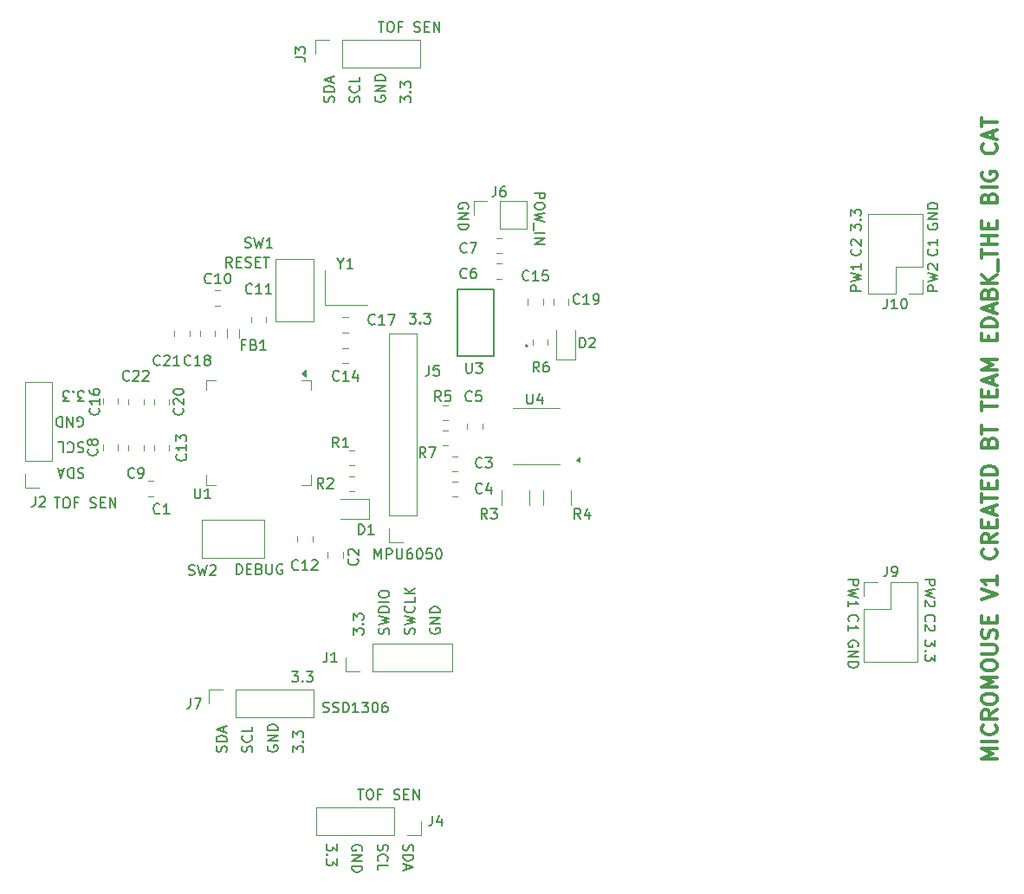
<source format=gbr>
%TF.GenerationSoftware,KiCad,Pcbnew,9.0.5*%
%TF.CreationDate,2025-12-24T21:09:35+07:00*%
%TF.ProjectId,katPCB_2Layers,6b617450-4342-45f3-924c-61796572732e,rev?*%
%TF.SameCoordinates,Original*%
%TF.FileFunction,Legend,Top*%
%TF.FilePolarity,Positive*%
%FSLAX46Y46*%
G04 Gerber Fmt 4.6, Leading zero omitted, Abs format (unit mm)*
G04 Created by KiCad (PCBNEW 9.0.5) date 2025-12-24 21:09:35*
%MOMM*%
%LPD*%
G01*
G04 APERTURE LIST*
%ADD10C,0.300000*%
%ADD11C,0.150000*%
%ADD12C,0.120000*%
%ADD13C,0.127000*%
%ADD14C,0.200000*%
G04 APERTURE END LIST*
D10*
X186655834Y-106404075D02*
X185155834Y-106404075D01*
X185155834Y-106404075D02*
X186227263Y-105904075D01*
X186227263Y-105904075D02*
X185155834Y-105404075D01*
X185155834Y-105404075D02*
X186655834Y-105404075D01*
X186655834Y-104689789D02*
X185155834Y-104689789D01*
X186512977Y-103118360D02*
X186584406Y-103189788D01*
X186584406Y-103189788D02*
X186655834Y-103404074D01*
X186655834Y-103404074D02*
X186655834Y-103546931D01*
X186655834Y-103546931D02*
X186584406Y-103761217D01*
X186584406Y-103761217D02*
X186441548Y-103904074D01*
X186441548Y-103904074D02*
X186298691Y-103975503D01*
X186298691Y-103975503D02*
X186012977Y-104046931D01*
X186012977Y-104046931D02*
X185798691Y-104046931D01*
X185798691Y-104046931D02*
X185512977Y-103975503D01*
X185512977Y-103975503D02*
X185370120Y-103904074D01*
X185370120Y-103904074D02*
X185227263Y-103761217D01*
X185227263Y-103761217D02*
X185155834Y-103546931D01*
X185155834Y-103546931D02*
X185155834Y-103404074D01*
X185155834Y-103404074D02*
X185227263Y-103189788D01*
X185227263Y-103189788D02*
X185298691Y-103118360D01*
X186655834Y-101618360D02*
X185941548Y-102118360D01*
X186655834Y-102475503D02*
X185155834Y-102475503D01*
X185155834Y-102475503D02*
X185155834Y-101904074D01*
X185155834Y-101904074D02*
X185227263Y-101761217D01*
X185227263Y-101761217D02*
X185298691Y-101689788D01*
X185298691Y-101689788D02*
X185441548Y-101618360D01*
X185441548Y-101618360D02*
X185655834Y-101618360D01*
X185655834Y-101618360D02*
X185798691Y-101689788D01*
X185798691Y-101689788D02*
X185870120Y-101761217D01*
X185870120Y-101761217D02*
X185941548Y-101904074D01*
X185941548Y-101904074D02*
X185941548Y-102475503D01*
X185155834Y-100689788D02*
X185155834Y-100404074D01*
X185155834Y-100404074D02*
X185227263Y-100261217D01*
X185227263Y-100261217D02*
X185370120Y-100118360D01*
X185370120Y-100118360D02*
X185655834Y-100046931D01*
X185655834Y-100046931D02*
X186155834Y-100046931D01*
X186155834Y-100046931D02*
X186441548Y-100118360D01*
X186441548Y-100118360D02*
X186584406Y-100261217D01*
X186584406Y-100261217D02*
X186655834Y-100404074D01*
X186655834Y-100404074D02*
X186655834Y-100689788D01*
X186655834Y-100689788D02*
X186584406Y-100832646D01*
X186584406Y-100832646D02*
X186441548Y-100975503D01*
X186441548Y-100975503D02*
X186155834Y-101046931D01*
X186155834Y-101046931D02*
X185655834Y-101046931D01*
X185655834Y-101046931D02*
X185370120Y-100975503D01*
X185370120Y-100975503D02*
X185227263Y-100832646D01*
X185227263Y-100832646D02*
X185155834Y-100689788D01*
X186655834Y-99404074D02*
X185155834Y-99404074D01*
X185155834Y-99404074D02*
X186227263Y-98904074D01*
X186227263Y-98904074D02*
X185155834Y-98404074D01*
X185155834Y-98404074D02*
X186655834Y-98404074D01*
X185155834Y-97404073D02*
X185155834Y-97118359D01*
X185155834Y-97118359D02*
X185227263Y-96975502D01*
X185227263Y-96975502D02*
X185370120Y-96832645D01*
X185370120Y-96832645D02*
X185655834Y-96761216D01*
X185655834Y-96761216D02*
X186155834Y-96761216D01*
X186155834Y-96761216D02*
X186441548Y-96832645D01*
X186441548Y-96832645D02*
X186584406Y-96975502D01*
X186584406Y-96975502D02*
X186655834Y-97118359D01*
X186655834Y-97118359D02*
X186655834Y-97404073D01*
X186655834Y-97404073D02*
X186584406Y-97546931D01*
X186584406Y-97546931D02*
X186441548Y-97689788D01*
X186441548Y-97689788D02*
X186155834Y-97761216D01*
X186155834Y-97761216D02*
X185655834Y-97761216D01*
X185655834Y-97761216D02*
X185370120Y-97689788D01*
X185370120Y-97689788D02*
X185227263Y-97546931D01*
X185227263Y-97546931D02*
X185155834Y-97404073D01*
X185155834Y-96118359D02*
X186370120Y-96118359D01*
X186370120Y-96118359D02*
X186512977Y-96046930D01*
X186512977Y-96046930D02*
X186584406Y-95975502D01*
X186584406Y-95975502D02*
X186655834Y-95832644D01*
X186655834Y-95832644D02*
X186655834Y-95546930D01*
X186655834Y-95546930D02*
X186584406Y-95404073D01*
X186584406Y-95404073D02*
X186512977Y-95332644D01*
X186512977Y-95332644D02*
X186370120Y-95261216D01*
X186370120Y-95261216D02*
X185155834Y-95261216D01*
X186584406Y-94618358D02*
X186655834Y-94404073D01*
X186655834Y-94404073D02*
X186655834Y-94046930D01*
X186655834Y-94046930D02*
X186584406Y-93904073D01*
X186584406Y-93904073D02*
X186512977Y-93832644D01*
X186512977Y-93832644D02*
X186370120Y-93761215D01*
X186370120Y-93761215D02*
X186227263Y-93761215D01*
X186227263Y-93761215D02*
X186084406Y-93832644D01*
X186084406Y-93832644D02*
X186012977Y-93904073D01*
X186012977Y-93904073D02*
X185941548Y-94046930D01*
X185941548Y-94046930D02*
X185870120Y-94332644D01*
X185870120Y-94332644D02*
X185798691Y-94475501D01*
X185798691Y-94475501D02*
X185727263Y-94546930D01*
X185727263Y-94546930D02*
X185584406Y-94618358D01*
X185584406Y-94618358D02*
X185441548Y-94618358D01*
X185441548Y-94618358D02*
X185298691Y-94546930D01*
X185298691Y-94546930D02*
X185227263Y-94475501D01*
X185227263Y-94475501D02*
X185155834Y-94332644D01*
X185155834Y-94332644D02*
X185155834Y-93975501D01*
X185155834Y-93975501D02*
X185227263Y-93761215D01*
X185870120Y-93118359D02*
X185870120Y-92618359D01*
X186655834Y-92404073D02*
X186655834Y-93118359D01*
X186655834Y-93118359D02*
X185155834Y-93118359D01*
X185155834Y-93118359D02*
X185155834Y-92404073D01*
X185155834Y-90832644D02*
X186655834Y-90332644D01*
X186655834Y-90332644D02*
X185155834Y-89832644D01*
X186655834Y-88546930D02*
X186655834Y-89404073D01*
X186655834Y-88975502D02*
X185155834Y-88975502D01*
X185155834Y-88975502D02*
X185370120Y-89118359D01*
X185370120Y-89118359D02*
X185512977Y-89261216D01*
X185512977Y-89261216D02*
X185584406Y-89404073D01*
X186512977Y-85904074D02*
X186584406Y-85975502D01*
X186584406Y-85975502D02*
X186655834Y-86189788D01*
X186655834Y-86189788D02*
X186655834Y-86332645D01*
X186655834Y-86332645D02*
X186584406Y-86546931D01*
X186584406Y-86546931D02*
X186441548Y-86689788D01*
X186441548Y-86689788D02*
X186298691Y-86761217D01*
X186298691Y-86761217D02*
X186012977Y-86832645D01*
X186012977Y-86832645D02*
X185798691Y-86832645D01*
X185798691Y-86832645D02*
X185512977Y-86761217D01*
X185512977Y-86761217D02*
X185370120Y-86689788D01*
X185370120Y-86689788D02*
X185227263Y-86546931D01*
X185227263Y-86546931D02*
X185155834Y-86332645D01*
X185155834Y-86332645D02*
X185155834Y-86189788D01*
X185155834Y-86189788D02*
X185227263Y-85975502D01*
X185227263Y-85975502D02*
X185298691Y-85904074D01*
X186655834Y-84404074D02*
X185941548Y-84904074D01*
X186655834Y-85261217D02*
X185155834Y-85261217D01*
X185155834Y-85261217D02*
X185155834Y-84689788D01*
X185155834Y-84689788D02*
X185227263Y-84546931D01*
X185227263Y-84546931D02*
X185298691Y-84475502D01*
X185298691Y-84475502D02*
X185441548Y-84404074D01*
X185441548Y-84404074D02*
X185655834Y-84404074D01*
X185655834Y-84404074D02*
X185798691Y-84475502D01*
X185798691Y-84475502D02*
X185870120Y-84546931D01*
X185870120Y-84546931D02*
X185941548Y-84689788D01*
X185941548Y-84689788D02*
X185941548Y-85261217D01*
X185870120Y-83761217D02*
X185870120Y-83261217D01*
X186655834Y-83046931D02*
X186655834Y-83761217D01*
X186655834Y-83761217D02*
X185155834Y-83761217D01*
X185155834Y-83761217D02*
X185155834Y-83046931D01*
X186227263Y-82475502D02*
X186227263Y-81761217D01*
X186655834Y-82618359D02*
X185155834Y-82118359D01*
X185155834Y-82118359D02*
X186655834Y-81618359D01*
X185155834Y-81332645D02*
X185155834Y-80475503D01*
X186655834Y-80904074D02*
X185155834Y-80904074D01*
X185870120Y-79975503D02*
X185870120Y-79475503D01*
X186655834Y-79261217D02*
X186655834Y-79975503D01*
X186655834Y-79975503D02*
X185155834Y-79975503D01*
X185155834Y-79975503D02*
X185155834Y-79261217D01*
X186655834Y-78618360D02*
X185155834Y-78618360D01*
X185155834Y-78618360D02*
X185155834Y-78261217D01*
X185155834Y-78261217D02*
X185227263Y-78046931D01*
X185227263Y-78046931D02*
X185370120Y-77904074D01*
X185370120Y-77904074D02*
X185512977Y-77832645D01*
X185512977Y-77832645D02*
X185798691Y-77761217D01*
X185798691Y-77761217D02*
X186012977Y-77761217D01*
X186012977Y-77761217D02*
X186298691Y-77832645D01*
X186298691Y-77832645D02*
X186441548Y-77904074D01*
X186441548Y-77904074D02*
X186584406Y-78046931D01*
X186584406Y-78046931D02*
X186655834Y-78261217D01*
X186655834Y-78261217D02*
X186655834Y-78618360D01*
X185870120Y-75475503D02*
X185941548Y-75261217D01*
X185941548Y-75261217D02*
X186012977Y-75189788D01*
X186012977Y-75189788D02*
X186155834Y-75118360D01*
X186155834Y-75118360D02*
X186370120Y-75118360D01*
X186370120Y-75118360D02*
X186512977Y-75189788D01*
X186512977Y-75189788D02*
X186584406Y-75261217D01*
X186584406Y-75261217D02*
X186655834Y-75404074D01*
X186655834Y-75404074D02*
X186655834Y-75975503D01*
X186655834Y-75975503D02*
X185155834Y-75975503D01*
X185155834Y-75975503D02*
X185155834Y-75475503D01*
X185155834Y-75475503D02*
X185227263Y-75332646D01*
X185227263Y-75332646D02*
X185298691Y-75261217D01*
X185298691Y-75261217D02*
X185441548Y-75189788D01*
X185441548Y-75189788D02*
X185584406Y-75189788D01*
X185584406Y-75189788D02*
X185727263Y-75261217D01*
X185727263Y-75261217D02*
X185798691Y-75332646D01*
X185798691Y-75332646D02*
X185870120Y-75475503D01*
X185870120Y-75475503D02*
X185870120Y-75975503D01*
X185155834Y-74689788D02*
X185155834Y-73832646D01*
X186655834Y-74261217D02*
X185155834Y-74261217D01*
X185155834Y-72404074D02*
X185155834Y-71546932D01*
X186655834Y-71975503D02*
X185155834Y-71975503D01*
X185870120Y-71046932D02*
X185870120Y-70546932D01*
X186655834Y-70332646D02*
X186655834Y-71046932D01*
X186655834Y-71046932D02*
X185155834Y-71046932D01*
X185155834Y-71046932D02*
X185155834Y-70332646D01*
X186227263Y-69761217D02*
X186227263Y-69046932D01*
X186655834Y-69904074D02*
X185155834Y-69404074D01*
X185155834Y-69404074D02*
X186655834Y-68904074D01*
X186655834Y-68404075D02*
X185155834Y-68404075D01*
X185155834Y-68404075D02*
X186227263Y-67904075D01*
X186227263Y-67904075D02*
X185155834Y-67404075D01*
X185155834Y-67404075D02*
X186655834Y-67404075D01*
X185870120Y-65546932D02*
X185870120Y-65046932D01*
X186655834Y-64832646D02*
X186655834Y-65546932D01*
X186655834Y-65546932D02*
X185155834Y-65546932D01*
X185155834Y-65546932D02*
X185155834Y-64832646D01*
X186655834Y-64189789D02*
X185155834Y-64189789D01*
X185155834Y-64189789D02*
X185155834Y-63832646D01*
X185155834Y-63832646D02*
X185227263Y-63618360D01*
X185227263Y-63618360D02*
X185370120Y-63475503D01*
X185370120Y-63475503D02*
X185512977Y-63404074D01*
X185512977Y-63404074D02*
X185798691Y-63332646D01*
X185798691Y-63332646D02*
X186012977Y-63332646D01*
X186012977Y-63332646D02*
X186298691Y-63404074D01*
X186298691Y-63404074D02*
X186441548Y-63475503D01*
X186441548Y-63475503D02*
X186584406Y-63618360D01*
X186584406Y-63618360D02*
X186655834Y-63832646D01*
X186655834Y-63832646D02*
X186655834Y-64189789D01*
X186227263Y-62761217D02*
X186227263Y-62046932D01*
X186655834Y-62904074D02*
X185155834Y-62404074D01*
X185155834Y-62404074D02*
X186655834Y-61904074D01*
X185870120Y-60904075D02*
X185941548Y-60689789D01*
X185941548Y-60689789D02*
X186012977Y-60618360D01*
X186012977Y-60618360D02*
X186155834Y-60546932D01*
X186155834Y-60546932D02*
X186370120Y-60546932D01*
X186370120Y-60546932D02*
X186512977Y-60618360D01*
X186512977Y-60618360D02*
X186584406Y-60689789D01*
X186584406Y-60689789D02*
X186655834Y-60832646D01*
X186655834Y-60832646D02*
X186655834Y-61404075D01*
X186655834Y-61404075D02*
X185155834Y-61404075D01*
X185155834Y-61404075D02*
X185155834Y-60904075D01*
X185155834Y-60904075D02*
X185227263Y-60761218D01*
X185227263Y-60761218D02*
X185298691Y-60689789D01*
X185298691Y-60689789D02*
X185441548Y-60618360D01*
X185441548Y-60618360D02*
X185584406Y-60618360D01*
X185584406Y-60618360D02*
X185727263Y-60689789D01*
X185727263Y-60689789D02*
X185798691Y-60761218D01*
X185798691Y-60761218D02*
X185870120Y-60904075D01*
X185870120Y-60904075D02*
X185870120Y-61404075D01*
X186655834Y-59904075D02*
X185155834Y-59904075D01*
X186655834Y-59046932D02*
X185798691Y-59689789D01*
X185155834Y-59046932D02*
X186012977Y-59904075D01*
X186798691Y-58761218D02*
X186798691Y-57618360D01*
X185155834Y-57475503D02*
X185155834Y-56618361D01*
X186655834Y-57046932D02*
X185155834Y-57046932D01*
X186655834Y-56118361D02*
X185155834Y-56118361D01*
X185870120Y-56118361D02*
X185870120Y-55261218D01*
X186655834Y-55261218D02*
X185155834Y-55261218D01*
X185870120Y-54546932D02*
X185870120Y-54046932D01*
X186655834Y-53832646D02*
X186655834Y-54546932D01*
X186655834Y-54546932D02*
X185155834Y-54546932D01*
X185155834Y-54546932D02*
X185155834Y-53832646D01*
X185870120Y-51546932D02*
X185941548Y-51332646D01*
X185941548Y-51332646D02*
X186012977Y-51261217D01*
X186012977Y-51261217D02*
X186155834Y-51189789D01*
X186155834Y-51189789D02*
X186370120Y-51189789D01*
X186370120Y-51189789D02*
X186512977Y-51261217D01*
X186512977Y-51261217D02*
X186584406Y-51332646D01*
X186584406Y-51332646D02*
X186655834Y-51475503D01*
X186655834Y-51475503D02*
X186655834Y-52046932D01*
X186655834Y-52046932D02*
X185155834Y-52046932D01*
X185155834Y-52046932D02*
X185155834Y-51546932D01*
X185155834Y-51546932D02*
X185227263Y-51404075D01*
X185227263Y-51404075D02*
X185298691Y-51332646D01*
X185298691Y-51332646D02*
X185441548Y-51261217D01*
X185441548Y-51261217D02*
X185584406Y-51261217D01*
X185584406Y-51261217D02*
X185727263Y-51332646D01*
X185727263Y-51332646D02*
X185798691Y-51404075D01*
X185798691Y-51404075D02*
X185870120Y-51546932D01*
X185870120Y-51546932D02*
X185870120Y-52046932D01*
X186655834Y-50546932D02*
X185155834Y-50546932D01*
X185227263Y-49046931D02*
X185155834Y-49189789D01*
X185155834Y-49189789D02*
X185155834Y-49404074D01*
X185155834Y-49404074D02*
X185227263Y-49618360D01*
X185227263Y-49618360D02*
X185370120Y-49761217D01*
X185370120Y-49761217D02*
X185512977Y-49832646D01*
X185512977Y-49832646D02*
X185798691Y-49904074D01*
X185798691Y-49904074D02*
X186012977Y-49904074D01*
X186012977Y-49904074D02*
X186298691Y-49832646D01*
X186298691Y-49832646D02*
X186441548Y-49761217D01*
X186441548Y-49761217D02*
X186584406Y-49618360D01*
X186584406Y-49618360D02*
X186655834Y-49404074D01*
X186655834Y-49404074D02*
X186655834Y-49261217D01*
X186655834Y-49261217D02*
X186584406Y-49046931D01*
X186584406Y-49046931D02*
X186512977Y-48975503D01*
X186512977Y-48975503D02*
X186012977Y-48975503D01*
X186012977Y-48975503D02*
X186012977Y-49261217D01*
X186512977Y-46332646D02*
X186584406Y-46404074D01*
X186584406Y-46404074D02*
X186655834Y-46618360D01*
X186655834Y-46618360D02*
X186655834Y-46761217D01*
X186655834Y-46761217D02*
X186584406Y-46975503D01*
X186584406Y-46975503D02*
X186441548Y-47118360D01*
X186441548Y-47118360D02*
X186298691Y-47189789D01*
X186298691Y-47189789D02*
X186012977Y-47261217D01*
X186012977Y-47261217D02*
X185798691Y-47261217D01*
X185798691Y-47261217D02*
X185512977Y-47189789D01*
X185512977Y-47189789D02*
X185370120Y-47118360D01*
X185370120Y-47118360D02*
X185227263Y-46975503D01*
X185227263Y-46975503D02*
X185155834Y-46761217D01*
X185155834Y-46761217D02*
X185155834Y-46618360D01*
X185155834Y-46618360D02*
X185227263Y-46404074D01*
X185227263Y-46404074D02*
X185298691Y-46332646D01*
X186227263Y-45761217D02*
X186227263Y-45046932D01*
X186655834Y-45904074D02*
X185155834Y-45404074D01*
X185155834Y-45404074D02*
X186655834Y-44904074D01*
X185155834Y-44618360D02*
X185155834Y-43761218D01*
X186655834Y-44189789D02*
X185155834Y-44189789D01*
D11*
X111322200Y-105710839D02*
X111369819Y-105567982D01*
X111369819Y-105567982D02*
X111369819Y-105329887D01*
X111369819Y-105329887D02*
X111322200Y-105234649D01*
X111322200Y-105234649D02*
X111274580Y-105187030D01*
X111274580Y-105187030D02*
X111179342Y-105139411D01*
X111179342Y-105139411D02*
X111084104Y-105139411D01*
X111084104Y-105139411D02*
X110988866Y-105187030D01*
X110988866Y-105187030D02*
X110941247Y-105234649D01*
X110941247Y-105234649D02*
X110893628Y-105329887D01*
X110893628Y-105329887D02*
X110846009Y-105520363D01*
X110846009Y-105520363D02*
X110798390Y-105615601D01*
X110798390Y-105615601D02*
X110750771Y-105663220D01*
X110750771Y-105663220D02*
X110655533Y-105710839D01*
X110655533Y-105710839D02*
X110560295Y-105710839D01*
X110560295Y-105710839D02*
X110465057Y-105663220D01*
X110465057Y-105663220D02*
X110417438Y-105615601D01*
X110417438Y-105615601D02*
X110369819Y-105520363D01*
X110369819Y-105520363D02*
X110369819Y-105282268D01*
X110369819Y-105282268D02*
X110417438Y-105139411D01*
X111369819Y-104710839D02*
X110369819Y-104710839D01*
X110369819Y-104710839D02*
X110369819Y-104472744D01*
X110369819Y-104472744D02*
X110417438Y-104329887D01*
X110417438Y-104329887D02*
X110512676Y-104234649D01*
X110512676Y-104234649D02*
X110607914Y-104187030D01*
X110607914Y-104187030D02*
X110798390Y-104139411D01*
X110798390Y-104139411D02*
X110941247Y-104139411D01*
X110941247Y-104139411D02*
X111131723Y-104187030D01*
X111131723Y-104187030D02*
X111226961Y-104234649D01*
X111226961Y-104234649D02*
X111322200Y-104329887D01*
X111322200Y-104329887D02*
X111369819Y-104472744D01*
X111369819Y-104472744D02*
X111369819Y-104710839D01*
X111084104Y-103758458D02*
X111084104Y-103282268D01*
X111369819Y-103853696D02*
X110369819Y-103520363D01*
X110369819Y-103520363D02*
X111369819Y-103187030D01*
X117741541Y-97869819D02*
X118360588Y-97869819D01*
X118360588Y-97869819D02*
X118027255Y-98250771D01*
X118027255Y-98250771D02*
X118170112Y-98250771D01*
X118170112Y-98250771D02*
X118265350Y-98298390D01*
X118265350Y-98298390D02*
X118312969Y-98346009D01*
X118312969Y-98346009D02*
X118360588Y-98441247D01*
X118360588Y-98441247D02*
X118360588Y-98679342D01*
X118360588Y-98679342D02*
X118312969Y-98774580D01*
X118312969Y-98774580D02*
X118265350Y-98822200D01*
X118265350Y-98822200D02*
X118170112Y-98869819D01*
X118170112Y-98869819D02*
X117884398Y-98869819D01*
X117884398Y-98869819D02*
X117789160Y-98822200D01*
X117789160Y-98822200D02*
X117741541Y-98774580D01*
X118789160Y-98774580D02*
X118836779Y-98822200D01*
X118836779Y-98822200D02*
X118789160Y-98869819D01*
X118789160Y-98869819D02*
X118741541Y-98822200D01*
X118741541Y-98822200D02*
X118789160Y-98774580D01*
X118789160Y-98774580D02*
X118789160Y-98869819D01*
X119170112Y-97869819D02*
X119789159Y-97869819D01*
X119789159Y-97869819D02*
X119455826Y-98250771D01*
X119455826Y-98250771D02*
X119598683Y-98250771D01*
X119598683Y-98250771D02*
X119693921Y-98298390D01*
X119693921Y-98298390D02*
X119741540Y-98346009D01*
X119741540Y-98346009D02*
X119789159Y-98441247D01*
X119789159Y-98441247D02*
X119789159Y-98679342D01*
X119789159Y-98679342D02*
X119741540Y-98774580D01*
X119741540Y-98774580D02*
X119693921Y-98822200D01*
X119693921Y-98822200D02*
X119598683Y-98869819D01*
X119598683Y-98869819D02*
X119312969Y-98869819D01*
X119312969Y-98869819D02*
X119217731Y-98822200D01*
X119217731Y-98822200D02*
X119170112Y-98774580D01*
X123749819Y-94258458D02*
X123749819Y-93639411D01*
X123749819Y-93639411D02*
X124130771Y-93972744D01*
X124130771Y-93972744D02*
X124130771Y-93829887D01*
X124130771Y-93829887D02*
X124178390Y-93734649D01*
X124178390Y-93734649D02*
X124226009Y-93687030D01*
X124226009Y-93687030D02*
X124321247Y-93639411D01*
X124321247Y-93639411D02*
X124559342Y-93639411D01*
X124559342Y-93639411D02*
X124654580Y-93687030D01*
X124654580Y-93687030D02*
X124702200Y-93734649D01*
X124702200Y-93734649D02*
X124749819Y-93829887D01*
X124749819Y-93829887D02*
X124749819Y-94115601D01*
X124749819Y-94115601D02*
X124702200Y-94210839D01*
X124702200Y-94210839D02*
X124654580Y-94258458D01*
X124654580Y-93210839D02*
X124702200Y-93163220D01*
X124702200Y-93163220D02*
X124749819Y-93210839D01*
X124749819Y-93210839D02*
X124702200Y-93258458D01*
X124702200Y-93258458D02*
X124654580Y-93210839D01*
X124654580Y-93210839D02*
X124749819Y-93210839D01*
X123749819Y-92829887D02*
X123749819Y-92210840D01*
X123749819Y-92210840D02*
X124130771Y-92544173D01*
X124130771Y-92544173D02*
X124130771Y-92401316D01*
X124130771Y-92401316D02*
X124178390Y-92306078D01*
X124178390Y-92306078D02*
X124226009Y-92258459D01*
X124226009Y-92258459D02*
X124321247Y-92210840D01*
X124321247Y-92210840D02*
X124559342Y-92210840D01*
X124559342Y-92210840D02*
X124654580Y-92258459D01*
X124654580Y-92258459D02*
X124702200Y-92306078D01*
X124702200Y-92306078D02*
X124749819Y-92401316D01*
X124749819Y-92401316D02*
X124749819Y-92687030D01*
X124749819Y-92687030D02*
X124702200Y-92782268D01*
X124702200Y-92782268D02*
X124654580Y-92829887D01*
X97429397Y-71455838D02*
X96810350Y-71455838D01*
X96810350Y-71455838D02*
X97143683Y-71074886D01*
X97143683Y-71074886D02*
X97000826Y-71074886D01*
X97000826Y-71074886D02*
X96905588Y-71027267D01*
X96905588Y-71027267D02*
X96857969Y-70979648D01*
X96857969Y-70979648D02*
X96810350Y-70884410D01*
X96810350Y-70884410D02*
X96810350Y-70646315D01*
X96810350Y-70646315D02*
X96857969Y-70551077D01*
X96857969Y-70551077D02*
X96905588Y-70503458D01*
X96905588Y-70503458D02*
X97000826Y-70455838D01*
X97000826Y-70455838D02*
X97286540Y-70455838D01*
X97286540Y-70455838D02*
X97381778Y-70503458D01*
X97381778Y-70503458D02*
X97429397Y-70551077D01*
X96381778Y-70551077D02*
X96334159Y-70503458D01*
X96334159Y-70503458D02*
X96381778Y-70455838D01*
X96381778Y-70455838D02*
X96429397Y-70503458D01*
X96429397Y-70503458D02*
X96381778Y-70551077D01*
X96381778Y-70551077D02*
X96381778Y-70455838D01*
X96000826Y-71455838D02*
X95381779Y-71455838D01*
X95381779Y-71455838D02*
X95715112Y-71074886D01*
X95715112Y-71074886D02*
X95572255Y-71074886D01*
X95572255Y-71074886D02*
X95477017Y-71027267D01*
X95477017Y-71027267D02*
X95429398Y-70979648D01*
X95429398Y-70979648D02*
X95381779Y-70884410D01*
X95381779Y-70884410D02*
X95381779Y-70646315D01*
X95381779Y-70646315D02*
X95429398Y-70551077D01*
X95429398Y-70551077D02*
X95477017Y-70503458D01*
X95477017Y-70503458D02*
X95572255Y-70455838D01*
X95572255Y-70455838D02*
X95857969Y-70455838D01*
X95857969Y-70455838D02*
X95953207Y-70503458D01*
X95953207Y-70503458D02*
X96000826Y-70551077D01*
X180869819Y-60663220D02*
X179869819Y-60663220D01*
X179869819Y-60663220D02*
X179869819Y-60282268D01*
X179869819Y-60282268D02*
X179917438Y-60187030D01*
X179917438Y-60187030D02*
X179965057Y-60139411D01*
X179965057Y-60139411D02*
X180060295Y-60091792D01*
X180060295Y-60091792D02*
X180203152Y-60091792D01*
X180203152Y-60091792D02*
X180298390Y-60139411D01*
X180298390Y-60139411D02*
X180346009Y-60187030D01*
X180346009Y-60187030D02*
X180393628Y-60282268D01*
X180393628Y-60282268D02*
X180393628Y-60663220D01*
X179869819Y-59758458D02*
X180869819Y-59520363D01*
X180869819Y-59520363D02*
X180155533Y-59329887D01*
X180155533Y-59329887D02*
X180869819Y-59139411D01*
X180869819Y-59139411D02*
X179869819Y-58901316D01*
X179965057Y-58567982D02*
X179917438Y-58520363D01*
X179917438Y-58520363D02*
X179869819Y-58425125D01*
X179869819Y-58425125D02*
X179869819Y-58187030D01*
X179869819Y-58187030D02*
X179917438Y-58091792D01*
X179917438Y-58091792D02*
X179965057Y-58044173D01*
X179965057Y-58044173D02*
X180060295Y-57996554D01*
X180060295Y-57996554D02*
X180155533Y-57996554D01*
X180155533Y-57996554D02*
X180298390Y-58044173D01*
X180298390Y-58044173D02*
X180869819Y-58615601D01*
X180869819Y-58615601D02*
X180869819Y-57996554D01*
X96810350Y-73908219D02*
X96905588Y-73955838D01*
X96905588Y-73955838D02*
X97048445Y-73955838D01*
X97048445Y-73955838D02*
X97191302Y-73908219D01*
X97191302Y-73908219D02*
X97286540Y-73812981D01*
X97286540Y-73812981D02*
X97334159Y-73717743D01*
X97334159Y-73717743D02*
X97381778Y-73527267D01*
X97381778Y-73527267D02*
X97381778Y-73384410D01*
X97381778Y-73384410D02*
X97334159Y-73193934D01*
X97334159Y-73193934D02*
X97286540Y-73098696D01*
X97286540Y-73098696D02*
X97191302Y-73003458D01*
X97191302Y-73003458D02*
X97048445Y-72955838D01*
X97048445Y-72955838D02*
X96953207Y-72955838D01*
X96953207Y-72955838D02*
X96810350Y-73003458D01*
X96810350Y-73003458D02*
X96762731Y-73051077D01*
X96762731Y-73051077D02*
X96762731Y-73384410D01*
X96762731Y-73384410D02*
X96953207Y-73384410D01*
X96334159Y-72955838D02*
X96334159Y-73955838D01*
X96334159Y-73955838D02*
X95762731Y-72955838D01*
X95762731Y-72955838D02*
X95762731Y-73955838D01*
X95286540Y-72955838D02*
X95286540Y-73955838D01*
X95286540Y-73955838D02*
X95048445Y-73955838D01*
X95048445Y-73955838D02*
X94905588Y-73908219D01*
X94905588Y-73908219D02*
X94810350Y-73812981D01*
X94810350Y-73812981D02*
X94762731Y-73717743D01*
X94762731Y-73717743D02*
X94715112Y-73527267D01*
X94715112Y-73527267D02*
X94715112Y-73384410D01*
X94715112Y-73384410D02*
X94762731Y-73193934D01*
X94762731Y-73193934D02*
X94810350Y-73098696D01*
X94810350Y-73098696D02*
X94905588Y-73003458D01*
X94905588Y-73003458D02*
X95048445Y-72955838D01*
X95048445Y-72955838D02*
X95286540Y-72955838D01*
X125836779Y-86869819D02*
X125836779Y-85869819D01*
X125836779Y-85869819D02*
X126170112Y-86584104D01*
X126170112Y-86584104D02*
X126503445Y-85869819D01*
X126503445Y-85869819D02*
X126503445Y-86869819D01*
X126979636Y-86869819D02*
X126979636Y-85869819D01*
X126979636Y-85869819D02*
X127360588Y-85869819D01*
X127360588Y-85869819D02*
X127455826Y-85917438D01*
X127455826Y-85917438D02*
X127503445Y-85965057D01*
X127503445Y-85965057D02*
X127551064Y-86060295D01*
X127551064Y-86060295D02*
X127551064Y-86203152D01*
X127551064Y-86203152D02*
X127503445Y-86298390D01*
X127503445Y-86298390D02*
X127455826Y-86346009D01*
X127455826Y-86346009D02*
X127360588Y-86393628D01*
X127360588Y-86393628D02*
X126979636Y-86393628D01*
X127979636Y-85869819D02*
X127979636Y-86679342D01*
X127979636Y-86679342D02*
X128027255Y-86774580D01*
X128027255Y-86774580D02*
X128074874Y-86822200D01*
X128074874Y-86822200D02*
X128170112Y-86869819D01*
X128170112Y-86869819D02*
X128360588Y-86869819D01*
X128360588Y-86869819D02*
X128455826Y-86822200D01*
X128455826Y-86822200D02*
X128503445Y-86774580D01*
X128503445Y-86774580D02*
X128551064Y-86679342D01*
X128551064Y-86679342D02*
X128551064Y-85869819D01*
X129455826Y-85869819D02*
X129265350Y-85869819D01*
X129265350Y-85869819D02*
X129170112Y-85917438D01*
X129170112Y-85917438D02*
X129122493Y-85965057D01*
X129122493Y-85965057D02*
X129027255Y-86107914D01*
X129027255Y-86107914D02*
X128979636Y-86298390D01*
X128979636Y-86298390D02*
X128979636Y-86679342D01*
X128979636Y-86679342D02*
X129027255Y-86774580D01*
X129027255Y-86774580D02*
X129074874Y-86822200D01*
X129074874Y-86822200D02*
X129170112Y-86869819D01*
X129170112Y-86869819D02*
X129360588Y-86869819D01*
X129360588Y-86869819D02*
X129455826Y-86822200D01*
X129455826Y-86822200D02*
X129503445Y-86774580D01*
X129503445Y-86774580D02*
X129551064Y-86679342D01*
X129551064Y-86679342D02*
X129551064Y-86441247D01*
X129551064Y-86441247D02*
X129503445Y-86346009D01*
X129503445Y-86346009D02*
X129455826Y-86298390D01*
X129455826Y-86298390D02*
X129360588Y-86250771D01*
X129360588Y-86250771D02*
X129170112Y-86250771D01*
X129170112Y-86250771D02*
X129074874Y-86298390D01*
X129074874Y-86298390D02*
X129027255Y-86346009D01*
X129027255Y-86346009D02*
X128979636Y-86441247D01*
X130170112Y-85869819D02*
X130265350Y-85869819D01*
X130265350Y-85869819D02*
X130360588Y-85917438D01*
X130360588Y-85917438D02*
X130408207Y-85965057D01*
X130408207Y-85965057D02*
X130455826Y-86060295D01*
X130455826Y-86060295D02*
X130503445Y-86250771D01*
X130503445Y-86250771D02*
X130503445Y-86488866D01*
X130503445Y-86488866D02*
X130455826Y-86679342D01*
X130455826Y-86679342D02*
X130408207Y-86774580D01*
X130408207Y-86774580D02*
X130360588Y-86822200D01*
X130360588Y-86822200D02*
X130265350Y-86869819D01*
X130265350Y-86869819D02*
X130170112Y-86869819D01*
X130170112Y-86869819D02*
X130074874Y-86822200D01*
X130074874Y-86822200D02*
X130027255Y-86774580D01*
X130027255Y-86774580D02*
X129979636Y-86679342D01*
X129979636Y-86679342D02*
X129932017Y-86488866D01*
X129932017Y-86488866D02*
X129932017Y-86250771D01*
X129932017Y-86250771D02*
X129979636Y-86060295D01*
X129979636Y-86060295D02*
X130027255Y-85965057D01*
X130027255Y-85965057D02*
X130074874Y-85917438D01*
X130074874Y-85917438D02*
X130170112Y-85869819D01*
X131408207Y-85869819D02*
X130932017Y-85869819D01*
X130932017Y-85869819D02*
X130884398Y-86346009D01*
X130884398Y-86346009D02*
X130932017Y-86298390D01*
X130932017Y-86298390D02*
X131027255Y-86250771D01*
X131027255Y-86250771D02*
X131265350Y-86250771D01*
X131265350Y-86250771D02*
X131360588Y-86298390D01*
X131360588Y-86298390D02*
X131408207Y-86346009D01*
X131408207Y-86346009D02*
X131455826Y-86441247D01*
X131455826Y-86441247D02*
X131455826Y-86679342D01*
X131455826Y-86679342D02*
X131408207Y-86774580D01*
X131408207Y-86774580D02*
X131360588Y-86822200D01*
X131360588Y-86822200D02*
X131265350Y-86869819D01*
X131265350Y-86869819D02*
X131027255Y-86869819D01*
X131027255Y-86869819D02*
X130932017Y-86822200D01*
X130932017Y-86822200D02*
X130884398Y-86774580D01*
X132074874Y-85869819D02*
X132170112Y-85869819D01*
X132170112Y-85869819D02*
X132265350Y-85917438D01*
X132265350Y-85917438D02*
X132312969Y-85965057D01*
X132312969Y-85965057D02*
X132360588Y-86060295D01*
X132360588Y-86060295D02*
X132408207Y-86250771D01*
X132408207Y-86250771D02*
X132408207Y-86488866D01*
X132408207Y-86488866D02*
X132360588Y-86679342D01*
X132360588Y-86679342D02*
X132312969Y-86774580D01*
X132312969Y-86774580D02*
X132265350Y-86822200D01*
X132265350Y-86822200D02*
X132170112Y-86869819D01*
X132170112Y-86869819D02*
X132074874Y-86869819D01*
X132074874Y-86869819D02*
X131979636Y-86822200D01*
X131979636Y-86822200D02*
X131932017Y-86774580D01*
X131932017Y-86774580D02*
X131884398Y-86679342D01*
X131884398Y-86679342D02*
X131836779Y-86488866D01*
X131836779Y-86488866D02*
X131836779Y-86250771D01*
X131836779Y-86250771D02*
X131884398Y-86060295D01*
X131884398Y-86060295D02*
X131932017Y-85965057D01*
X131932017Y-85965057D02*
X131979636Y-85917438D01*
X131979636Y-85917438D02*
X132074874Y-85869819D01*
X97381778Y-78003458D02*
X97238921Y-77955838D01*
X97238921Y-77955838D02*
X97000826Y-77955838D01*
X97000826Y-77955838D02*
X96905588Y-78003458D01*
X96905588Y-78003458D02*
X96857969Y-78051077D01*
X96857969Y-78051077D02*
X96810350Y-78146315D01*
X96810350Y-78146315D02*
X96810350Y-78241553D01*
X96810350Y-78241553D02*
X96857969Y-78336791D01*
X96857969Y-78336791D02*
X96905588Y-78384410D01*
X96905588Y-78384410D02*
X97000826Y-78432029D01*
X97000826Y-78432029D02*
X97191302Y-78479648D01*
X97191302Y-78479648D02*
X97286540Y-78527267D01*
X97286540Y-78527267D02*
X97334159Y-78574886D01*
X97334159Y-78574886D02*
X97381778Y-78670124D01*
X97381778Y-78670124D02*
X97381778Y-78765362D01*
X97381778Y-78765362D02*
X97334159Y-78860600D01*
X97334159Y-78860600D02*
X97286540Y-78908219D01*
X97286540Y-78908219D02*
X97191302Y-78955838D01*
X97191302Y-78955838D02*
X96953207Y-78955838D01*
X96953207Y-78955838D02*
X96810350Y-78908219D01*
X96381778Y-77955838D02*
X96381778Y-78955838D01*
X96381778Y-78955838D02*
X96143683Y-78955838D01*
X96143683Y-78955838D02*
X96000826Y-78908219D01*
X96000826Y-78908219D02*
X95905588Y-78812981D01*
X95905588Y-78812981D02*
X95857969Y-78717743D01*
X95857969Y-78717743D02*
X95810350Y-78527267D01*
X95810350Y-78527267D02*
X95810350Y-78384410D01*
X95810350Y-78384410D02*
X95857969Y-78193934D01*
X95857969Y-78193934D02*
X95905588Y-78098696D01*
X95905588Y-78098696D02*
X96000826Y-78003458D01*
X96000826Y-78003458D02*
X96143683Y-77955838D01*
X96143683Y-77955838D02*
X96381778Y-77955838D01*
X95429397Y-78241553D02*
X94953207Y-78241553D01*
X95524635Y-77955838D02*
X95191302Y-78955838D01*
X95191302Y-78955838D02*
X94857969Y-77955838D01*
X122130180Y-114741541D02*
X122130180Y-115360588D01*
X122130180Y-115360588D02*
X121749228Y-115027255D01*
X121749228Y-115027255D02*
X121749228Y-115170112D01*
X121749228Y-115170112D02*
X121701609Y-115265350D01*
X121701609Y-115265350D02*
X121653990Y-115312969D01*
X121653990Y-115312969D02*
X121558752Y-115360588D01*
X121558752Y-115360588D02*
X121320657Y-115360588D01*
X121320657Y-115360588D02*
X121225419Y-115312969D01*
X121225419Y-115312969D02*
X121177800Y-115265350D01*
X121177800Y-115265350D02*
X121130180Y-115170112D01*
X121130180Y-115170112D02*
X121130180Y-114884398D01*
X121130180Y-114884398D02*
X121177800Y-114789160D01*
X121177800Y-114789160D02*
X121225419Y-114741541D01*
X121225419Y-115789160D02*
X121177800Y-115836779D01*
X121177800Y-115836779D02*
X121130180Y-115789160D01*
X121130180Y-115789160D02*
X121177800Y-115741541D01*
X121177800Y-115741541D02*
X121225419Y-115789160D01*
X121225419Y-115789160D02*
X121130180Y-115789160D01*
X122130180Y-116170112D02*
X122130180Y-116789159D01*
X122130180Y-116789159D02*
X121749228Y-116455826D01*
X121749228Y-116455826D02*
X121749228Y-116598683D01*
X121749228Y-116598683D02*
X121701609Y-116693921D01*
X121701609Y-116693921D02*
X121653990Y-116741540D01*
X121653990Y-116741540D02*
X121558752Y-116789159D01*
X121558752Y-116789159D02*
X121320657Y-116789159D01*
X121320657Y-116789159D02*
X121225419Y-116741540D01*
X121225419Y-116741540D02*
X121177800Y-116693921D01*
X121177800Y-116693921D02*
X121130180Y-116598683D01*
X121130180Y-116598683D02*
X121130180Y-116312969D01*
X121130180Y-116312969D02*
X121177800Y-116217731D01*
X121177800Y-116217731D02*
X121225419Y-116170112D01*
X179620180Y-88876779D02*
X180620180Y-88876779D01*
X180620180Y-88876779D02*
X180620180Y-89257731D01*
X180620180Y-89257731D02*
X180572561Y-89352969D01*
X180572561Y-89352969D02*
X180524942Y-89400588D01*
X180524942Y-89400588D02*
X180429704Y-89448207D01*
X180429704Y-89448207D02*
X180286847Y-89448207D01*
X180286847Y-89448207D02*
X180191609Y-89400588D01*
X180191609Y-89400588D02*
X180143990Y-89352969D01*
X180143990Y-89352969D02*
X180096371Y-89257731D01*
X180096371Y-89257731D02*
X180096371Y-88876779D01*
X180620180Y-89781541D02*
X179620180Y-90019636D01*
X179620180Y-90019636D02*
X180334466Y-90210112D01*
X180334466Y-90210112D02*
X179620180Y-90400588D01*
X179620180Y-90400588D02*
X180620180Y-90638684D01*
X180524942Y-90972017D02*
X180572561Y-91019636D01*
X180572561Y-91019636D02*
X180620180Y-91114874D01*
X180620180Y-91114874D02*
X180620180Y-91352969D01*
X180620180Y-91352969D02*
X180572561Y-91448207D01*
X180572561Y-91448207D02*
X180524942Y-91495826D01*
X180524942Y-91495826D02*
X180429704Y-91543445D01*
X180429704Y-91543445D02*
X180334466Y-91543445D01*
X180334466Y-91543445D02*
X180191609Y-91495826D01*
X180191609Y-91495826D02*
X179620180Y-90924398D01*
X179620180Y-90924398D02*
X179620180Y-91543445D01*
X126177800Y-114789160D02*
X126130180Y-114932017D01*
X126130180Y-114932017D02*
X126130180Y-115170112D01*
X126130180Y-115170112D02*
X126177800Y-115265350D01*
X126177800Y-115265350D02*
X126225419Y-115312969D01*
X126225419Y-115312969D02*
X126320657Y-115360588D01*
X126320657Y-115360588D02*
X126415895Y-115360588D01*
X126415895Y-115360588D02*
X126511133Y-115312969D01*
X126511133Y-115312969D02*
X126558752Y-115265350D01*
X126558752Y-115265350D02*
X126606371Y-115170112D01*
X126606371Y-115170112D02*
X126653990Y-114979636D01*
X126653990Y-114979636D02*
X126701609Y-114884398D01*
X126701609Y-114884398D02*
X126749228Y-114836779D01*
X126749228Y-114836779D02*
X126844466Y-114789160D01*
X126844466Y-114789160D02*
X126939704Y-114789160D01*
X126939704Y-114789160D02*
X127034942Y-114836779D01*
X127034942Y-114836779D02*
X127082561Y-114884398D01*
X127082561Y-114884398D02*
X127130180Y-114979636D01*
X127130180Y-114979636D02*
X127130180Y-115217731D01*
X127130180Y-115217731D02*
X127082561Y-115360588D01*
X126225419Y-116360588D02*
X126177800Y-116312969D01*
X126177800Y-116312969D02*
X126130180Y-116170112D01*
X126130180Y-116170112D02*
X126130180Y-116074874D01*
X126130180Y-116074874D02*
X126177800Y-115932017D01*
X126177800Y-115932017D02*
X126273038Y-115836779D01*
X126273038Y-115836779D02*
X126368276Y-115789160D01*
X126368276Y-115789160D02*
X126558752Y-115741541D01*
X126558752Y-115741541D02*
X126701609Y-115741541D01*
X126701609Y-115741541D02*
X126892085Y-115789160D01*
X126892085Y-115789160D02*
X126987323Y-115836779D01*
X126987323Y-115836779D02*
X127082561Y-115932017D01*
X127082561Y-115932017D02*
X127130180Y-116074874D01*
X127130180Y-116074874D02*
X127130180Y-116170112D01*
X127130180Y-116170112D02*
X127082561Y-116312969D01*
X127082561Y-116312969D02*
X127034942Y-116360588D01*
X126130180Y-117265350D02*
X126130180Y-116789160D01*
X126130180Y-116789160D02*
X127130180Y-116789160D01*
X172215419Y-92948207D02*
X172167800Y-92900588D01*
X172167800Y-92900588D02*
X172120180Y-92757731D01*
X172120180Y-92757731D02*
X172120180Y-92662493D01*
X172120180Y-92662493D02*
X172167800Y-92519636D01*
X172167800Y-92519636D02*
X172263038Y-92424398D01*
X172263038Y-92424398D02*
X172358276Y-92376779D01*
X172358276Y-92376779D02*
X172548752Y-92329160D01*
X172548752Y-92329160D02*
X172691609Y-92329160D01*
X172691609Y-92329160D02*
X172882085Y-92376779D01*
X172882085Y-92376779D02*
X172977323Y-92424398D01*
X172977323Y-92424398D02*
X173072561Y-92519636D01*
X173072561Y-92519636D02*
X173120180Y-92662493D01*
X173120180Y-92662493D02*
X173120180Y-92757731D01*
X173120180Y-92757731D02*
X173072561Y-92900588D01*
X173072561Y-92900588D02*
X173024942Y-92948207D01*
X172120180Y-93900588D02*
X172120180Y-93329160D01*
X172120180Y-93614874D02*
X173120180Y-93614874D01*
X173120180Y-93614874D02*
X172977323Y-93519636D01*
X172977323Y-93519636D02*
X172882085Y-93424398D01*
X172882085Y-93424398D02*
X172834466Y-93329160D01*
X134970061Y-52608088D02*
X135017680Y-52512850D01*
X135017680Y-52512850D02*
X135017680Y-52369993D01*
X135017680Y-52369993D02*
X134970061Y-52227136D01*
X134970061Y-52227136D02*
X134874823Y-52131898D01*
X134874823Y-52131898D02*
X134779585Y-52084279D01*
X134779585Y-52084279D02*
X134589109Y-52036660D01*
X134589109Y-52036660D02*
X134446252Y-52036660D01*
X134446252Y-52036660D02*
X134255776Y-52084279D01*
X134255776Y-52084279D02*
X134160538Y-52131898D01*
X134160538Y-52131898D02*
X134065300Y-52227136D01*
X134065300Y-52227136D02*
X134017680Y-52369993D01*
X134017680Y-52369993D02*
X134017680Y-52465231D01*
X134017680Y-52465231D02*
X134065300Y-52608088D01*
X134065300Y-52608088D02*
X134112919Y-52655707D01*
X134112919Y-52655707D02*
X134446252Y-52655707D01*
X134446252Y-52655707D02*
X134446252Y-52465231D01*
X134017680Y-53084279D02*
X135017680Y-53084279D01*
X135017680Y-53084279D02*
X134017680Y-53655707D01*
X134017680Y-53655707D02*
X135017680Y-53655707D01*
X134017680Y-54131898D02*
X135017680Y-54131898D01*
X135017680Y-54131898D02*
X135017680Y-54369993D01*
X135017680Y-54369993D02*
X134970061Y-54512850D01*
X134970061Y-54512850D02*
X134874823Y-54608088D01*
X134874823Y-54608088D02*
X134779585Y-54655707D01*
X134779585Y-54655707D02*
X134589109Y-54703326D01*
X134589109Y-54703326D02*
X134446252Y-54703326D01*
X134446252Y-54703326D02*
X134255776Y-54655707D01*
X134255776Y-54655707D02*
X134160538Y-54608088D01*
X134160538Y-54608088D02*
X134065300Y-54512850D01*
X134065300Y-54512850D02*
X134017680Y-54369993D01*
X134017680Y-54369993D02*
X134017680Y-54131898D01*
X111908207Y-58369819D02*
X111574874Y-57893628D01*
X111336779Y-58369819D02*
X111336779Y-57369819D01*
X111336779Y-57369819D02*
X111717731Y-57369819D01*
X111717731Y-57369819D02*
X111812969Y-57417438D01*
X111812969Y-57417438D02*
X111860588Y-57465057D01*
X111860588Y-57465057D02*
X111908207Y-57560295D01*
X111908207Y-57560295D02*
X111908207Y-57703152D01*
X111908207Y-57703152D02*
X111860588Y-57798390D01*
X111860588Y-57798390D02*
X111812969Y-57846009D01*
X111812969Y-57846009D02*
X111717731Y-57893628D01*
X111717731Y-57893628D02*
X111336779Y-57893628D01*
X112336779Y-57846009D02*
X112670112Y-57846009D01*
X112812969Y-58369819D02*
X112336779Y-58369819D01*
X112336779Y-58369819D02*
X112336779Y-57369819D01*
X112336779Y-57369819D02*
X112812969Y-57369819D01*
X113193922Y-58322200D02*
X113336779Y-58369819D01*
X113336779Y-58369819D02*
X113574874Y-58369819D01*
X113574874Y-58369819D02*
X113670112Y-58322200D01*
X113670112Y-58322200D02*
X113717731Y-58274580D01*
X113717731Y-58274580D02*
X113765350Y-58179342D01*
X113765350Y-58179342D02*
X113765350Y-58084104D01*
X113765350Y-58084104D02*
X113717731Y-57988866D01*
X113717731Y-57988866D02*
X113670112Y-57941247D01*
X113670112Y-57941247D02*
X113574874Y-57893628D01*
X113574874Y-57893628D02*
X113384398Y-57846009D01*
X113384398Y-57846009D02*
X113289160Y-57798390D01*
X113289160Y-57798390D02*
X113241541Y-57750771D01*
X113241541Y-57750771D02*
X113193922Y-57655533D01*
X113193922Y-57655533D02*
X113193922Y-57560295D01*
X113193922Y-57560295D02*
X113241541Y-57465057D01*
X113241541Y-57465057D02*
X113289160Y-57417438D01*
X113289160Y-57417438D02*
X113384398Y-57369819D01*
X113384398Y-57369819D02*
X113622493Y-57369819D01*
X113622493Y-57369819D02*
X113765350Y-57417438D01*
X114193922Y-57846009D02*
X114527255Y-57846009D01*
X114670112Y-58369819D02*
X114193922Y-58369819D01*
X114193922Y-58369819D02*
X114193922Y-57369819D01*
X114193922Y-57369819D02*
X114670112Y-57369819D01*
X114955827Y-57369819D02*
X115527255Y-57369819D01*
X115241541Y-58369819D02*
X115241541Y-57369819D01*
X141477680Y-51084279D02*
X142477680Y-51084279D01*
X142477680Y-51084279D02*
X142477680Y-51465231D01*
X142477680Y-51465231D02*
X142430061Y-51560469D01*
X142430061Y-51560469D02*
X142382442Y-51608088D01*
X142382442Y-51608088D02*
X142287204Y-51655707D01*
X142287204Y-51655707D02*
X142144347Y-51655707D01*
X142144347Y-51655707D02*
X142049109Y-51608088D01*
X142049109Y-51608088D02*
X142001490Y-51560469D01*
X142001490Y-51560469D02*
X141953871Y-51465231D01*
X141953871Y-51465231D02*
X141953871Y-51084279D01*
X142477680Y-52274755D02*
X142477680Y-52465231D01*
X142477680Y-52465231D02*
X142430061Y-52560469D01*
X142430061Y-52560469D02*
X142334823Y-52655707D01*
X142334823Y-52655707D02*
X142144347Y-52703326D01*
X142144347Y-52703326D02*
X141811014Y-52703326D01*
X141811014Y-52703326D02*
X141620538Y-52655707D01*
X141620538Y-52655707D02*
X141525300Y-52560469D01*
X141525300Y-52560469D02*
X141477680Y-52465231D01*
X141477680Y-52465231D02*
X141477680Y-52274755D01*
X141477680Y-52274755D02*
X141525300Y-52179517D01*
X141525300Y-52179517D02*
X141620538Y-52084279D01*
X141620538Y-52084279D02*
X141811014Y-52036660D01*
X141811014Y-52036660D02*
X142144347Y-52036660D01*
X142144347Y-52036660D02*
X142334823Y-52084279D01*
X142334823Y-52084279D02*
X142430061Y-52179517D01*
X142430061Y-52179517D02*
X142477680Y-52274755D01*
X142477680Y-53036660D02*
X141477680Y-53274755D01*
X141477680Y-53274755D02*
X142191966Y-53465231D01*
X142191966Y-53465231D02*
X141477680Y-53655707D01*
X141477680Y-53655707D02*
X142477680Y-53893803D01*
X141382442Y-54036660D02*
X141382442Y-54798564D01*
X141477680Y-55036660D02*
X142477680Y-55036660D01*
X141477680Y-55512850D02*
X142477680Y-55512850D01*
X142477680Y-55512850D02*
X141477680Y-56084278D01*
X141477680Y-56084278D02*
X142477680Y-56084278D01*
X173072561Y-95400588D02*
X173120180Y-95305350D01*
X173120180Y-95305350D02*
X173120180Y-95162493D01*
X173120180Y-95162493D02*
X173072561Y-95019636D01*
X173072561Y-95019636D02*
X172977323Y-94924398D01*
X172977323Y-94924398D02*
X172882085Y-94876779D01*
X172882085Y-94876779D02*
X172691609Y-94829160D01*
X172691609Y-94829160D02*
X172548752Y-94829160D01*
X172548752Y-94829160D02*
X172358276Y-94876779D01*
X172358276Y-94876779D02*
X172263038Y-94924398D01*
X172263038Y-94924398D02*
X172167800Y-95019636D01*
X172167800Y-95019636D02*
X172120180Y-95162493D01*
X172120180Y-95162493D02*
X172120180Y-95257731D01*
X172120180Y-95257731D02*
X172167800Y-95400588D01*
X172167800Y-95400588D02*
X172215419Y-95448207D01*
X172215419Y-95448207D02*
X172548752Y-95448207D01*
X172548752Y-95448207D02*
X172548752Y-95257731D01*
X172120180Y-95876779D02*
X173120180Y-95876779D01*
X173120180Y-95876779D02*
X172120180Y-96448207D01*
X172120180Y-96448207D02*
X173120180Y-96448207D01*
X172120180Y-96924398D02*
X173120180Y-96924398D01*
X173120180Y-96924398D02*
X173120180Y-97162493D01*
X173120180Y-97162493D02*
X173072561Y-97305350D01*
X173072561Y-97305350D02*
X172977323Y-97400588D01*
X172977323Y-97400588D02*
X172882085Y-97448207D01*
X172882085Y-97448207D02*
X172691609Y-97495826D01*
X172691609Y-97495826D02*
X172548752Y-97495826D01*
X172548752Y-97495826D02*
X172358276Y-97448207D01*
X172358276Y-97448207D02*
X172263038Y-97400588D01*
X172263038Y-97400588D02*
X172167800Y-97305350D01*
X172167800Y-97305350D02*
X172120180Y-97162493D01*
X172120180Y-97162493D02*
X172120180Y-96924398D01*
X120789160Y-101822200D02*
X120932017Y-101869819D01*
X120932017Y-101869819D02*
X121170112Y-101869819D01*
X121170112Y-101869819D02*
X121265350Y-101822200D01*
X121265350Y-101822200D02*
X121312969Y-101774580D01*
X121312969Y-101774580D02*
X121360588Y-101679342D01*
X121360588Y-101679342D02*
X121360588Y-101584104D01*
X121360588Y-101584104D02*
X121312969Y-101488866D01*
X121312969Y-101488866D02*
X121265350Y-101441247D01*
X121265350Y-101441247D02*
X121170112Y-101393628D01*
X121170112Y-101393628D02*
X120979636Y-101346009D01*
X120979636Y-101346009D02*
X120884398Y-101298390D01*
X120884398Y-101298390D02*
X120836779Y-101250771D01*
X120836779Y-101250771D02*
X120789160Y-101155533D01*
X120789160Y-101155533D02*
X120789160Y-101060295D01*
X120789160Y-101060295D02*
X120836779Y-100965057D01*
X120836779Y-100965057D02*
X120884398Y-100917438D01*
X120884398Y-100917438D02*
X120979636Y-100869819D01*
X120979636Y-100869819D02*
X121217731Y-100869819D01*
X121217731Y-100869819D02*
X121360588Y-100917438D01*
X121741541Y-101822200D02*
X121884398Y-101869819D01*
X121884398Y-101869819D02*
X122122493Y-101869819D01*
X122122493Y-101869819D02*
X122217731Y-101822200D01*
X122217731Y-101822200D02*
X122265350Y-101774580D01*
X122265350Y-101774580D02*
X122312969Y-101679342D01*
X122312969Y-101679342D02*
X122312969Y-101584104D01*
X122312969Y-101584104D02*
X122265350Y-101488866D01*
X122265350Y-101488866D02*
X122217731Y-101441247D01*
X122217731Y-101441247D02*
X122122493Y-101393628D01*
X122122493Y-101393628D02*
X121932017Y-101346009D01*
X121932017Y-101346009D02*
X121836779Y-101298390D01*
X121836779Y-101298390D02*
X121789160Y-101250771D01*
X121789160Y-101250771D02*
X121741541Y-101155533D01*
X121741541Y-101155533D02*
X121741541Y-101060295D01*
X121741541Y-101060295D02*
X121789160Y-100965057D01*
X121789160Y-100965057D02*
X121836779Y-100917438D01*
X121836779Y-100917438D02*
X121932017Y-100869819D01*
X121932017Y-100869819D02*
X122170112Y-100869819D01*
X122170112Y-100869819D02*
X122312969Y-100917438D01*
X122741541Y-101869819D02*
X122741541Y-100869819D01*
X122741541Y-100869819D02*
X122979636Y-100869819D01*
X122979636Y-100869819D02*
X123122493Y-100917438D01*
X123122493Y-100917438D02*
X123217731Y-101012676D01*
X123217731Y-101012676D02*
X123265350Y-101107914D01*
X123265350Y-101107914D02*
X123312969Y-101298390D01*
X123312969Y-101298390D02*
X123312969Y-101441247D01*
X123312969Y-101441247D02*
X123265350Y-101631723D01*
X123265350Y-101631723D02*
X123217731Y-101726961D01*
X123217731Y-101726961D02*
X123122493Y-101822200D01*
X123122493Y-101822200D02*
X122979636Y-101869819D01*
X122979636Y-101869819D02*
X122741541Y-101869819D01*
X124265350Y-101869819D02*
X123693922Y-101869819D01*
X123979636Y-101869819D02*
X123979636Y-100869819D01*
X123979636Y-100869819D02*
X123884398Y-101012676D01*
X123884398Y-101012676D02*
X123789160Y-101107914D01*
X123789160Y-101107914D02*
X123693922Y-101155533D01*
X124598684Y-100869819D02*
X125217731Y-100869819D01*
X125217731Y-100869819D02*
X124884398Y-101250771D01*
X124884398Y-101250771D02*
X125027255Y-101250771D01*
X125027255Y-101250771D02*
X125122493Y-101298390D01*
X125122493Y-101298390D02*
X125170112Y-101346009D01*
X125170112Y-101346009D02*
X125217731Y-101441247D01*
X125217731Y-101441247D02*
X125217731Y-101679342D01*
X125217731Y-101679342D02*
X125170112Y-101774580D01*
X125170112Y-101774580D02*
X125122493Y-101822200D01*
X125122493Y-101822200D02*
X125027255Y-101869819D01*
X125027255Y-101869819D02*
X124741541Y-101869819D01*
X124741541Y-101869819D02*
X124646303Y-101822200D01*
X124646303Y-101822200D02*
X124598684Y-101774580D01*
X125836779Y-100869819D02*
X125932017Y-100869819D01*
X125932017Y-100869819D02*
X126027255Y-100917438D01*
X126027255Y-100917438D02*
X126074874Y-100965057D01*
X126074874Y-100965057D02*
X126122493Y-101060295D01*
X126122493Y-101060295D02*
X126170112Y-101250771D01*
X126170112Y-101250771D02*
X126170112Y-101488866D01*
X126170112Y-101488866D02*
X126122493Y-101679342D01*
X126122493Y-101679342D02*
X126074874Y-101774580D01*
X126074874Y-101774580D02*
X126027255Y-101822200D01*
X126027255Y-101822200D02*
X125932017Y-101869819D01*
X125932017Y-101869819D02*
X125836779Y-101869819D01*
X125836779Y-101869819D02*
X125741541Y-101822200D01*
X125741541Y-101822200D02*
X125693922Y-101774580D01*
X125693922Y-101774580D02*
X125646303Y-101679342D01*
X125646303Y-101679342D02*
X125598684Y-101488866D01*
X125598684Y-101488866D02*
X125598684Y-101250771D01*
X125598684Y-101250771D02*
X125646303Y-101060295D01*
X125646303Y-101060295D02*
X125693922Y-100965057D01*
X125693922Y-100965057D02*
X125741541Y-100917438D01*
X125741541Y-100917438D02*
X125836779Y-100869819D01*
X127027255Y-100869819D02*
X126836779Y-100869819D01*
X126836779Y-100869819D02*
X126741541Y-100917438D01*
X126741541Y-100917438D02*
X126693922Y-100965057D01*
X126693922Y-100965057D02*
X126598684Y-101107914D01*
X126598684Y-101107914D02*
X126551065Y-101298390D01*
X126551065Y-101298390D02*
X126551065Y-101679342D01*
X126551065Y-101679342D02*
X126598684Y-101774580D01*
X126598684Y-101774580D02*
X126646303Y-101822200D01*
X126646303Y-101822200D02*
X126741541Y-101869819D01*
X126741541Y-101869819D02*
X126932017Y-101869819D01*
X126932017Y-101869819D02*
X127027255Y-101822200D01*
X127027255Y-101822200D02*
X127074874Y-101774580D01*
X127074874Y-101774580D02*
X127122493Y-101679342D01*
X127122493Y-101679342D02*
X127122493Y-101441247D01*
X127122493Y-101441247D02*
X127074874Y-101346009D01*
X127074874Y-101346009D02*
X127027255Y-101298390D01*
X127027255Y-101298390D02*
X126932017Y-101250771D01*
X126932017Y-101250771D02*
X126741541Y-101250771D01*
X126741541Y-101250771D02*
X126646303Y-101298390D01*
X126646303Y-101298390D02*
X126598684Y-101346009D01*
X126598684Y-101346009D02*
X126551065Y-101441247D01*
X179715419Y-92948207D02*
X179667800Y-92900588D01*
X179667800Y-92900588D02*
X179620180Y-92757731D01*
X179620180Y-92757731D02*
X179620180Y-92662493D01*
X179620180Y-92662493D02*
X179667800Y-92519636D01*
X179667800Y-92519636D02*
X179763038Y-92424398D01*
X179763038Y-92424398D02*
X179858276Y-92376779D01*
X179858276Y-92376779D02*
X180048752Y-92329160D01*
X180048752Y-92329160D02*
X180191609Y-92329160D01*
X180191609Y-92329160D02*
X180382085Y-92376779D01*
X180382085Y-92376779D02*
X180477323Y-92424398D01*
X180477323Y-92424398D02*
X180572561Y-92519636D01*
X180572561Y-92519636D02*
X180620180Y-92662493D01*
X180620180Y-92662493D02*
X180620180Y-92757731D01*
X180620180Y-92757731D02*
X180572561Y-92900588D01*
X180572561Y-92900588D02*
X180524942Y-92948207D01*
X180524942Y-93329160D02*
X180572561Y-93376779D01*
X180572561Y-93376779D02*
X180620180Y-93472017D01*
X180620180Y-93472017D02*
X180620180Y-93710112D01*
X180620180Y-93710112D02*
X180572561Y-93805350D01*
X180572561Y-93805350D02*
X180524942Y-93852969D01*
X180524942Y-93852969D02*
X180429704Y-93900588D01*
X180429704Y-93900588D02*
X180334466Y-93900588D01*
X180334466Y-93900588D02*
X180191609Y-93852969D01*
X180191609Y-93852969D02*
X179620180Y-93281541D01*
X179620180Y-93281541D02*
X179620180Y-93900588D01*
X121822200Y-42210839D02*
X121869819Y-42067982D01*
X121869819Y-42067982D02*
X121869819Y-41829887D01*
X121869819Y-41829887D02*
X121822200Y-41734649D01*
X121822200Y-41734649D02*
X121774580Y-41687030D01*
X121774580Y-41687030D02*
X121679342Y-41639411D01*
X121679342Y-41639411D02*
X121584104Y-41639411D01*
X121584104Y-41639411D02*
X121488866Y-41687030D01*
X121488866Y-41687030D02*
X121441247Y-41734649D01*
X121441247Y-41734649D02*
X121393628Y-41829887D01*
X121393628Y-41829887D02*
X121346009Y-42020363D01*
X121346009Y-42020363D02*
X121298390Y-42115601D01*
X121298390Y-42115601D02*
X121250771Y-42163220D01*
X121250771Y-42163220D02*
X121155533Y-42210839D01*
X121155533Y-42210839D02*
X121060295Y-42210839D01*
X121060295Y-42210839D02*
X120965057Y-42163220D01*
X120965057Y-42163220D02*
X120917438Y-42115601D01*
X120917438Y-42115601D02*
X120869819Y-42020363D01*
X120869819Y-42020363D02*
X120869819Y-41782268D01*
X120869819Y-41782268D02*
X120917438Y-41639411D01*
X121869819Y-41210839D02*
X120869819Y-41210839D01*
X120869819Y-41210839D02*
X120869819Y-40972744D01*
X120869819Y-40972744D02*
X120917438Y-40829887D01*
X120917438Y-40829887D02*
X121012676Y-40734649D01*
X121012676Y-40734649D02*
X121107914Y-40687030D01*
X121107914Y-40687030D02*
X121298390Y-40639411D01*
X121298390Y-40639411D02*
X121441247Y-40639411D01*
X121441247Y-40639411D02*
X121631723Y-40687030D01*
X121631723Y-40687030D02*
X121726961Y-40734649D01*
X121726961Y-40734649D02*
X121822200Y-40829887D01*
X121822200Y-40829887D02*
X121869819Y-40972744D01*
X121869819Y-40972744D02*
X121869819Y-41210839D01*
X121584104Y-40258458D02*
X121584104Y-39782268D01*
X121869819Y-40353696D02*
X120869819Y-40020363D01*
X120869819Y-40020363D02*
X121869819Y-39687030D01*
X180774580Y-56591792D02*
X180822200Y-56639411D01*
X180822200Y-56639411D02*
X180869819Y-56782268D01*
X180869819Y-56782268D02*
X180869819Y-56877506D01*
X180869819Y-56877506D02*
X180822200Y-57020363D01*
X180822200Y-57020363D02*
X180726961Y-57115601D01*
X180726961Y-57115601D02*
X180631723Y-57163220D01*
X180631723Y-57163220D02*
X180441247Y-57210839D01*
X180441247Y-57210839D02*
X180298390Y-57210839D01*
X180298390Y-57210839D02*
X180107914Y-57163220D01*
X180107914Y-57163220D02*
X180012676Y-57115601D01*
X180012676Y-57115601D02*
X179917438Y-57020363D01*
X179917438Y-57020363D02*
X179869819Y-56877506D01*
X179869819Y-56877506D02*
X179869819Y-56782268D01*
X179869819Y-56782268D02*
X179917438Y-56639411D01*
X179917438Y-56639411D02*
X179965057Y-56591792D01*
X180869819Y-55639411D02*
X180869819Y-56210839D01*
X180869819Y-55925125D02*
X179869819Y-55925125D01*
X179869819Y-55925125D02*
X180012676Y-56020363D01*
X180012676Y-56020363D02*
X180107914Y-56115601D01*
X180107914Y-56115601D02*
X180155533Y-56210839D01*
X172120180Y-88876779D02*
X173120180Y-88876779D01*
X173120180Y-88876779D02*
X173120180Y-89257731D01*
X173120180Y-89257731D02*
X173072561Y-89352969D01*
X173072561Y-89352969D02*
X173024942Y-89400588D01*
X173024942Y-89400588D02*
X172929704Y-89448207D01*
X172929704Y-89448207D02*
X172786847Y-89448207D01*
X172786847Y-89448207D02*
X172691609Y-89400588D01*
X172691609Y-89400588D02*
X172643990Y-89352969D01*
X172643990Y-89352969D02*
X172596371Y-89257731D01*
X172596371Y-89257731D02*
X172596371Y-88876779D01*
X173120180Y-89781541D02*
X172120180Y-90019636D01*
X172120180Y-90019636D02*
X172834466Y-90210112D01*
X172834466Y-90210112D02*
X172120180Y-90400588D01*
X172120180Y-90400588D02*
X173120180Y-90638684D01*
X172120180Y-91543445D02*
X172120180Y-90972017D01*
X172120180Y-91257731D02*
X173120180Y-91257731D01*
X173120180Y-91257731D02*
X172977323Y-91162493D01*
X172977323Y-91162493D02*
X172882085Y-91067255D01*
X172882085Y-91067255D02*
X172834466Y-90972017D01*
X131297438Y-93639411D02*
X131249819Y-93734649D01*
X131249819Y-93734649D02*
X131249819Y-93877506D01*
X131249819Y-93877506D02*
X131297438Y-94020363D01*
X131297438Y-94020363D02*
X131392676Y-94115601D01*
X131392676Y-94115601D02*
X131487914Y-94163220D01*
X131487914Y-94163220D02*
X131678390Y-94210839D01*
X131678390Y-94210839D02*
X131821247Y-94210839D01*
X131821247Y-94210839D02*
X132011723Y-94163220D01*
X132011723Y-94163220D02*
X132106961Y-94115601D01*
X132106961Y-94115601D02*
X132202200Y-94020363D01*
X132202200Y-94020363D02*
X132249819Y-93877506D01*
X132249819Y-93877506D02*
X132249819Y-93782268D01*
X132249819Y-93782268D02*
X132202200Y-93639411D01*
X132202200Y-93639411D02*
X132154580Y-93591792D01*
X132154580Y-93591792D02*
X131821247Y-93591792D01*
X131821247Y-93591792D02*
X131821247Y-93782268D01*
X132249819Y-93163220D02*
X131249819Y-93163220D01*
X131249819Y-93163220D02*
X132249819Y-92591792D01*
X132249819Y-92591792D02*
X131249819Y-92591792D01*
X132249819Y-92115601D02*
X131249819Y-92115601D01*
X131249819Y-92115601D02*
X131249819Y-91877506D01*
X131249819Y-91877506D02*
X131297438Y-91734649D01*
X131297438Y-91734649D02*
X131392676Y-91639411D01*
X131392676Y-91639411D02*
X131487914Y-91591792D01*
X131487914Y-91591792D02*
X131678390Y-91544173D01*
X131678390Y-91544173D02*
X131821247Y-91544173D01*
X131821247Y-91544173D02*
X132011723Y-91591792D01*
X132011723Y-91591792D02*
X132106961Y-91639411D01*
X132106961Y-91639411D02*
X132202200Y-91734649D01*
X132202200Y-91734649D02*
X132249819Y-91877506D01*
X132249819Y-91877506D02*
X132249819Y-92115601D01*
X115417438Y-105139411D02*
X115369819Y-105234649D01*
X115369819Y-105234649D02*
X115369819Y-105377506D01*
X115369819Y-105377506D02*
X115417438Y-105520363D01*
X115417438Y-105520363D02*
X115512676Y-105615601D01*
X115512676Y-105615601D02*
X115607914Y-105663220D01*
X115607914Y-105663220D02*
X115798390Y-105710839D01*
X115798390Y-105710839D02*
X115941247Y-105710839D01*
X115941247Y-105710839D02*
X116131723Y-105663220D01*
X116131723Y-105663220D02*
X116226961Y-105615601D01*
X116226961Y-105615601D02*
X116322200Y-105520363D01*
X116322200Y-105520363D02*
X116369819Y-105377506D01*
X116369819Y-105377506D02*
X116369819Y-105282268D01*
X116369819Y-105282268D02*
X116322200Y-105139411D01*
X116322200Y-105139411D02*
X116274580Y-105091792D01*
X116274580Y-105091792D02*
X115941247Y-105091792D01*
X115941247Y-105091792D02*
X115941247Y-105282268D01*
X116369819Y-104663220D02*
X115369819Y-104663220D01*
X115369819Y-104663220D02*
X116369819Y-104091792D01*
X116369819Y-104091792D02*
X115369819Y-104091792D01*
X116369819Y-103615601D02*
X115369819Y-103615601D01*
X115369819Y-103615601D02*
X115369819Y-103377506D01*
X115369819Y-103377506D02*
X115417438Y-103234649D01*
X115417438Y-103234649D02*
X115512676Y-103139411D01*
X115512676Y-103139411D02*
X115607914Y-103091792D01*
X115607914Y-103091792D02*
X115798390Y-103044173D01*
X115798390Y-103044173D02*
X115941247Y-103044173D01*
X115941247Y-103044173D02*
X116131723Y-103091792D01*
X116131723Y-103091792D02*
X116226961Y-103139411D01*
X116226961Y-103139411D02*
X116322200Y-103234649D01*
X116322200Y-103234649D02*
X116369819Y-103377506D01*
X116369819Y-103377506D02*
X116369819Y-103615601D01*
X173274580Y-56591792D02*
X173322200Y-56639411D01*
X173322200Y-56639411D02*
X173369819Y-56782268D01*
X173369819Y-56782268D02*
X173369819Y-56877506D01*
X173369819Y-56877506D02*
X173322200Y-57020363D01*
X173322200Y-57020363D02*
X173226961Y-57115601D01*
X173226961Y-57115601D02*
X173131723Y-57163220D01*
X173131723Y-57163220D02*
X172941247Y-57210839D01*
X172941247Y-57210839D02*
X172798390Y-57210839D01*
X172798390Y-57210839D02*
X172607914Y-57163220D01*
X172607914Y-57163220D02*
X172512676Y-57115601D01*
X172512676Y-57115601D02*
X172417438Y-57020363D01*
X172417438Y-57020363D02*
X172369819Y-56877506D01*
X172369819Y-56877506D02*
X172369819Y-56782268D01*
X172369819Y-56782268D02*
X172417438Y-56639411D01*
X172417438Y-56639411D02*
X172465057Y-56591792D01*
X172465057Y-56210839D02*
X172417438Y-56163220D01*
X172417438Y-56163220D02*
X172369819Y-56067982D01*
X172369819Y-56067982D02*
X172369819Y-55829887D01*
X172369819Y-55829887D02*
X172417438Y-55734649D01*
X172417438Y-55734649D02*
X172465057Y-55687030D01*
X172465057Y-55687030D02*
X172560295Y-55639411D01*
X172560295Y-55639411D02*
X172655533Y-55639411D01*
X172655533Y-55639411D02*
X172798390Y-55687030D01*
X172798390Y-55687030D02*
X173369819Y-56258458D01*
X173369819Y-56258458D02*
X173369819Y-55639411D01*
X112336779Y-88369819D02*
X112336779Y-87369819D01*
X112336779Y-87369819D02*
X112574874Y-87369819D01*
X112574874Y-87369819D02*
X112717731Y-87417438D01*
X112717731Y-87417438D02*
X112812969Y-87512676D01*
X112812969Y-87512676D02*
X112860588Y-87607914D01*
X112860588Y-87607914D02*
X112908207Y-87798390D01*
X112908207Y-87798390D02*
X112908207Y-87941247D01*
X112908207Y-87941247D02*
X112860588Y-88131723D01*
X112860588Y-88131723D02*
X112812969Y-88226961D01*
X112812969Y-88226961D02*
X112717731Y-88322200D01*
X112717731Y-88322200D02*
X112574874Y-88369819D01*
X112574874Y-88369819D02*
X112336779Y-88369819D01*
X113336779Y-87846009D02*
X113670112Y-87846009D01*
X113812969Y-88369819D02*
X113336779Y-88369819D01*
X113336779Y-88369819D02*
X113336779Y-87369819D01*
X113336779Y-87369819D02*
X113812969Y-87369819D01*
X114574874Y-87846009D02*
X114717731Y-87893628D01*
X114717731Y-87893628D02*
X114765350Y-87941247D01*
X114765350Y-87941247D02*
X114812969Y-88036485D01*
X114812969Y-88036485D02*
X114812969Y-88179342D01*
X114812969Y-88179342D02*
X114765350Y-88274580D01*
X114765350Y-88274580D02*
X114717731Y-88322200D01*
X114717731Y-88322200D02*
X114622493Y-88369819D01*
X114622493Y-88369819D02*
X114241541Y-88369819D01*
X114241541Y-88369819D02*
X114241541Y-87369819D01*
X114241541Y-87369819D02*
X114574874Y-87369819D01*
X114574874Y-87369819D02*
X114670112Y-87417438D01*
X114670112Y-87417438D02*
X114717731Y-87465057D01*
X114717731Y-87465057D02*
X114765350Y-87560295D01*
X114765350Y-87560295D02*
X114765350Y-87655533D01*
X114765350Y-87655533D02*
X114717731Y-87750771D01*
X114717731Y-87750771D02*
X114670112Y-87798390D01*
X114670112Y-87798390D02*
X114574874Y-87846009D01*
X114574874Y-87846009D02*
X114241541Y-87846009D01*
X115241541Y-87369819D02*
X115241541Y-88179342D01*
X115241541Y-88179342D02*
X115289160Y-88274580D01*
X115289160Y-88274580D02*
X115336779Y-88322200D01*
X115336779Y-88322200D02*
X115432017Y-88369819D01*
X115432017Y-88369819D02*
X115622493Y-88369819D01*
X115622493Y-88369819D02*
X115717731Y-88322200D01*
X115717731Y-88322200D02*
X115765350Y-88274580D01*
X115765350Y-88274580D02*
X115812969Y-88179342D01*
X115812969Y-88179342D02*
X115812969Y-87369819D01*
X116812969Y-87417438D02*
X116717731Y-87369819D01*
X116717731Y-87369819D02*
X116574874Y-87369819D01*
X116574874Y-87369819D02*
X116432017Y-87417438D01*
X116432017Y-87417438D02*
X116336779Y-87512676D01*
X116336779Y-87512676D02*
X116289160Y-87607914D01*
X116289160Y-87607914D02*
X116241541Y-87798390D01*
X116241541Y-87798390D02*
X116241541Y-87941247D01*
X116241541Y-87941247D02*
X116289160Y-88131723D01*
X116289160Y-88131723D02*
X116336779Y-88226961D01*
X116336779Y-88226961D02*
X116432017Y-88322200D01*
X116432017Y-88322200D02*
X116574874Y-88369819D01*
X116574874Y-88369819D02*
X116670112Y-88369819D01*
X116670112Y-88369819D02*
X116812969Y-88322200D01*
X116812969Y-88322200D02*
X116860588Y-88274580D01*
X116860588Y-88274580D02*
X116860588Y-87941247D01*
X116860588Y-87941247D02*
X116670112Y-87941247D01*
X124582561Y-115360588D02*
X124630180Y-115265350D01*
X124630180Y-115265350D02*
X124630180Y-115122493D01*
X124630180Y-115122493D02*
X124582561Y-114979636D01*
X124582561Y-114979636D02*
X124487323Y-114884398D01*
X124487323Y-114884398D02*
X124392085Y-114836779D01*
X124392085Y-114836779D02*
X124201609Y-114789160D01*
X124201609Y-114789160D02*
X124058752Y-114789160D01*
X124058752Y-114789160D02*
X123868276Y-114836779D01*
X123868276Y-114836779D02*
X123773038Y-114884398D01*
X123773038Y-114884398D02*
X123677800Y-114979636D01*
X123677800Y-114979636D02*
X123630180Y-115122493D01*
X123630180Y-115122493D02*
X123630180Y-115217731D01*
X123630180Y-115217731D02*
X123677800Y-115360588D01*
X123677800Y-115360588D02*
X123725419Y-115408207D01*
X123725419Y-115408207D02*
X124058752Y-115408207D01*
X124058752Y-115408207D02*
X124058752Y-115217731D01*
X123630180Y-115836779D02*
X124630180Y-115836779D01*
X124630180Y-115836779D02*
X123630180Y-116408207D01*
X123630180Y-116408207D02*
X124630180Y-116408207D01*
X123630180Y-116884398D02*
X124630180Y-116884398D01*
X124630180Y-116884398D02*
X124630180Y-117122493D01*
X124630180Y-117122493D02*
X124582561Y-117265350D01*
X124582561Y-117265350D02*
X124487323Y-117360588D01*
X124487323Y-117360588D02*
X124392085Y-117408207D01*
X124392085Y-117408207D02*
X124201609Y-117455826D01*
X124201609Y-117455826D02*
X124058752Y-117455826D01*
X124058752Y-117455826D02*
X123868276Y-117408207D01*
X123868276Y-117408207D02*
X123773038Y-117360588D01*
X123773038Y-117360588D02*
X123677800Y-117265350D01*
X123677800Y-117265350D02*
X123630180Y-117122493D01*
X123630180Y-117122493D02*
X123630180Y-116884398D01*
X129702200Y-94210839D02*
X129749819Y-94067982D01*
X129749819Y-94067982D02*
X129749819Y-93829887D01*
X129749819Y-93829887D02*
X129702200Y-93734649D01*
X129702200Y-93734649D02*
X129654580Y-93687030D01*
X129654580Y-93687030D02*
X129559342Y-93639411D01*
X129559342Y-93639411D02*
X129464104Y-93639411D01*
X129464104Y-93639411D02*
X129368866Y-93687030D01*
X129368866Y-93687030D02*
X129321247Y-93734649D01*
X129321247Y-93734649D02*
X129273628Y-93829887D01*
X129273628Y-93829887D02*
X129226009Y-94020363D01*
X129226009Y-94020363D02*
X129178390Y-94115601D01*
X129178390Y-94115601D02*
X129130771Y-94163220D01*
X129130771Y-94163220D02*
X129035533Y-94210839D01*
X129035533Y-94210839D02*
X128940295Y-94210839D01*
X128940295Y-94210839D02*
X128845057Y-94163220D01*
X128845057Y-94163220D02*
X128797438Y-94115601D01*
X128797438Y-94115601D02*
X128749819Y-94020363D01*
X128749819Y-94020363D02*
X128749819Y-93782268D01*
X128749819Y-93782268D02*
X128797438Y-93639411D01*
X128749819Y-93306077D02*
X129749819Y-93067982D01*
X129749819Y-93067982D02*
X129035533Y-92877506D01*
X129035533Y-92877506D02*
X129749819Y-92687030D01*
X129749819Y-92687030D02*
X128749819Y-92448935D01*
X129654580Y-91496554D02*
X129702200Y-91544173D01*
X129702200Y-91544173D02*
X129749819Y-91687030D01*
X129749819Y-91687030D02*
X129749819Y-91782268D01*
X129749819Y-91782268D02*
X129702200Y-91925125D01*
X129702200Y-91925125D02*
X129606961Y-92020363D01*
X129606961Y-92020363D02*
X129511723Y-92067982D01*
X129511723Y-92067982D02*
X129321247Y-92115601D01*
X129321247Y-92115601D02*
X129178390Y-92115601D01*
X129178390Y-92115601D02*
X128987914Y-92067982D01*
X128987914Y-92067982D02*
X128892676Y-92020363D01*
X128892676Y-92020363D02*
X128797438Y-91925125D01*
X128797438Y-91925125D02*
X128749819Y-91782268D01*
X128749819Y-91782268D02*
X128749819Y-91687030D01*
X128749819Y-91687030D02*
X128797438Y-91544173D01*
X128797438Y-91544173D02*
X128845057Y-91496554D01*
X129749819Y-90591792D02*
X129749819Y-91067982D01*
X129749819Y-91067982D02*
X128749819Y-91067982D01*
X129749819Y-90258458D02*
X128749819Y-90258458D01*
X129749819Y-89687030D02*
X129178390Y-90115601D01*
X128749819Y-89687030D02*
X129321247Y-90258458D01*
X124322200Y-42210839D02*
X124369819Y-42067982D01*
X124369819Y-42067982D02*
X124369819Y-41829887D01*
X124369819Y-41829887D02*
X124322200Y-41734649D01*
X124322200Y-41734649D02*
X124274580Y-41687030D01*
X124274580Y-41687030D02*
X124179342Y-41639411D01*
X124179342Y-41639411D02*
X124084104Y-41639411D01*
X124084104Y-41639411D02*
X123988866Y-41687030D01*
X123988866Y-41687030D02*
X123941247Y-41734649D01*
X123941247Y-41734649D02*
X123893628Y-41829887D01*
X123893628Y-41829887D02*
X123846009Y-42020363D01*
X123846009Y-42020363D02*
X123798390Y-42115601D01*
X123798390Y-42115601D02*
X123750771Y-42163220D01*
X123750771Y-42163220D02*
X123655533Y-42210839D01*
X123655533Y-42210839D02*
X123560295Y-42210839D01*
X123560295Y-42210839D02*
X123465057Y-42163220D01*
X123465057Y-42163220D02*
X123417438Y-42115601D01*
X123417438Y-42115601D02*
X123369819Y-42020363D01*
X123369819Y-42020363D02*
X123369819Y-41782268D01*
X123369819Y-41782268D02*
X123417438Y-41639411D01*
X124274580Y-40639411D02*
X124322200Y-40687030D01*
X124322200Y-40687030D02*
X124369819Y-40829887D01*
X124369819Y-40829887D02*
X124369819Y-40925125D01*
X124369819Y-40925125D02*
X124322200Y-41067982D01*
X124322200Y-41067982D02*
X124226961Y-41163220D01*
X124226961Y-41163220D02*
X124131723Y-41210839D01*
X124131723Y-41210839D02*
X123941247Y-41258458D01*
X123941247Y-41258458D02*
X123798390Y-41258458D01*
X123798390Y-41258458D02*
X123607914Y-41210839D01*
X123607914Y-41210839D02*
X123512676Y-41163220D01*
X123512676Y-41163220D02*
X123417438Y-41067982D01*
X123417438Y-41067982D02*
X123369819Y-40925125D01*
X123369819Y-40925125D02*
X123369819Y-40829887D01*
X123369819Y-40829887D02*
X123417438Y-40687030D01*
X123417438Y-40687030D02*
X123465057Y-40639411D01*
X124369819Y-39734649D02*
X124369819Y-40210839D01*
X124369819Y-40210839D02*
X123369819Y-40210839D01*
X94523922Y-80869819D02*
X95095350Y-80869819D01*
X94809636Y-81869819D02*
X94809636Y-80869819D01*
X95619160Y-80869819D02*
X95809636Y-80869819D01*
X95809636Y-80869819D02*
X95904874Y-80917438D01*
X95904874Y-80917438D02*
X96000112Y-81012676D01*
X96000112Y-81012676D02*
X96047731Y-81203152D01*
X96047731Y-81203152D02*
X96047731Y-81536485D01*
X96047731Y-81536485D02*
X96000112Y-81726961D01*
X96000112Y-81726961D02*
X95904874Y-81822200D01*
X95904874Y-81822200D02*
X95809636Y-81869819D01*
X95809636Y-81869819D02*
X95619160Y-81869819D01*
X95619160Y-81869819D02*
X95523922Y-81822200D01*
X95523922Y-81822200D02*
X95428684Y-81726961D01*
X95428684Y-81726961D02*
X95381065Y-81536485D01*
X95381065Y-81536485D02*
X95381065Y-81203152D01*
X95381065Y-81203152D02*
X95428684Y-81012676D01*
X95428684Y-81012676D02*
X95523922Y-80917438D01*
X95523922Y-80917438D02*
X95619160Y-80869819D01*
X96809636Y-81346009D02*
X96476303Y-81346009D01*
X96476303Y-81869819D02*
X96476303Y-80869819D01*
X96476303Y-80869819D02*
X96952493Y-80869819D01*
X98047732Y-81822200D02*
X98190589Y-81869819D01*
X98190589Y-81869819D02*
X98428684Y-81869819D01*
X98428684Y-81869819D02*
X98523922Y-81822200D01*
X98523922Y-81822200D02*
X98571541Y-81774580D01*
X98571541Y-81774580D02*
X98619160Y-81679342D01*
X98619160Y-81679342D02*
X98619160Y-81584104D01*
X98619160Y-81584104D02*
X98571541Y-81488866D01*
X98571541Y-81488866D02*
X98523922Y-81441247D01*
X98523922Y-81441247D02*
X98428684Y-81393628D01*
X98428684Y-81393628D02*
X98238208Y-81346009D01*
X98238208Y-81346009D02*
X98142970Y-81298390D01*
X98142970Y-81298390D02*
X98095351Y-81250771D01*
X98095351Y-81250771D02*
X98047732Y-81155533D01*
X98047732Y-81155533D02*
X98047732Y-81060295D01*
X98047732Y-81060295D02*
X98095351Y-80965057D01*
X98095351Y-80965057D02*
X98142970Y-80917438D01*
X98142970Y-80917438D02*
X98238208Y-80869819D01*
X98238208Y-80869819D02*
X98476303Y-80869819D01*
X98476303Y-80869819D02*
X98619160Y-80917438D01*
X99047732Y-81346009D02*
X99381065Y-81346009D01*
X99523922Y-81869819D02*
X99047732Y-81869819D01*
X99047732Y-81869819D02*
X99047732Y-80869819D01*
X99047732Y-80869819D02*
X99523922Y-80869819D01*
X99952494Y-81869819D02*
X99952494Y-80869819D01*
X99952494Y-80869819D02*
X100523922Y-81869819D01*
X100523922Y-81869819D02*
X100523922Y-80869819D01*
X125917438Y-41639411D02*
X125869819Y-41734649D01*
X125869819Y-41734649D02*
X125869819Y-41877506D01*
X125869819Y-41877506D02*
X125917438Y-42020363D01*
X125917438Y-42020363D02*
X126012676Y-42115601D01*
X126012676Y-42115601D02*
X126107914Y-42163220D01*
X126107914Y-42163220D02*
X126298390Y-42210839D01*
X126298390Y-42210839D02*
X126441247Y-42210839D01*
X126441247Y-42210839D02*
X126631723Y-42163220D01*
X126631723Y-42163220D02*
X126726961Y-42115601D01*
X126726961Y-42115601D02*
X126822200Y-42020363D01*
X126822200Y-42020363D02*
X126869819Y-41877506D01*
X126869819Y-41877506D02*
X126869819Y-41782268D01*
X126869819Y-41782268D02*
X126822200Y-41639411D01*
X126822200Y-41639411D02*
X126774580Y-41591792D01*
X126774580Y-41591792D02*
X126441247Y-41591792D01*
X126441247Y-41591792D02*
X126441247Y-41782268D01*
X126869819Y-41163220D02*
X125869819Y-41163220D01*
X125869819Y-41163220D02*
X126869819Y-40591792D01*
X126869819Y-40591792D02*
X125869819Y-40591792D01*
X126869819Y-40115601D02*
X125869819Y-40115601D01*
X125869819Y-40115601D02*
X125869819Y-39877506D01*
X125869819Y-39877506D02*
X125917438Y-39734649D01*
X125917438Y-39734649D02*
X126012676Y-39639411D01*
X126012676Y-39639411D02*
X126107914Y-39591792D01*
X126107914Y-39591792D02*
X126298390Y-39544173D01*
X126298390Y-39544173D02*
X126441247Y-39544173D01*
X126441247Y-39544173D02*
X126631723Y-39591792D01*
X126631723Y-39591792D02*
X126726961Y-39639411D01*
X126726961Y-39639411D02*
X126822200Y-39734649D01*
X126822200Y-39734649D02*
X126869819Y-39877506D01*
X126869819Y-39877506D02*
X126869819Y-40115601D01*
X117869819Y-105758458D02*
X117869819Y-105139411D01*
X117869819Y-105139411D02*
X118250771Y-105472744D01*
X118250771Y-105472744D02*
X118250771Y-105329887D01*
X118250771Y-105329887D02*
X118298390Y-105234649D01*
X118298390Y-105234649D02*
X118346009Y-105187030D01*
X118346009Y-105187030D02*
X118441247Y-105139411D01*
X118441247Y-105139411D02*
X118679342Y-105139411D01*
X118679342Y-105139411D02*
X118774580Y-105187030D01*
X118774580Y-105187030D02*
X118822200Y-105234649D01*
X118822200Y-105234649D02*
X118869819Y-105329887D01*
X118869819Y-105329887D02*
X118869819Y-105615601D01*
X118869819Y-105615601D02*
X118822200Y-105710839D01*
X118822200Y-105710839D02*
X118774580Y-105758458D01*
X118774580Y-104710839D02*
X118822200Y-104663220D01*
X118822200Y-104663220D02*
X118869819Y-104710839D01*
X118869819Y-104710839D02*
X118822200Y-104758458D01*
X118822200Y-104758458D02*
X118774580Y-104710839D01*
X118774580Y-104710839D02*
X118869819Y-104710839D01*
X117869819Y-104329887D02*
X117869819Y-103710840D01*
X117869819Y-103710840D02*
X118250771Y-104044173D01*
X118250771Y-104044173D02*
X118250771Y-103901316D01*
X118250771Y-103901316D02*
X118298390Y-103806078D01*
X118298390Y-103806078D02*
X118346009Y-103758459D01*
X118346009Y-103758459D02*
X118441247Y-103710840D01*
X118441247Y-103710840D02*
X118679342Y-103710840D01*
X118679342Y-103710840D02*
X118774580Y-103758459D01*
X118774580Y-103758459D02*
X118822200Y-103806078D01*
X118822200Y-103806078D02*
X118869819Y-103901316D01*
X118869819Y-103901316D02*
X118869819Y-104187030D01*
X118869819Y-104187030D02*
X118822200Y-104282268D01*
X118822200Y-104282268D02*
X118774580Y-104329887D01*
X172369819Y-54758458D02*
X172369819Y-54139411D01*
X172369819Y-54139411D02*
X172750771Y-54472744D01*
X172750771Y-54472744D02*
X172750771Y-54329887D01*
X172750771Y-54329887D02*
X172798390Y-54234649D01*
X172798390Y-54234649D02*
X172846009Y-54187030D01*
X172846009Y-54187030D02*
X172941247Y-54139411D01*
X172941247Y-54139411D02*
X173179342Y-54139411D01*
X173179342Y-54139411D02*
X173274580Y-54187030D01*
X173274580Y-54187030D02*
X173322200Y-54234649D01*
X173322200Y-54234649D02*
X173369819Y-54329887D01*
X173369819Y-54329887D02*
X173369819Y-54615601D01*
X173369819Y-54615601D02*
X173322200Y-54710839D01*
X173322200Y-54710839D02*
X173274580Y-54758458D01*
X173274580Y-53710839D02*
X173322200Y-53663220D01*
X173322200Y-53663220D02*
X173369819Y-53710839D01*
X173369819Y-53710839D02*
X173322200Y-53758458D01*
X173322200Y-53758458D02*
X173274580Y-53710839D01*
X173274580Y-53710839D02*
X173369819Y-53710839D01*
X172369819Y-53329887D02*
X172369819Y-52710840D01*
X172369819Y-52710840D02*
X172750771Y-53044173D01*
X172750771Y-53044173D02*
X172750771Y-52901316D01*
X172750771Y-52901316D02*
X172798390Y-52806078D01*
X172798390Y-52806078D02*
X172846009Y-52758459D01*
X172846009Y-52758459D02*
X172941247Y-52710840D01*
X172941247Y-52710840D02*
X173179342Y-52710840D01*
X173179342Y-52710840D02*
X173274580Y-52758459D01*
X173274580Y-52758459D02*
X173322200Y-52806078D01*
X173322200Y-52806078D02*
X173369819Y-52901316D01*
X173369819Y-52901316D02*
X173369819Y-53187030D01*
X173369819Y-53187030D02*
X173322200Y-53282268D01*
X173322200Y-53282268D02*
X173274580Y-53329887D01*
X127202200Y-94210839D02*
X127249819Y-94067982D01*
X127249819Y-94067982D02*
X127249819Y-93829887D01*
X127249819Y-93829887D02*
X127202200Y-93734649D01*
X127202200Y-93734649D02*
X127154580Y-93687030D01*
X127154580Y-93687030D02*
X127059342Y-93639411D01*
X127059342Y-93639411D02*
X126964104Y-93639411D01*
X126964104Y-93639411D02*
X126868866Y-93687030D01*
X126868866Y-93687030D02*
X126821247Y-93734649D01*
X126821247Y-93734649D02*
X126773628Y-93829887D01*
X126773628Y-93829887D02*
X126726009Y-94020363D01*
X126726009Y-94020363D02*
X126678390Y-94115601D01*
X126678390Y-94115601D02*
X126630771Y-94163220D01*
X126630771Y-94163220D02*
X126535533Y-94210839D01*
X126535533Y-94210839D02*
X126440295Y-94210839D01*
X126440295Y-94210839D02*
X126345057Y-94163220D01*
X126345057Y-94163220D02*
X126297438Y-94115601D01*
X126297438Y-94115601D02*
X126249819Y-94020363D01*
X126249819Y-94020363D02*
X126249819Y-93782268D01*
X126249819Y-93782268D02*
X126297438Y-93639411D01*
X126249819Y-93306077D02*
X127249819Y-93067982D01*
X127249819Y-93067982D02*
X126535533Y-92877506D01*
X126535533Y-92877506D02*
X127249819Y-92687030D01*
X127249819Y-92687030D02*
X126249819Y-92448935D01*
X127249819Y-92067982D02*
X126249819Y-92067982D01*
X126249819Y-92067982D02*
X126249819Y-91829887D01*
X126249819Y-91829887D02*
X126297438Y-91687030D01*
X126297438Y-91687030D02*
X126392676Y-91591792D01*
X126392676Y-91591792D02*
X126487914Y-91544173D01*
X126487914Y-91544173D02*
X126678390Y-91496554D01*
X126678390Y-91496554D02*
X126821247Y-91496554D01*
X126821247Y-91496554D02*
X127011723Y-91544173D01*
X127011723Y-91544173D02*
X127106961Y-91591792D01*
X127106961Y-91591792D02*
X127202200Y-91687030D01*
X127202200Y-91687030D02*
X127249819Y-91829887D01*
X127249819Y-91829887D02*
X127249819Y-92067982D01*
X127249819Y-91067982D02*
X126249819Y-91067982D01*
X126249819Y-90401316D02*
X126249819Y-90210840D01*
X126249819Y-90210840D02*
X126297438Y-90115602D01*
X126297438Y-90115602D02*
X126392676Y-90020364D01*
X126392676Y-90020364D02*
X126583152Y-89972745D01*
X126583152Y-89972745D02*
X126916485Y-89972745D01*
X126916485Y-89972745D02*
X127106961Y-90020364D01*
X127106961Y-90020364D02*
X127202200Y-90115602D01*
X127202200Y-90115602D02*
X127249819Y-90210840D01*
X127249819Y-90210840D02*
X127249819Y-90401316D01*
X127249819Y-90401316D02*
X127202200Y-90496554D01*
X127202200Y-90496554D02*
X127106961Y-90591792D01*
X127106961Y-90591792D02*
X126916485Y-90639411D01*
X126916485Y-90639411D02*
X126583152Y-90639411D01*
X126583152Y-90639411D02*
X126392676Y-90591792D01*
X126392676Y-90591792D02*
X126297438Y-90496554D01*
X126297438Y-90496554D02*
X126249819Y-90401316D01*
X128369819Y-42258458D02*
X128369819Y-41639411D01*
X128369819Y-41639411D02*
X128750771Y-41972744D01*
X128750771Y-41972744D02*
X128750771Y-41829887D01*
X128750771Y-41829887D02*
X128798390Y-41734649D01*
X128798390Y-41734649D02*
X128846009Y-41687030D01*
X128846009Y-41687030D02*
X128941247Y-41639411D01*
X128941247Y-41639411D02*
X129179342Y-41639411D01*
X129179342Y-41639411D02*
X129274580Y-41687030D01*
X129274580Y-41687030D02*
X129322200Y-41734649D01*
X129322200Y-41734649D02*
X129369819Y-41829887D01*
X129369819Y-41829887D02*
X129369819Y-42115601D01*
X129369819Y-42115601D02*
X129322200Y-42210839D01*
X129322200Y-42210839D02*
X129274580Y-42258458D01*
X129274580Y-41210839D02*
X129322200Y-41163220D01*
X129322200Y-41163220D02*
X129369819Y-41210839D01*
X129369819Y-41210839D02*
X129322200Y-41258458D01*
X129322200Y-41258458D02*
X129274580Y-41210839D01*
X129274580Y-41210839D02*
X129369819Y-41210839D01*
X128369819Y-40829887D02*
X128369819Y-40210840D01*
X128369819Y-40210840D02*
X128750771Y-40544173D01*
X128750771Y-40544173D02*
X128750771Y-40401316D01*
X128750771Y-40401316D02*
X128798390Y-40306078D01*
X128798390Y-40306078D02*
X128846009Y-40258459D01*
X128846009Y-40258459D02*
X128941247Y-40210840D01*
X128941247Y-40210840D02*
X129179342Y-40210840D01*
X129179342Y-40210840D02*
X129274580Y-40258459D01*
X129274580Y-40258459D02*
X129322200Y-40306078D01*
X129322200Y-40306078D02*
X129369819Y-40401316D01*
X129369819Y-40401316D02*
X129369819Y-40687030D01*
X129369819Y-40687030D02*
X129322200Y-40782268D01*
X129322200Y-40782268D02*
X129274580Y-40829887D01*
X126193922Y-34369819D02*
X126765350Y-34369819D01*
X126479636Y-35369819D02*
X126479636Y-34369819D01*
X127289160Y-34369819D02*
X127479636Y-34369819D01*
X127479636Y-34369819D02*
X127574874Y-34417438D01*
X127574874Y-34417438D02*
X127670112Y-34512676D01*
X127670112Y-34512676D02*
X127717731Y-34703152D01*
X127717731Y-34703152D02*
X127717731Y-35036485D01*
X127717731Y-35036485D02*
X127670112Y-35226961D01*
X127670112Y-35226961D02*
X127574874Y-35322200D01*
X127574874Y-35322200D02*
X127479636Y-35369819D01*
X127479636Y-35369819D02*
X127289160Y-35369819D01*
X127289160Y-35369819D02*
X127193922Y-35322200D01*
X127193922Y-35322200D02*
X127098684Y-35226961D01*
X127098684Y-35226961D02*
X127051065Y-35036485D01*
X127051065Y-35036485D02*
X127051065Y-34703152D01*
X127051065Y-34703152D02*
X127098684Y-34512676D01*
X127098684Y-34512676D02*
X127193922Y-34417438D01*
X127193922Y-34417438D02*
X127289160Y-34369819D01*
X128479636Y-34846009D02*
X128146303Y-34846009D01*
X128146303Y-35369819D02*
X128146303Y-34369819D01*
X128146303Y-34369819D02*
X128622493Y-34369819D01*
X129717732Y-35322200D02*
X129860589Y-35369819D01*
X129860589Y-35369819D02*
X130098684Y-35369819D01*
X130098684Y-35369819D02*
X130193922Y-35322200D01*
X130193922Y-35322200D02*
X130241541Y-35274580D01*
X130241541Y-35274580D02*
X130289160Y-35179342D01*
X130289160Y-35179342D02*
X130289160Y-35084104D01*
X130289160Y-35084104D02*
X130241541Y-34988866D01*
X130241541Y-34988866D02*
X130193922Y-34941247D01*
X130193922Y-34941247D02*
X130098684Y-34893628D01*
X130098684Y-34893628D02*
X129908208Y-34846009D01*
X129908208Y-34846009D02*
X129812970Y-34798390D01*
X129812970Y-34798390D02*
X129765351Y-34750771D01*
X129765351Y-34750771D02*
X129717732Y-34655533D01*
X129717732Y-34655533D02*
X129717732Y-34560295D01*
X129717732Y-34560295D02*
X129765351Y-34465057D01*
X129765351Y-34465057D02*
X129812970Y-34417438D01*
X129812970Y-34417438D02*
X129908208Y-34369819D01*
X129908208Y-34369819D02*
X130146303Y-34369819D01*
X130146303Y-34369819D02*
X130289160Y-34417438D01*
X130717732Y-34846009D02*
X131051065Y-34846009D01*
X131193922Y-35369819D02*
X130717732Y-35369819D01*
X130717732Y-35369819D02*
X130717732Y-34369819D01*
X130717732Y-34369819D02*
X131193922Y-34369819D01*
X131622494Y-35369819D02*
X131622494Y-34369819D01*
X131622494Y-34369819D02*
X132193922Y-35369819D01*
X132193922Y-35369819D02*
X132193922Y-34369819D01*
X113822200Y-105710839D02*
X113869819Y-105567982D01*
X113869819Y-105567982D02*
X113869819Y-105329887D01*
X113869819Y-105329887D02*
X113822200Y-105234649D01*
X113822200Y-105234649D02*
X113774580Y-105187030D01*
X113774580Y-105187030D02*
X113679342Y-105139411D01*
X113679342Y-105139411D02*
X113584104Y-105139411D01*
X113584104Y-105139411D02*
X113488866Y-105187030D01*
X113488866Y-105187030D02*
X113441247Y-105234649D01*
X113441247Y-105234649D02*
X113393628Y-105329887D01*
X113393628Y-105329887D02*
X113346009Y-105520363D01*
X113346009Y-105520363D02*
X113298390Y-105615601D01*
X113298390Y-105615601D02*
X113250771Y-105663220D01*
X113250771Y-105663220D02*
X113155533Y-105710839D01*
X113155533Y-105710839D02*
X113060295Y-105710839D01*
X113060295Y-105710839D02*
X112965057Y-105663220D01*
X112965057Y-105663220D02*
X112917438Y-105615601D01*
X112917438Y-105615601D02*
X112869819Y-105520363D01*
X112869819Y-105520363D02*
X112869819Y-105282268D01*
X112869819Y-105282268D02*
X112917438Y-105139411D01*
X113774580Y-104139411D02*
X113822200Y-104187030D01*
X113822200Y-104187030D02*
X113869819Y-104329887D01*
X113869819Y-104329887D02*
X113869819Y-104425125D01*
X113869819Y-104425125D02*
X113822200Y-104567982D01*
X113822200Y-104567982D02*
X113726961Y-104663220D01*
X113726961Y-104663220D02*
X113631723Y-104710839D01*
X113631723Y-104710839D02*
X113441247Y-104758458D01*
X113441247Y-104758458D02*
X113298390Y-104758458D01*
X113298390Y-104758458D02*
X113107914Y-104710839D01*
X113107914Y-104710839D02*
X113012676Y-104663220D01*
X113012676Y-104663220D02*
X112917438Y-104567982D01*
X112917438Y-104567982D02*
X112869819Y-104425125D01*
X112869819Y-104425125D02*
X112869819Y-104329887D01*
X112869819Y-104329887D02*
X112917438Y-104187030D01*
X112917438Y-104187030D02*
X112965057Y-104139411D01*
X113869819Y-103234649D02*
X113869819Y-103710839D01*
X113869819Y-103710839D02*
X112869819Y-103710839D01*
X128677800Y-114789160D02*
X128630180Y-114932017D01*
X128630180Y-114932017D02*
X128630180Y-115170112D01*
X128630180Y-115170112D02*
X128677800Y-115265350D01*
X128677800Y-115265350D02*
X128725419Y-115312969D01*
X128725419Y-115312969D02*
X128820657Y-115360588D01*
X128820657Y-115360588D02*
X128915895Y-115360588D01*
X128915895Y-115360588D02*
X129011133Y-115312969D01*
X129011133Y-115312969D02*
X129058752Y-115265350D01*
X129058752Y-115265350D02*
X129106371Y-115170112D01*
X129106371Y-115170112D02*
X129153990Y-114979636D01*
X129153990Y-114979636D02*
X129201609Y-114884398D01*
X129201609Y-114884398D02*
X129249228Y-114836779D01*
X129249228Y-114836779D02*
X129344466Y-114789160D01*
X129344466Y-114789160D02*
X129439704Y-114789160D01*
X129439704Y-114789160D02*
X129534942Y-114836779D01*
X129534942Y-114836779D02*
X129582561Y-114884398D01*
X129582561Y-114884398D02*
X129630180Y-114979636D01*
X129630180Y-114979636D02*
X129630180Y-115217731D01*
X129630180Y-115217731D02*
X129582561Y-115360588D01*
X128630180Y-115789160D02*
X129630180Y-115789160D01*
X129630180Y-115789160D02*
X129630180Y-116027255D01*
X129630180Y-116027255D02*
X129582561Y-116170112D01*
X129582561Y-116170112D02*
X129487323Y-116265350D01*
X129487323Y-116265350D02*
X129392085Y-116312969D01*
X129392085Y-116312969D02*
X129201609Y-116360588D01*
X129201609Y-116360588D02*
X129058752Y-116360588D01*
X129058752Y-116360588D02*
X128868276Y-116312969D01*
X128868276Y-116312969D02*
X128773038Y-116265350D01*
X128773038Y-116265350D02*
X128677800Y-116170112D01*
X128677800Y-116170112D02*
X128630180Y-116027255D01*
X128630180Y-116027255D02*
X128630180Y-115789160D01*
X128915895Y-116741541D02*
X128915895Y-117217731D01*
X128630180Y-116646303D02*
X129630180Y-116979636D01*
X129630180Y-116979636D02*
X128630180Y-117312969D01*
X129241541Y-62869819D02*
X129860588Y-62869819D01*
X129860588Y-62869819D02*
X129527255Y-63250771D01*
X129527255Y-63250771D02*
X129670112Y-63250771D01*
X129670112Y-63250771D02*
X129765350Y-63298390D01*
X129765350Y-63298390D02*
X129812969Y-63346009D01*
X129812969Y-63346009D02*
X129860588Y-63441247D01*
X129860588Y-63441247D02*
X129860588Y-63679342D01*
X129860588Y-63679342D02*
X129812969Y-63774580D01*
X129812969Y-63774580D02*
X129765350Y-63822200D01*
X129765350Y-63822200D02*
X129670112Y-63869819D01*
X129670112Y-63869819D02*
X129384398Y-63869819D01*
X129384398Y-63869819D02*
X129289160Y-63822200D01*
X129289160Y-63822200D02*
X129241541Y-63774580D01*
X130289160Y-63774580D02*
X130336779Y-63822200D01*
X130336779Y-63822200D02*
X130289160Y-63869819D01*
X130289160Y-63869819D02*
X130241541Y-63822200D01*
X130241541Y-63822200D02*
X130289160Y-63774580D01*
X130289160Y-63774580D02*
X130289160Y-63869819D01*
X130670112Y-62869819D02*
X131289159Y-62869819D01*
X131289159Y-62869819D02*
X130955826Y-63250771D01*
X130955826Y-63250771D02*
X131098683Y-63250771D01*
X131098683Y-63250771D02*
X131193921Y-63298390D01*
X131193921Y-63298390D02*
X131241540Y-63346009D01*
X131241540Y-63346009D02*
X131289159Y-63441247D01*
X131289159Y-63441247D02*
X131289159Y-63679342D01*
X131289159Y-63679342D02*
X131241540Y-63774580D01*
X131241540Y-63774580D02*
X131193921Y-63822200D01*
X131193921Y-63822200D02*
X131098683Y-63869819D01*
X131098683Y-63869819D02*
X130812969Y-63869819D01*
X130812969Y-63869819D02*
X130717731Y-63822200D01*
X130717731Y-63822200D02*
X130670112Y-63774580D01*
X97381778Y-75503458D02*
X97238921Y-75455838D01*
X97238921Y-75455838D02*
X97000826Y-75455838D01*
X97000826Y-75455838D02*
X96905588Y-75503458D01*
X96905588Y-75503458D02*
X96857969Y-75551077D01*
X96857969Y-75551077D02*
X96810350Y-75646315D01*
X96810350Y-75646315D02*
X96810350Y-75741553D01*
X96810350Y-75741553D02*
X96857969Y-75836791D01*
X96857969Y-75836791D02*
X96905588Y-75884410D01*
X96905588Y-75884410D02*
X97000826Y-75932029D01*
X97000826Y-75932029D02*
X97191302Y-75979648D01*
X97191302Y-75979648D02*
X97286540Y-76027267D01*
X97286540Y-76027267D02*
X97334159Y-76074886D01*
X97334159Y-76074886D02*
X97381778Y-76170124D01*
X97381778Y-76170124D02*
X97381778Y-76265362D01*
X97381778Y-76265362D02*
X97334159Y-76360600D01*
X97334159Y-76360600D02*
X97286540Y-76408219D01*
X97286540Y-76408219D02*
X97191302Y-76455838D01*
X97191302Y-76455838D02*
X96953207Y-76455838D01*
X96953207Y-76455838D02*
X96810350Y-76408219D01*
X95810350Y-75551077D02*
X95857969Y-75503458D01*
X95857969Y-75503458D02*
X96000826Y-75455838D01*
X96000826Y-75455838D02*
X96096064Y-75455838D01*
X96096064Y-75455838D02*
X96238921Y-75503458D01*
X96238921Y-75503458D02*
X96334159Y-75598696D01*
X96334159Y-75598696D02*
X96381778Y-75693934D01*
X96381778Y-75693934D02*
X96429397Y-75884410D01*
X96429397Y-75884410D02*
X96429397Y-76027267D01*
X96429397Y-76027267D02*
X96381778Y-76217743D01*
X96381778Y-76217743D02*
X96334159Y-76312981D01*
X96334159Y-76312981D02*
X96238921Y-76408219D01*
X96238921Y-76408219D02*
X96096064Y-76455838D01*
X96096064Y-76455838D02*
X96000826Y-76455838D01*
X96000826Y-76455838D02*
X95857969Y-76408219D01*
X95857969Y-76408219D02*
X95810350Y-76360600D01*
X94905588Y-75455838D02*
X95381778Y-75455838D01*
X95381778Y-75455838D02*
X95381778Y-76455838D01*
X179917438Y-54139411D02*
X179869819Y-54234649D01*
X179869819Y-54234649D02*
X179869819Y-54377506D01*
X179869819Y-54377506D02*
X179917438Y-54520363D01*
X179917438Y-54520363D02*
X180012676Y-54615601D01*
X180012676Y-54615601D02*
X180107914Y-54663220D01*
X180107914Y-54663220D02*
X180298390Y-54710839D01*
X180298390Y-54710839D02*
X180441247Y-54710839D01*
X180441247Y-54710839D02*
X180631723Y-54663220D01*
X180631723Y-54663220D02*
X180726961Y-54615601D01*
X180726961Y-54615601D02*
X180822200Y-54520363D01*
X180822200Y-54520363D02*
X180869819Y-54377506D01*
X180869819Y-54377506D02*
X180869819Y-54282268D01*
X180869819Y-54282268D02*
X180822200Y-54139411D01*
X180822200Y-54139411D02*
X180774580Y-54091792D01*
X180774580Y-54091792D02*
X180441247Y-54091792D01*
X180441247Y-54091792D02*
X180441247Y-54282268D01*
X180869819Y-53663220D02*
X179869819Y-53663220D01*
X179869819Y-53663220D02*
X180869819Y-53091792D01*
X180869819Y-53091792D02*
X179869819Y-53091792D01*
X180869819Y-52615601D02*
X179869819Y-52615601D01*
X179869819Y-52615601D02*
X179869819Y-52377506D01*
X179869819Y-52377506D02*
X179917438Y-52234649D01*
X179917438Y-52234649D02*
X180012676Y-52139411D01*
X180012676Y-52139411D02*
X180107914Y-52091792D01*
X180107914Y-52091792D02*
X180298390Y-52044173D01*
X180298390Y-52044173D02*
X180441247Y-52044173D01*
X180441247Y-52044173D02*
X180631723Y-52091792D01*
X180631723Y-52091792D02*
X180726961Y-52139411D01*
X180726961Y-52139411D02*
X180822200Y-52234649D01*
X180822200Y-52234649D02*
X180869819Y-52377506D01*
X180869819Y-52377506D02*
X180869819Y-52615601D01*
X173369819Y-60663220D02*
X172369819Y-60663220D01*
X172369819Y-60663220D02*
X172369819Y-60282268D01*
X172369819Y-60282268D02*
X172417438Y-60187030D01*
X172417438Y-60187030D02*
X172465057Y-60139411D01*
X172465057Y-60139411D02*
X172560295Y-60091792D01*
X172560295Y-60091792D02*
X172703152Y-60091792D01*
X172703152Y-60091792D02*
X172798390Y-60139411D01*
X172798390Y-60139411D02*
X172846009Y-60187030D01*
X172846009Y-60187030D02*
X172893628Y-60282268D01*
X172893628Y-60282268D02*
X172893628Y-60663220D01*
X172369819Y-59758458D02*
X173369819Y-59520363D01*
X173369819Y-59520363D02*
X172655533Y-59329887D01*
X172655533Y-59329887D02*
X173369819Y-59139411D01*
X173369819Y-59139411D02*
X172369819Y-58901316D01*
X173369819Y-57996554D02*
X173369819Y-58567982D01*
X173369819Y-58282268D02*
X172369819Y-58282268D01*
X172369819Y-58282268D02*
X172512676Y-58377506D01*
X172512676Y-58377506D02*
X172607914Y-58472744D01*
X172607914Y-58472744D02*
X172655533Y-58567982D01*
X180620180Y-94781541D02*
X180620180Y-95400588D01*
X180620180Y-95400588D02*
X180239228Y-95067255D01*
X180239228Y-95067255D02*
X180239228Y-95210112D01*
X180239228Y-95210112D02*
X180191609Y-95305350D01*
X180191609Y-95305350D02*
X180143990Y-95352969D01*
X180143990Y-95352969D02*
X180048752Y-95400588D01*
X180048752Y-95400588D02*
X179810657Y-95400588D01*
X179810657Y-95400588D02*
X179715419Y-95352969D01*
X179715419Y-95352969D02*
X179667800Y-95305350D01*
X179667800Y-95305350D02*
X179620180Y-95210112D01*
X179620180Y-95210112D02*
X179620180Y-94924398D01*
X179620180Y-94924398D02*
X179667800Y-94829160D01*
X179667800Y-94829160D02*
X179715419Y-94781541D01*
X179715419Y-95829160D02*
X179667800Y-95876779D01*
X179667800Y-95876779D02*
X179620180Y-95829160D01*
X179620180Y-95829160D02*
X179667800Y-95781541D01*
X179667800Y-95781541D02*
X179715419Y-95829160D01*
X179715419Y-95829160D02*
X179620180Y-95829160D01*
X180620180Y-96210112D02*
X180620180Y-96829159D01*
X180620180Y-96829159D02*
X180239228Y-96495826D01*
X180239228Y-96495826D02*
X180239228Y-96638683D01*
X180239228Y-96638683D02*
X180191609Y-96733921D01*
X180191609Y-96733921D02*
X180143990Y-96781540D01*
X180143990Y-96781540D02*
X180048752Y-96829159D01*
X180048752Y-96829159D02*
X179810657Y-96829159D01*
X179810657Y-96829159D02*
X179715419Y-96781540D01*
X179715419Y-96781540D02*
X179667800Y-96733921D01*
X179667800Y-96733921D02*
X179620180Y-96638683D01*
X179620180Y-96638683D02*
X179620180Y-96352969D01*
X179620180Y-96352969D02*
X179667800Y-96257731D01*
X179667800Y-96257731D02*
X179715419Y-96210112D01*
X124193922Y-109369819D02*
X124765350Y-109369819D01*
X124479636Y-110369819D02*
X124479636Y-109369819D01*
X125289160Y-109369819D02*
X125479636Y-109369819D01*
X125479636Y-109369819D02*
X125574874Y-109417438D01*
X125574874Y-109417438D02*
X125670112Y-109512676D01*
X125670112Y-109512676D02*
X125717731Y-109703152D01*
X125717731Y-109703152D02*
X125717731Y-110036485D01*
X125717731Y-110036485D02*
X125670112Y-110226961D01*
X125670112Y-110226961D02*
X125574874Y-110322200D01*
X125574874Y-110322200D02*
X125479636Y-110369819D01*
X125479636Y-110369819D02*
X125289160Y-110369819D01*
X125289160Y-110369819D02*
X125193922Y-110322200D01*
X125193922Y-110322200D02*
X125098684Y-110226961D01*
X125098684Y-110226961D02*
X125051065Y-110036485D01*
X125051065Y-110036485D02*
X125051065Y-109703152D01*
X125051065Y-109703152D02*
X125098684Y-109512676D01*
X125098684Y-109512676D02*
X125193922Y-109417438D01*
X125193922Y-109417438D02*
X125289160Y-109369819D01*
X126479636Y-109846009D02*
X126146303Y-109846009D01*
X126146303Y-110369819D02*
X126146303Y-109369819D01*
X126146303Y-109369819D02*
X126622493Y-109369819D01*
X127717732Y-110322200D02*
X127860589Y-110369819D01*
X127860589Y-110369819D02*
X128098684Y-110369819D01*
X128098684Y-110369819D02*
X128193922Y-110322200D01*
X128193922Y-110322200D02*
X128241541Y-110274580D01*
X128241541Y-110274580D02*
X128289160Y-110179342D01*
X128289160Y-110179342D02*
X128289160Y-110084104D01*
X128289160Y-110084104D02*
X128241541Y-109988866D01*
X128241541Y-109988866D02*
X128193922Y-109941247D01*
X128193922Y-109941247D02*
X128098684Y-109893628D01*
X128098684Y-109893628D02*
X127908208Y-109846009D01*
X127908208Y-109846009D02*
X127812970Y-109798390D01*
X127812970Y-109798390D02*
X127765351Y-109750771D01*
X127765351Y-109750771D02*
X127717732Y-109655533D01*
X127717732Y-109655533D02*
X127717732Y-109560295D01*
X127717732Y-109560295D02*
X127765351Y-109465057D01*
X127765351Y-109465057D02*
X127812970Y-109417438D01*
X127812970Y-109417438D02*
X127908208Y-109369819D01*
X127908208Y-109369819D02*
X128146303Y-109369819D01*
X128146303Y-109369819D02*
X128289160Y-109417438D01*
X128717732Y-109846009D02*
X129051065Y-109846009D01*
X129193922Y-110369819D02*
X128717732Y-110369819D01*
X128717732Y-110369819D02*
X128717732Y-109369819D01*
X128717732Y-109369819D02*
X129193922Y-109369819D01*
X129622494Y-110369819D02*
X129622494Y-109369819D01*
X129622494Y-109369819D02*
X130193922Y-110369819D01*
X130193922Y-110369819D02*
X130193922Y-109369819D01*
X122357142Y-69359580D02*
X122309523Y-69407200D01*
X122309523Y-69407200D02*
X122166666Y-69454819D01*
X122166666Y-69454819D02*
X122071428Y-69454819D01*
X122071428Y-69454819D02*
X121928571Y-69407200D01*
X121928571Y-69407200D02*
X121833333Y-69311961D01*
X121833333Y-69311961D02*
X121785714Y-69216723D01*
X121785714Y-69216723D02*
X121738095Y-69026247D01*
X121738095Y-69026247D02*
X121738095Y-68883390D01*
X121738095Y-68883390D02*
X121785714Y-68692914D01*
X121785714Y-68692914D02*
X121833333Y-68597676D01*
X121833333Y-68597676D02*
X121928571Y-68502438D01*
X121928571Y-68502438D02*
X122071428Y-68454819D01*
X122071428Y-68454819D02*
X122166666Y-68454819D01*
X122166666Y-68454819D02*
X122309523Y-68502438D01*
X122309523Y-68502438D02*
X122357142Y-68550057D01*
X123309523Y-69454819D02*
X122738095Y-69454819D01*
X123023809Y-69454819D02*
X123023809Y-68454819D01*
X123023809Y-68454819D02*
X122928571Y-68597676D01*
X122928571Y-68597676D02*
X122833333Y-68692914D01*
X122833333Y-68692914D02*
X122738095Y-68740533D01*
X124166666Y-68788152D02*
X124166666Y-69454819D01*
X123928571Y-68407200D02*
X123690476Y-69121485D01*
X123690476Y-69121485D02*
X124309523Y-69121485D01*
X140722355Y-70722682D02*
X140722355Y-71532205D01*
X140722355Y-71532205D02*
X140769974Y-71627443D01*
X140769974Y-71627443D02*
X140817593Y-71675063D01*
X140817593Y-71675063D02*
X140912831Y-71722682D01*
X140912831Y-71722682D02*
X141103307Y-71722682D01*
X141103307Y-71722682D02*
X141198545Y-71675063D01*
X141198545Y-71675063D02*
X141246164Y-71627443D01*
X141246164Y-71627443D02*
X141293783Y-71532205D01*
X141293783Y-71532205D02*
X141293783Y-70722682D01*
X142198545Y-71056015D02*
X142198545Y-71722682D01*
X141960450Y-70675063D02*
X141722355Y-71389348D01*
X141722355Y-71389348D02*
X142341402Y-71389348D01*
X175920476Y-61414819D02*
X175920476Y-62129104D01*
X175920476Y-62129104D02*
X175872857Y-62271961D01*
X175872857Y-62271961D02*
X175777619Y-62367200D01*
X175777619Y-62367200D02*
X175634762Y-62414819D01*
X175634762Y-62414819D02*
X175539524Y-62414819D01*
X176920476Y-62414819D02*
X176349048Y-62414819D01*
X176634762Y-62414819D02*
X176634762Y-61414819D01*
X176634762Y-61414819D02*
X176539524Y-61557676D01*
X176539524Y-61557676D02*
X176444286Y-61652914D01*
X176444286Y-61652914D02*
X176349048Y-61700533D01*
X177539524Y-61414819D02*
X177634762Y-61414819D01*
X177634762Y-61414819D02*
X177730000Y-61462438D01*
X177730000Y-61462438D02*
X177777619Y-61510057D01*
X177777619Y-61510057D02*
X177825238Y-61605295D01*
X177825238Y-61605295D02*
X177872857Y-61795771D01*
X177872857Y-61795771D02*
X177872857Y-62033866D01*
X177872857Y-62033866D02*
X177825238Y-62224342D01*
X177825238Y-62224342D02*
X177777619Y-62319580D01*
X177777619Y-62319580D02*
X177730000Y-62367200D01*
X177730000Y-62367200D02*
X177634762Y-62414819D01*
X177634762Y-62414819D02*
X177539524Y-62414819D01*
X177539524Y-62414819D02*
X177444286Y-62367200D01*
X177444286Y-62367200D02*
X177396667Y-62319580D01*
X177396667Y-62319580D02*
X177349048Y-62224342D01*
X177349048Y-62224342D02*
X177301429Y-62033866D01*
X177301429Y-62033866D02*
X177301429Y-61795771D01*
X177301429Y-61795771D02*
X177349048Y-61605295D01*
X177349048Y-61605295D02*
X177396667Y-61510057D01*
X177396667Y-61510057D02*
X177444286Y-61462438D01*
X177444286Y-61462438D02*
X177539524Y-61414819D01*
X124142719Y-86854378D02*
X124190339Y-86901997D01*
X124190339Y-86901997D02*
X124237958Y-87044854D01*
X124237958Y-87044854D02*
X124237958Y-87140092D01*
X124237958Y-87140092D02*
X124190339Y-87282949D01*
X124190339Y-87282949D02*
X124095100Y-87378187D01*
X124095100Y-87378187D02*
X123999862Y-87425806D01*
X123999862Y-87425806D02*
X123809386Y-87473425D01*
X123809386Y-87473425D02*
X123666529Y-87473425D01*
X123666529Y-87473425D02*
X123476053Y-87425806D01*
X123476053Y-87425806D02*
X123380815Y-87378187D01*
X123380815Y-87378187D02*
X123285577Y-87282949D01*
X123285577Y-87282949D02*
X123237958Y-87140092D01*
X123237958Y-87140092D02*
X123237958Y-87044854D01*
X123237958Y-87044854D02*
X123285577Y-86901997D01*
X123285577Y-86901997D02*
X123333196Y-86854378D01*
X123333196Y-86473425D02*
X123285577Y-86425806D01*
X123285577Y-86425806D02*
X123237958Y-86330568D01*
X123237958Y-86330568D02*
X123237958Y-86092473D01*
X123237958Y-86092473D02*
X123285577Y-85997235D01*
X123285577Y-85997235D02*
X123333196Y-85949616D01*
X123333196Y-85949616D02*
X123428434Y-85901997D01*
X123428434Y-85901997D02*
X123523672Y-85901997D01*
X123523672Y-85901997D02*
X123666529Y-85949616D01*
X123666529Y-85949616D02*
X124237958Y-86521044D01*
X124237958Y-86521044D02*
X124237958Y-85901997D01*
X140894642Y-59569580D02*
X140847023Y-59617200D01*
X140847023Y-59617200D02*
X140704166Y-59664819D01*
X140704166Y-59664819D02*
X140608928Y-59664819D01*
X140608928Y-59664819D02*
X140466071Y-59617200D01*
X140466071Y-59617200D02*
X140370833Y-59521961D01*
X140370833Y-59521961D02*
X140323214Y-59426723D01*
X140323214Y-59426723D02*
X140275595Y-59236247D01*
X140275595Y-59236247D02*
X140275595Y-59093390D01*
X140275595Y-59093390D02*
X140323214Y-58902914D01*
X140323214Y-58902914D02*
X140370833Y-58807676D01*
X140370833Y-58807676D02*
X140466071Y-58712438D01*
X140466071Y-58712438D02*
X140608928Y-58664819D01*
X140608928Y-58664819D02*
X140704166Y-58664819D01*
X140704166Y-58664819D02*
X140847023Y-58712438D01*
X140847023Y-58712438D02*
X140894642Y-58760057D01*
X141847023Y-59664819D02*
X141275595Y-59664819D01*
X141561309Y-59664819D02*
X141561309Y-58664819D01*
X141561309Y-58664819D02*
X141466071Y-58807676D01*
X141466071Y-58807676D02*
X141370833Y-58902914D01*
X141370833Y-58902914D02*
X141275595Y-58950533D01*
X142751785Y-58664819D02*
X142275595Y-58664819D01*
X142275595Y-58664819D02*
X142227976Y-59141009D01*
X142227976Y-59141009D02*
X142275595Y-59093390D01*
X142275595Y-59093390D02*
X142370833Y-59045771D01*
X142370833Y-59045771D02*
X142608928Y-59045771D01*
X142608928Y-59045771D02*
X142704166Y-59093390D01*
X142704166Y-59093390D02*
X142751785Y-59141009D01*
X142751785Y-59141009D02*
X142799404Y-59236247D01*
X142799404Y-59236247D02*
X142799404Y-59474342D01*
X142799404Y-59474342D02*
X142751785Y-59569580D01*
X142751785Y-59569580D02*
X142704166Y-59617200D01*
X142704166Y-59617200D02*
X142608928Y-59664819D01*
X142608928Y-59664819D02*
X142370833Y-59664819D01*
X142370833Y-59664819D02*
X142275595Y-59617200D01*
X142275595Y-59617200D02*
X142227976Y-59569580D01*
X109857142Y-59859580D02*
X109809523Y-59907200D01*
X109809523Y-59907200D02*
X109666666Y-59954819D01*
X109666666Y-59954819D02*
X109571428Y-59954819D01*
X109571428Y-59954819D02*
X109428571Y-59907200D01*
X109428571Y-59907200D02*
X109333333Y-59811961D01*
X109333333Y-59811961D02*
X109285714Y-59716723D01*
X109285714Y-59716723D02*
X109238095Y-59526247D01*
X109238095Y-59526247D02*
X109238095Y-59383390D01*
X109238095Y-59383390D02*
X109285714Y-59192914D01*
X109285714Y-59192914D02*
X109333333Y-59097676D01*
X109333333Y-59097676D02*
X109428571Y-59002438D01*
X109428571Y-59002438D02*
X109571428Y-58954819D01*
X109571428Y-58954819D02*
X109666666Y-58954819D01*
X109666666Y-58954819D02*
X109809523Y-59002438D01*
X109809523Y-59002438D02*
X109857142Y-59050057D01*
X110809523Y-59954819D02*
X110238095Y-59954819D01*
X110523809Y-59954819D02*
X110523809Y-58954819D01*
X110523809Y-58954819D02*
X110428571Y-59097676D01*
X110428571Y-59097676D02*
X110333333Y-59192914D01*
X110333333Y-59192914D02*
X110238095Y-59240533D01*
X111428571Y-58954819D02*
X111523809Y-58954819D01*
X111523809Y-58954819D02*
X111619047Y-59002438D01*
X111619047Y-59002438D02*
X111666666Y-59050057D01*
X111666666Y-59050057D02*
X111714285Y-59145295D01*
X111714285Y-59145295D02*
X111761904Y-59335771D01*
X111761904Y-59335771D02*
X111761904Y-59573866D01*
X111761904Y-59573866D02*
X111714285Y-59764342D01*
X111714285Y-59764342D02*
X111666666Y-59859580D01*
X111666666Y-59859580D02*
X111619047Y-59907200D01*
X111619047Y-59907200D02*
X111523809Y-59954819D01*
X111523809Y-59954819D02*
X111428571Y-59954819D01*
X111428571Y-59954819D02*
X111333333Y-59907200D01*
X111333333Y-59907200D02*
X111285714Y-59859580D01*
X111285714Y-59859580D02*
X111238095Y-59764342D01*
X111238095Y-59764342D02*
X111190476Y-59573866D01*
X111190476Y-59573866D02*
X111190476Y-59335771D01*
X111190476Y-59335771D02*
X111238095Y-59145295D01*
X111238095Y-59145295D02*
X111285714Y-59050057D01*
X111285714Y-59050057D02*
X111333333Y-59002438D01*
X111333333Y-59002438D02*
X111428571Y-58954819D01*
X92666666Y-80764819D02*
X92666666Y-81479104D01*
X92666666Y-81479104D02*
X92619047Y-81621961D01*
X92619047Y-81621961D02*
X92523809Y-81717200D01*
X92523809Y-81717200D02*
X92380952Y-81764819D01*
X92380952Y-81764819D02*
X92285714Y-81764819D01*
X93095238Y-80860057D02*
X93142857Y-80812438D01*
X93142857Y-80812438D02*
X93238095Y-80764819D01*
X93238095Y-80764819D02*
X93476190Y-80764819D01*
X93476190Y-80764819D02*
X93571428Y-80812438D01*
X93571428Y-80812438D02*
X93619047Y-80860057D01*
X93619047Y-80860057D02*
X93666666Y-80955295D01*
X93666666Y-80955295D02*
X93666666Y-81050533D01*
X93666666Y-81050533D02*
X93619047Y-81193390D01*
X93619047Y-81193390D02*
X93047619Y-81764819D01*
X93047619Y-81764819D02*
X93666666Y-81764819D01*
X107077080Y-72142857D02*
X107124700Y-72190476D01*
X107124700Y-72190476D02*
X107172319Y-72333333D01*
X107172319Y-72333333D02*
X107172319Y-72428571D01*
X107172319Y-72428571D02*
X107124700Y-72571428D01*
X107124700Y-72571428D02*
X107029461Y-72666666D01*
X107029461Y-72666666D02*
X106934223Y-72714285D01*
X106934223Y-72714285D02*
X106743747Y-72761904D01*
X106743747Y-72761904D02*
X106600890Y-72761904D01*
X106600890Y-72761904D02*
X106410414Y-72714285D01*
X106410414Y-72714285D02*
X106315176Y-72666666D01*
X106315176Y-72666666D02*
X106219938Y-72571428D01*
X106219938Y-72571428D02*
X106172319Y-72428571D01*
X106172319Y-72428571D02*
X106172319Y-72333333D01*
X106172319Y-72333333D02*
X106219938Y-72190476D01*
X106219938Y-72190476D02*
X106267557Y-72142857D01*
X106267557Y-71761904D02*
X106219938Y-71714285D01*
X106219938Y-71714285D02*
X106172319Y-71619047D01*
X106172319Y-71619047D02*
X106172319Y-71380952D01*
X106172319Y-71380952D02*
X106219938Y-71285714D01*
X106219938Y-71285714D02*
X106267557Y-71238095D01*
X106267557Y-71238095D02*
X106362795Y-71190476D01*
X106362795Y-71190476D02*
X106458033Y-71190476D01*
X106458033Y-71190476D02*
X106600890Y-71238095D01*
X106600890Y-71238095D02*
X107172319Y-71809523D01*
X107172319Y-71809523D02*
X107172319Y-71190476D01*
X106172319Y-70571428D02*
X106172319Y-70476190D01*
X106172319Y-70476190D02*
X106219938Y-70380952D01*
X106219938Y-70380952D02*
X106267557Y-70333333D01*
X106267557Y-70333333D02*
X106362795Y-70285714D01*
X106362795Y-70285714D02*
X106553271Y-70238095D01*
X106553271Y-70238095D02*
X106791366Y-70238095D01*
X106791366Y-70238095D02*
X106981842Y-70285714D01*
X106981842Y-70285714D02*
X107077080Y-70333333D01*
X107077080Y-70333333D02*
X107124700Y-70380952D01*
X107124700Y-70380952D02*
X107172319Y-70476190D01*
X107172319Y-70476190D02*
X107172319Y-70571428D01*
X107172319Y-70571428D02*
X107124700Y-70666666D01*
X107124700Y-70666666D02*
X107077080Y-70714285D01*
X107077080Y-70714285D02*
X106981842Y-70761904D01*
X106981842Y-70761904D02*
X106791366Y-70809523D01*
X106791366Y-70809523D02*
X106553271Y-70809523D01*
X106553271Y-70809523D02*
X106362795Y-70761904D01*
X106362795Y-70761904D02*
X106267557Y-70714285D01*
X106267557Y-70714285D02*
X106219938Y-70666666D01*
X106219938Y-70666666D02*
X106172319Y-70571428D01*
X134833333Y-56859580D02*
X134785714Y-56907200D01*
X134785714Y-56907200D02*
X134642857Y-56954819D01*
X134642857Y-56954819D02*
X134547619Y-56954819D01*
X134547619Y-56954819D02*
X134404762Y-56907200D01*
X134404762Y-56907200D02*
X134309524Y-56811961D01*
X134309524Y-56811961D02*
X134261905Y-56716723D01*
X134261905Y-56716723D02*
X134214286Y-56526247D01*
X134214286Y-56526247D02*
X134214286Y-56383390D01*
X134214286Y-56383390D02*
X134261905Y-56192914D01*
X134261905Y-56192914D02*
X134309524Y-56097676D01*
X134309524Y-56097676D02*
X134404762Y-56002438D01*
X134404762Y-56002438D02*
X134547619Y-55954819D01*
X134547619Y-55954819D02*
X134642857Y-55954819D01*
X134642857Y-55954819D02*
X134785714Y-56002438D01*
X134785714Y-56002438D02*
X134833333Y-56050057D01*
X135166667Y-55954819D02*
X135833333Y-55954819D01*
X135833333Y-55954819D02*
X135404762Y-56954819D01*
X98859580Y-72142857D02*
X98907200Y-72190476D01*
X98907200Y-72190476D02*
X98954819Y-72333333D01*
X98954819Y-72333333D02*
X98954819Y-72428571D01*
X98954819Y-72428571D02*
X98907200Y-72571428D01*
X98907200Y-72571428D02*
X98811961Y-72666666D01*
X98811961Y-72666666D02*
X98716723Y-72714285D01*
X98716723Y-72714285D02*
X98526247Y-72761904D01*
X98526247Y-72761904D02*
X98383390Y-72761904D01*
X98383390Y-72761904D02*
X98192914Y-72714285D01*
X98192914Y-72714285D02*
X98097676Y-72666666D01*
X98097676Y-72666666D02*
X98002438Y-72571428D01*
X98002438Y-72571428D02*
X97954819Y-72428571D01*
X97954819Y-72428571D02*
X97954819Y-72333333D01*
X97954819Y-72333333D02*
X98002438Y-72190476D01*
X98002438Y-72190476D02*
X98050057Y-72142857D01*
X98954819Y-71190476D02*
X98954819Y-71761904D01*
X98954819Y-71476190D02*
X97954819Y-71476190D01*
X97954819Y-71476190D02*
X98097676Y-71571428D01*
X98097676Y-71571428D02*
X98192914Y-71666666D01*
X98192914Y-71666666D02*
X98240533Y-71761904D01*
X97954819Y-70333333D02*
X97954819Y-70523809D01*
X97954819Y-70523809D02*
X98002438Y-70619047D01*
X98002438Y-70619047D02*
X98050057Y-70666666D01*
X98050057Y-70666666D02*
X98192914Y-70761904D01*
X98192914Y-70761904D02*
X98383390Y-70809523D01*
X98383390Y-70809523D02*
X98764342Y-70809523D01*
X98764342Y-70809523D02*
X98859580Y-70761904D01*
X98859580Y-70761904D02*
X98907200Y-70714285D01*
X98907200Y-70714285D02*
X98954819Y-70619047D01*
X98954819Y-70619047D02*
X98954819Y-70428571D01*
X98954819Y-70428571D02*
X98907200Y-70333333D01*
X98907200Y-70333333D02*
X98859580Y-70285714D01*
X98859580Y-70285714D02*
X98764342Y-70238095D01*
X98764342Y-70238095D02*
X98526247Y-70238095D01*
X98526247Y-70238095D02*
X98431009Y-70285714D01*
X98431009Y-70285714D02*
X98383390Y-70333333D01*
X98383390Y-70333333D02*
X98335771Y-70428571D01*
X98335771Y-70428571D02*
X98335771Y-70619047D01*
X98335771Y-70619047D02*
X98383390Y-70714285D01*
X98383390Y-70714285D02*
X98431009Y-70761904D01*
X98431009Y-70761904D02*
X98526247Y-70809523D01*
X145857142Y-61859580D02*
X145809523Y-61907200D01*
X145809523Y-61907200D02*
X145666666Y-61954819D01*
X145666666Y-61954819D02*
X145571428Y-61954819D01*
X145571428Y-61954819D02*
X145428571Y-61907200D01*
X145428571Y-61907200D02*
X145333333Y-61811961D01*
X145333333Y-61811961D02*
X145285714Y-61716723D01*
X145285714Y-61716723D02*
X145238095Y-61526247D01*
X145238095Y-61526247D02*
X145238095Y-61383390D01*
X145238095Y-61383390D02*
X145285714Y-61192914D01*
X145285714Y-61192914D02*
X145333333Y-61097676D01*
X145333333Y-61097676D02*
X145428571Y-61002438D01*
X145428571Y-61002438D02*
X145571428Y-60954819D01*
X145571428Y-60954819D02*
X145666666Y-60954819D01*
X145666666Y-60954819D02*
X145809523Y-61002438D01*
X145809523Y-61002438D02*
X145857142Y-61050057D01*
X146809523Y-61954819D02*
X146238095Y-61954819D01*
X146523809Y-61954819D02*
X146523809Y-60954819D01*
X146523809Y-60954819D02*
X146428571Y-61097676D01*
X146428571Y-61097676D02*
X146333333Y-61192914D01*
X146333333Y-61192914D02*
X146238095Y-61240533D01*
X147285714Y-61954819D02*
X147476190Y-61954819D01*
X147476190Y-61954819D02*
X147571428Y-61907200D01*
X147571428Y-61907200D02*
X147619047Y-61859580D01*
X147619047Y-61859580D02*
X147714285Y-61716723D01*
X147714285Y-61716723D02*
X147761904Y-61526247D01*
X147761904Y-61526247D02*
X147761904Y-61145295D01*
X147761904Y-61145295D02*
X147714285Y-61050057D01*
X147714285Y-61050057D02*
X147666666Y-61002438D01*
X147666666Y-61002438D02*
X147571428Y-60954819D01*
X147571428Y-60954819D02*
X147380952Y-60954819D01*
X147380952Y-60954819D02*
X147285714Y-61002438D01*
X147285714Y-61002438D02*
X147238095Y-61050057D01*
X147238095Y-61050057D02*
X147190476Y-61145295D01*
X147190476Y-61145295D02*
X147190476Y-61383390D01*
X147190476Y-61383390D02*
X147238095Y-61478628D01*
X147238095Y-61478628D02*
X147285714Y-61526247D01*
X147285714Y-61526247D02*
X147380952Y-61573866D01*
X147380952Y-61573866D02*
X147571428Y-61573866D01*
X147571428Y-61573866D02*
X147666666Y-61526247D01*
X147666666Y-61526247D02*
X147714285Y-61478628D01*
X147714285Y-61478628D02*
X147761904Y-61383390D01*
X145971371Y-82942253D02*
X145638038Y-82466062D01*
X145399943Y-82942253D02*
X145399943Y-81942253D01*
X145399943Y-81942253D02*
X145780895Y-81942253D01*
X145780895Y-81942253D02*
X145876133Y-81989872D01*
X145876133Y-81989872D02*
X145923752Y-82037491D01*
X145923752Y-82037491D02*
X145971371Y-82132729D01*
X145971371Y-82132729D02*
X145971371Y-82275586D01*
X145971371Y-82275586D02*
X145923752Y-82370824D01*
X145923752Y-82370824D02*
X145876133Y-82418443D01*
X145876133Y-82418443D02*
X145780895Y-82466062D01*
X145780895Y-82466062D02*
X145399943Y-82466062D01*
X146828514Y-82275586D02*
X146828514Y-82942253D01*
X146590419Y-81894634D02*
X146352324Y-82608919D01*
X146352324Y-82608919D02*
X146971371Y-82608919D01*
X118357142Y-87859580D02*
X118309523Y-87907200D01*
X118309523Y-87907200D02*
X118166666Y-87954819D01*
X118166666Y-87954819D02*
X118071428Y-87954819D01*
X118071428Y-87954819D02*
X117928571Y-87907200D01*
X117928571Y-87907200D02*
X117833333Y-87811961D01*
X117833333Y-87811961D02*
X117785714Y-87716723D01*
X117785714Y-87716723D02*
X117738095Y-87526247D01*
X117738095Y-87526247D02*
X117738095Y-87383390D01*
X117738095Y-87383390D02*
X117785714Y-87192914D01*
X117785714Y-87192914D02*
X117833333Y-87097676D01*
X117833333Y-87097676D02*
X117928571Y-87002438D01*
X117928571Y-87002438D02*
X118071428Y-86954819D01*
X118071428Y-86954819D02*
X118166666Y-86954819D01*
X118166666Y-86954819D02*
X118309523Y-87002438D01*
X118309523Y-87002438D02*
X118357142Y-87050057D01*
X119309523Y-87954819D02*
X118738095Y-87954819D01*
X119023809Y-87954819D02*
X119023809Y-86954819D01*
X119023809Y-86954819D02*
X118928571Y-87097676D01*
X118928571Y-87097676D02*
X118833333Y-87192914D01*
X118833333Y-87192914D02*
X118738095Y-87240533D01*
X119690476Y-87050057D02*
X119738095Y-87002438D01*
X119738095Y-87002438D02*
X119833333Y-86954819D01*
X119833333Y-86954819D02*
X120071428Y-86954819D01*
X120071428Y-86954819D02*
X120166666Y-87002438D01*
X120166666Y-87002438D02*
X120214285Y-87050057D01*
X120214285Y-87050057D02*
X120261904Y-87145295D01*
X120261904Y-87145295D02*
X120261904Y-87240533D01*
X120261904Y-87240533D02*
X120214285Y-87383390D01*
X120214285Y-87383390D02*
X119642857Y-87954819D01*
X119642857Y-87954819D02*
X120261904Y-87954819D01*
X113166667Y-56407200D02*
X113309524Y-56454819D01*
X113309524Y-56454819D02*
X113547619Y-56454819D01*
X113547619Y-56454819D02*
X113642857Y-56407200D01*
X113642857Y-56407200D02*
X113690476Y-56359580D01*
X113690476Y-56359580D02*
X113738095Y-56264342D01*
X113738095Y-56264342D02*
X113738095Y-56169104D01*
X113738095Y-56169104D02*
X113690476Y-56073866D01*
X113690476Y-56073866D02*
X113642857Y-56026247D01*
X113642857Y-56026247D02*
X113547619Y-55978628D01*
X113547619Y-55978628D02*
X113357143Y-55931009D01*
X113357143Y-55931009D02*
X113261905Y-55883390D01*
X113261905Y-55883390D02*
X113214286Y-55835771D01*
X113214286Y-55835771D02*
X113166667Y-55740533D01*
X113166667Y-55740533D02*
X113166667Y-55645295D01*
X113166667Y-55645295D02*
X113214286Y-55550057D01*
X113214286Y-55550057D02*
X113261905Y-55502438D01*
X113261905Y-55502438D02*
X113357143Y-55454819D01*
X113357143Y-55454819D02*
X113595238Y-55454819D01*
X113595238Y-55454819D02*
X113738095Y-55502438D01*
X114071429Y-55454819D02*
X114309524Y-56454819D01*
X114309524Y-56454819D02*
X114500000Y-55740533D01*
X114500000Y-55740533D02*
X114690476Y-56454819D01*
X114690476Y-56454819D02*
X114928572Y-55454819D01*
X115833333Y-56454819D02*
X115261905Y-56454819D01*
X115547619Y-56454819D02*
X115547619Y-55454819D01*
X115547619Y-55454819D02*
X115452381Y-55597676D01*
X115452381Y-55597676D02*
X115357143Y-55692914D01*
X115357143Y-55692914D02*
X115261905Y-55740533D01*
X113857142Y-60859580D02*
X113809523Y-60907200D01*
X113809523Y-60907200D02*
X113666666Y-60954819D01*
X113666666Y-60954819D02*
X113571428Y-60954819D01*
X113571428Y-60954819D02*
X113428571Y-60907200D01*
X113428571Y-60907200D02*
X113333333Y-60811961D01*
X113333333Y-60811961D02*
X113285714Y-60716723D01*
X113285714Y-60716723D02*
X113238095Y-60526247D01*
X113238095Y-60526247D02*
X113238095Y-60383390D01*
X113238095Y-60383390D02*
X113285714Y-60192914D01*
X113285714Y-60192914D02*
X113333333Y-60097676D01*
X113333333Y-60097676D02*
X113428571Y-60002438D01*
X113428571Y-60002438D02*
X113571428Y-59954819D01*
X113571428Y-59954819D02*
X113666666Y-59954819D01*
X113666666Y-59954819D02*
X113809523Y-60002438D01*
X113809523Y-60002438D02*
X113857142Y-60050057D01*
X114809523Y-60954819D02*
X114238095Y-60954819D01*
X114523809Y-60954819D02*
X114523809Y-59954819D01*
X114523809Y-59954819D02*
X114428571Y-60097676D01*
X114428571Y-60097676D02*
X114333333Y-60192914D01*
X114333333Y-60192914D02*
X114238095Y-60240533D01*
X115761904Y-60954819D02*
X115190476Y-60954819D01*
X115476190Y-60954819D02*
X115476190Y-59954819D01*
X115476190Y-59954819D02*
X115380952Y-60097676D01*
X115380952Y-60097676D02*
X115285714Y-60192914D01*
X115285714Y-60192914D02*
X115190476Y-60240533D01*
X104857142Y-67859580D02*
X104809523Y-67907200D01*
X104809523Y-67907200D02*
X104666666Y-67954819D01*
X104666666Y-67954819D02*
X104571428Y-67954819D01*
X104571428Y-67954819D02*
X104428571Y-67907200D01*
X104428571Y-67907200D02*
X104333333Y-67811961D01*
X104333333Y-67811961D02*
X104285714Y-67716723D01*
X104285714Y-67716723D02*
X104238095Y-67526247D01*
X104238095Y-67526247D02*
X104238095Y-67383390D01*
X104238095Y-67383390D02*
X104285714Y-67192914D01*
X104285714Y-67192914D02*
X104333333Y-67097676D01*
X104333333Y-67097676D02*
X104428571Y-67002438D01*
X104428571Y-67002438D02*
X104571428Y-66954819D01*
X104571428Y-66954819D02*
X104666666Y-66954819D01*
X104666666Y-66954819D02*
X104809523Y-67002438D01*
X104809523Y-67002438D02*
X104857142Y-67050057D01*
X105238095Y-67050057D02*
X105285714Y-67002438D01*
X105285714Y-67002438D02*
X105380952Y-66954819D01*
X105380952Y-66954819D02*
X105619047Y-66954819D01*
X105619047Y-66954819D02*
X105714285Y-67002438D01*
X105714285Y-67002438D02*
X105761904Y-67050057D01*
X105761904Y-67050057D02*
X105809523Y-67145295D01*
X105809523Y-67145295D02*
X105809523Y-67240533D01*
X105809523Y-67240533D02*
X105761904Y-67383390D01*
X105761904Y-67383390D02*
X105190476Y-67954819D01*
X105190476Y-67954819D02*
X105809523Y-67954819D01*
X106761904Y-67954819D02*
X106190476Y-67954819D01*
X106476190Y-67954819D02*
X106476190Y-66954819D01*
X106476190Y-66954819D02*
X106380952Y-67097676D01*
X106380952Y-67097676D02*
X106285714Y-67192914D01*
X106285714Y-67192914D02*
X106190476Y-67240533D01*
X122523809Y-57978628D02*
X122523809Y-58454819D01*
X122190476Y-57454819D02*
X122523809Y-57978628D01*
X122523809Y-57978628D02*
X122857142Y-57454819D01*
X123714285Y-58454819D02*
X123142857Y-58454819D01*
X123428571Y-58454819D02*
X123428571Y-57454819D01*
X123428571Y-57454819D02*
X123333333Y-57597676D01*
X123333333Y-57597676D02*
X123238095Y-57692914D01*
X123238095Y-57692914D02*
X123142857Y-57740533D01*
X125857142Y-63859580D02*
X125809523Y-63907200D01*
X125809523Y-63907200D02*
X125666666Y-63954819D01*
X125666666Y-63954819D02*
X125571428Y-63954819D01*
X125571428Y-63954819D02*
X125428571Y-63907200D01*
X125428571Y-63907200D02*
X125333333Y-63811961D01*
X125333333Y-63811961D02*
X125285714Y-63716723D01*
X125285714Y-63716723D02*
X125238095Y-63526247D01*
X125238095Y-63526247D02*
X125238095Y-63383390D01*
X125238095Y-63383390D02*
X125285714Y-63192914D01*
X125285714Y-63192914D02*
X125333333Y-63097676D01*
X125333333Y-63097676D02*
X125428571Y-63002438D01*
X125428571Y-63002438D02*
X125571428Y-62954819D01*
X125571428Y-62954819D02*
X125666666Y-62954819D01*
X125666666Y-62954819D02*
X125809523Y-63002438D01*
X125809523Y-63002438D02*
X125857142Y-63050057D01*
X126809523Y-63954819D02*
X126238095Y-63954819D01*
X126523809Y-63954819D02*
X126523809Y-62954819D01*
X126523809Y-62954819D02*
X126428571Y-63097676D01*
X126428571Y-63097676D02*
X126333333Y-63192914D01*
X126333333Y-63192914D02*
X126238095Y-63240533D01*
X127142857Y-62954819D02*
X127809523Y-62954819D01*
X127809523Y-62954819D02*
X127380952Y-63954819D01*
X130833333Y-76954819D02*
X130500000Y-76478628D01*
X130261905Y-76954819D02*
X130261905Y-75954819D01*
X130261905Y-75954819D02*
X130642857Y-75954819D01*
X130642857Y-75954819D02*
X130738095Y-76002438D01*
X130738095Y-76002438D02*
X130785714Y-76050057D01*
X130785714Y-76050057D02*
X130833333Y-76145295D01*
X130833333Y-76145295D02*
X130833333Y-76288152D01*
X130833333Y-76288152D02*
X130785714Y-76383390D01*
X130785714Y-76383390D02*
X130738095Y-76431009D01*
X130738095Y-76431009D02*
X130642857Y-76478628D01*
X130642857Y-76478628D02*
X130261905Y-76478628D01*
X131166667Y-75954819D02*
X131833333Y-75954819D01*
X131833333Y-75954819D02*
X131404762Y-76954819D01*
X121166666Y-95954819D02*
X121166666Y-96669104D01*
X121166666Y-96669104D02*
X121119047Y-96811961D01*
X121119047Y-96811961D02*
X121023809Y-96907200D01*
X121023809Y-96907200D02*
X120880952Y-96954819D01*
X120880952Y-96954819D02*
X120785714Y-96954819D01*
X122166666Y-96954819D02*
X121595238Y-96954819D01*
X121880952Y-96954819D02*
X121880952Y-95954819D01*
X121880952Y-95954819D02*
X121785714Y-96097676D01*
X121785714Y-96097676D02*
X121690476Y-96192914D01*
X121690476Y-96192914D02*
X121595238Y-96240533D01*
X107857142Y-67859580D02*
X107809523Y-67907200D01*
X107809523Y-67907200D02*
X107666666Y-67954819D01*
X107666666Y-67954819D02*
X107571428Y-67954819D01*
X107571428Y-67954819D02*
X107428571Y-67907200D01*
X107428571Y-67907200D02*
X107333333Y-67811961D01*
X107333333Y-67811961D02*
X107285714Y-67716723D01*
X107285714Y-67716723D02*
X107238095Y-67526247D01*
X107238095Y-67526247D02*
X107238095Y-67383390D01*
X107238095Y-67383390D02*
X107285714Y-67192914D01*
X107285714Y-67192914D02*
X107333333Y-67097676D01*
X107333333Y-67097676D02*
X107428571Y-67002438D01*
X107428571Y-67002438D02*
X107571428Y-66954819D01*
X107571428Y-66954819D02*
X107666666Y-66954819D01*
X107666666Y-66954819D02*
X107809523Y-67002438D01*
X107809523Y-67002438D02*
X107857142Y-67050057D01*
X108809523Y-67954819D02*
X108238095Y-67954819D01*
X108523809Y-67954819D02*
X108523809Y-66954819D01*
X108523809Y-66954819D02*
X108428571Y-67097676D01*
X108428571Y-67097676D02*
X108333333Y-67192914D01*
X108333333Y-67192914D02*
X108238095Y-67240533D01*
X109380952Y-67383390D02*
X109285714Y-67335771D01*
X109285714Y-67335771D02*
X109238095Y-67288152D01*
X109238095Y-67288152D02*
X109190476Y-67192914D01*
X109190476Y-67192914D02*
X109190476Y-67145295D01*
X109190476Y-67145295D02*
X109238095Y-67050057D01*
X109238095Y-67050057D02*
X109285714Y-67002438D01*
X109285714Y-67002438D02*
X109380952Y-66954819D01*
X109380952Y-66954819D02*
X109571428Y-66954819D01*
X109571428Y-66954819D02*
X109666666Y-67002438D01*
X109666666Y-67002438D02*
X109714285Y-67050057D01*
X109714285Y-67050057D02*
X109761904Y-67145295D01*
X109761904Y-67145295D02*
X109761904Y-67192914D01*
X109761904Y-67192914D02*
X109714285Y-67288152D01*
X109714285Y-67288152D02*
X109666666Y-67335771D01*
X109666666Y-67335771D02*
X109571428Y-67383390D01*
X109571428Y-67383390D02*
X109380952Y-67383390D01*
X109380952Y-67383390D02*
X109285714Y-67431009D01*
X109285714Y-67431009D02*
X109238095Y-67478628D01*
X109238095Y-67478628D02*
X109190476Y-67573866D01*
X109190476Y-67573866D02*
X109190476Y-67764342D01*
X109190476Y-67764342D02*
X109238095Y-67859580D01*
X109238095Y-67859580D02*
X109285714Y-67907200D01*
X109285714Y-67907200D02*
X109380952Y-67954819D01*
X109380952Y-67954819D02*
X109571428Y-67954819D01*
X109571428Y-67954819D02*
X109666666Y-67907200D01*
X109666666Y-67907200D02*
X109714285Y-67859580D01*
X109714285Y-67859580D02*
X109761904Y-67764342D01*
X109761904Y-67764342D02*
X109761904Y-67573866D01*
X109761904Y-67573866D02*
X109714285Y-67478628D01*
X109714285Y-67478628D02*
X109666666Y-67431009D01*
X109666666Y-67431009D02*
X109571428Y-67383390D01*
X98687080Y-76129166D02*
X98734700Y-76176785D01*
X98734700Y-76176785D02*
X98782319Y-76319642D01*
X98782319Y-76319642D02*
X98782319Y-76414880D01*
X98782319Y-76414880D02*
X98734700Y-76557737D01*
X98734700Y-76557737D02*
X98639461Y-76652975D01*
X98639461Y-76652975D02*
X98544223Y-76700594D01*
X98544223Y-76700594D02*
X98353747Y-76748213D01*
X98353747Y-76748213D02*
X98210890Y-76748213D01*
X98210890Y-76748213D02*
X98020414Y-76700594D01*
X98020414Y-76700594D02*
X97925176Y-76652975D01*
X97925176Y-76652975D02*
X97829938Y-76557737D01*
X97829938Y-76557737D02*
X97782319Y-76414880D01*
X97782319Y-76414880D02*
X97782319Y-76319642D01*
X97782319Y-76319642D02*
X97829938Y-76176785D01*
X97829938Y-76176785D02*
X97877557Y-76129166D01*
X98210890Y-75557737D02*
X98163271Y-75652975D01*
X98163271Y-75652975D02*
X98115652Y-75700594D01*
X98115652Y-75700594D02*
X98020414Y-75748213D01*
X98020414Y-75748213D02*
X97972795Y-75748213D01*
X97972795Y-75748213D02*
X97877557Y-75700594D01*
X97877557Y-75700594D02*
X97829938Y-75652975D01*
X97829938Y-75652975D02*
X97782319Y-75557737D01*
X97782319Y-75557737D02*
X97782319Y-75367261D01*
X97782319Y-75367261D02*
X97829938Y-75272023D01*
X97829938Y-75272023D02*
X97877557Y-75224404D01*
X97877557Y-75224404D02*
X97972795Y-75176785D01*
X97972795Y-75176785D02*
X98020414Y-75176785D01*
X98020414Y-75176785D02*
X98115652Y-75224404D01*
X98115652Y-75224404D02*
X98163271Y-75272023D01*
X98163271Y-75272023D02*
X98210890Y-75367261D01*
X98210890Y-75367261D02*
X98210890Y-75557737D01*
X98210890Y-75557737D02*
X98258509Y-75652975D01*
X98258509Y-75652975D02*
X98306128Y-75700594D01*
X98306128Y-75700594D02*
X98401366Y-75748213D01*
X98401366Y-75748213D02*
X98591842Y-75748213D01*
X98591842Y-75748213D02*
X98687080Y-75700594D01*
X98687080Y-75700594D02*
X98734700Y-75652975D01*
X98734700Y-75652975D02*
X98782319Y-75557737D01*
X98782319Y-75557737D02*
X98782319Y-75367261D01*
X98782319Y-75367261D02*
X98734700Y-75272023D01*
X98734700Y-75272023D02*
X98687080Y-75224404D01*
X98687080Y-75224404D02*
X98591842Y-75176785D01*
X98591842Y-75176785D02*
X98401366Y-75176785D01*
X98401366Y-75176785D02*
X98306128Y-75224404D01*
X98306128Y-75224404D02*
X98258509Y-75272023D01*
X98258509Y-75272023D02*
X98210890Y-75367261D01*
X136333333Y-80359580D02*
X136285714Y-80407200D01*
X136285714Y-80407200D02*
X136142857Y-80454819D01*
X136142857Y-80454819D02*
X136047619Y-80454819D01*
X136047619Y-80454819D02*
X135904762Y-80407200D01*
X135904762Y-80407200D02*
X135809524Y-80311961D01*
X135809524Y-80311961D02*
X135761905Y-80216723D01*
X135761905Y-80216723D02*
X135714286Y-80026247D01*
X135714286Y-80026247D02*
X135714286Y-79883390D01*
X135714286Y-79883390D02*
X135761905Y-79692914D01*
X135761905Y-79692914D02*
X135809524Y-79597676D01*
X135809524Y-79597676D02*
X135904762Y-79502438D01*
X135904762Y-79502438D02*
X136047619Y-79454819D01*
X136047619Y-79454819D02*
X136142857Y-79454819D01*
X136142857Y-79454819D02*
X136285714Y-79502438D01*
X136285714Y-79502438D02*
X136333333Y-79550057D01*
X137190476Y-79788152D02*
X137190476Y-80454819D01*
X136952381Y-79407200D02*
X136714286Y-80121485D01*
X136714286Y-80121485D02*
X137333333Y-80121485D01*
X135333333Y-71359580D02*
X135285714Y-71407200D01*
X135285714Y-71407200D02*
X135142857Y-71454819D01*
X135142857Y-71454819D02*
X135047619Y-71454819D01*
X135047619Y-71454819D02*
X134904762Y-71407200D01*
X134904762Y-71407200D02*
X134809524Y-71311961D01*
X134809524Y-71311961D02*
X134761905Y-71216723D01*
X134761905Y-71216723D02*
X134714286Y-71026247D01*
X134714286Y-71026247D02*
X134714286Y-70883390D01*
X134714286Y-70883390D02*
X134761905Y-70692914D01*
X134761905Y-70692914D02*
X134809524Y-70597676D01*
X134809524Y-70597676D02*
X134904762Y-70502438D01*
X134904762Y-70502438D02*
X135047619Y-70454819D01*
X135047619Y-70454819D02*
X135142857Y-70454819D01*
X135142857Y-70454819D02*
X135285714Y-70502438D01*
X135285714Y-70502438D02*
X135333333Y-70550057D01*
X136238095Y-70454819D02*
X135761905Y-70454819D01*
X135761905Y-70454819D02*
X135714286Y-70931009D01*
X135714286Y-70931009D02*
X135761905Y-70883390D01*
X135761905Y-70883390D02*
X135857143Y-70835771D01*
X135857143Y-70835771D02*
X136095238Y-70835771D01*
X136095238Y-70835771D02*
X136190476Y-70883390D01*
X136190476Y-70883390D02*
X136238095Y-70931009D01*
X136238095Y-70931009D02*
X136285714Y-71026247D01*
X136285714Y-71026247D02*
X136285714Y-71264342D01*
X136285714Y-71264342D02*
X136238095Y-71359580D01*
X136238095Y-71359580D02*
X136190476Y-71407200D01*
X136190476Y-71407200D02*
X136095238Y-71454819D01*
X136095238Y-71454819D02*
X135857143Y-71454819D01*
X135857143Y-71454819D02*
X135761905Y-71407200D01*
X135761905Y-71407200D02*
X135714286Y-71359580D01*
X107856666Y-100454819D02*
X107856666Y-101169104D01*
X107856666Y-101169104D02*
X107809047Y-101311961D01*
X107809047Y-101311961D02*
X107713809Y-101407200D01*
X107713809Y-101407200D02*
X107570952Y-101454819D01*
X107570952Y-101454819D02*
X107475714Y-101454819D01*
X108237619Y-100454819D02*
X108904285Y-100454819D01*
X108904285Y-100454819D02*
X108475714Y-101454819D01*
X122333333Y-75954819D02*
X122000000Y-75478628D01*
X121761905Y-75954819D02*
X121761905Y-74954819D01*
X121761905Y-74954819D02*
X122142857Y-74954819D01*
X122142857Y-74954819D02*
X122238095Y-75002438D01*
X122238095Y-75002438D02*
X122285714Y-75050057D01*
X122285714Y-75050057D02*
X122333333Y-75145295D01*
X122333333Y-75145295D02*
X122333333Y-75288152D01*
X122333333Y-75288152D02*
X122285714Y-75383390D01*
X122285714Y-75383390D02*
X122238095Y-75431009D01*
X122238095Y-75431009D02*
X122142857Y-75478628D01*
X122142857Y-75478628D02*
X121761905Y-75478628D01*
X123285714Y-75954819D02*
X122714286Y-75954819D01*
X123000000Y-75954819D02*
X123000000Y-74954819D01*
X123000000Y-74954819D02*
X122904762Y-75097676D01*
X122904762Y-75097676D02*
X122809524Y-75192914D01*
X122809524Y-75192914D02*
X122714286Y-75240533D01*
X102333333Y-78859580D02*
X102285714Y-78907200D01*
X102285714Y-78907200D02*
X102142857Y-78954819D01*
X102142857Y-78954819D02*
X102047619Y-78954819D01*
X102047619Y-78954819D02*
X101904762Y-78907200D01*
X101904762Y-78907200D02*
X101809524Y-78811961D01*
X101809524Y-78811961D02*
X101761905Y-78716723D01*
X101761905Y-78716723D02*
X101714286Y-78526247D01*
X101714286Y-78526247D02*
X101714286Y-78383390D01*
X101714286Y-78383390D02*
X101761905Y-78192914D01*
X101761905Y-78192914D02*
X101809524Y-78097676D01*
X101809524Y-78097676D02*
X101904762Y-78002438D01*
X101904762Y-78002438D02*
X102047619Y-77954819D01*
X102047619Y-77954819D02*
X102142857Y-77954819D01*
X102142857Y-77954819D02*
X102285714Y-78002438D01*
X102285714Y-78002438D02*
X102333333Y-78050057D01*
X102809524Y-78954819D02*
X103000000Y-78954819D01*
X103000000Y-78954819D02*
X103095238Y-78907200D01*
X103095238Y-78907200D02*
X103142857Y-78859580D01*
X103142857Y-78859580D02*
X103238095Y-78716723D01*
X103238095Y-78716723D02*
X103285714Y-78526247D01*
X103285714Y-78526247D02*
X103285714Y-78145295D01*
X103285714Y-78145295D02*
X103238095Y-78050057D01*
X103238095Y-78050057D02*
X103190476Y-78002438D01*
X103190476Y-78002438D02*
X103095238Y-77954819D01*
X103095238Y-77954819D02*
X102904762Y-77954819D01*
X102904762Y-77954819D02*
X102809524Y-78002438D01*
X102809524Y-78002438D02*
X102761905Y-78050057D01*
X102761905Y-78050057D02*
X102714286Y-78145295D01*
X102714286Y-78145295D02*
X102714286Y-78383390D01*
X102714286Y-78383390D02*
X102761905Y-78478628D01*
X102761905Y-78478628D02*
X102809524Y-78526247D01*
X102809524Y-78526247D02*
X102904762Y-78573866D01*
X102904762Y-78573866D02*
X103095238Y-78573866D01*
X103095238Y-78573866D02*
X103190476Y-78526247D01*
X103190476Y-78526247D02*
X103238095Y-78478628D01*
X103238095Y-78478628D02*
X103285714Y-78383390D01*
X101857142Y-69359580D02*
X101809523Y-69407200D01*
X101809523Y-69407200D02*
X101666666Y-69454819D01*
X101666666Y-69454819D02*
X101571428Y-69454819D01*
X101571428Y-69454819D02*
X101428571Y-69407200D01*
X101428571Y-69407200D02*
X101333333Y-69311961D01*
X101333333Y-69311961D02*
X101285714Y-69216723D01*
X101285714Y-69216723D02*
X101238095Y-69026247D01*
X101238095Y-69026247D02*
X101238095Y-68883390D01*
X101238095Y-68883390D02*
X101285714Y-68692914D01*
X101285714Y-68692914D02*
X101333333Y-68597676D01*
X101333333Y-68597676D02*
X101428571Y-68502438D01*
X101428571Y-68502438D02*
X101571428Y-68454819D01*
X101571428Y-68454819D02*
X101666666Y-68454819D01*
X101666666Y-68454819D02*
X101809523Y-68502438D01*
X101809523Y-68502438D02*
X101857142Y-68550057D01*
X102238095Y-68550057D02*
X102285714Y-68502438D01*
X102285714Y-68502438D02*
X102380952Y-68454819D01*
X102380952Y-68454819D02*
X102619047Y-68454819D01*
X102619047Y-68454819D02*
X102714285Y-68502438D01*
X102714285Y-68502438D02*
X102761904Y-68550057D01*
X102761904Y-68550057D02*
X102809523Y-68645295D01*
X102809523Y-68645295D02*
X102809523Y-68740533D01*
X102809523Y-68740533D02*
X102761904Y-68883390D01*
X102761904Y-68883390D02*
X102190476Y-69454819D01*
X102190476Y-69454819D02*
X102809523Y-69454819D01*
X103190476Y-68550057D02*
X103238095Y-68502438D01*
X103238095Y-68502438D02*
X103333333Y-68454819D01*
X103333333Y-68454819D02*
X103571428Y-68454819D01*
X103571428Y-68454819D02*
X103666666Y-68502438D01*
X103666666Y-68502438D02*
X103714285Y-68550057D01*
X103714285Y-68550057D02*
X103761904Y-68645295D01*
X103761904Y-68645295D02*
X103761904Y-68740533D01*
X103761904Y-68740533D02*
X103714285Y-68883390D01*
X103714285Y-68883390D02*
X103142857Y-69454819D01*
X103142857Y-69454819D02*
X103761904Y-69454819D01*
X175926666Y-87574819D02*
X175926666Y-88289104D01*
X175926666Y-88289104D02*
X175879047Y-88431961D01*
X175879047Y-88431961D02*
X175783809Y-88527200D01*
X175783809Y-88527200D02*
X175640952Y-88574819D01*
X175640952Y-88574819D02*
X175545714Y-88574819D01*
X176450476Y-88574819D02*
X176640952Y-88574819D01*
X176640952Y-88574819D02*
X176736190Y-88527200D01*
X176736190Y-88527200D02*
X176783809Y-88479580D01*
X176783809Y-88479580D02*
X176879047Y-88336723D01*
X176879047Y-88336723D02*
X176926666Y-88146247D01*
X176926666Y-88146247D02*
X176926666Y-87765295D01*
X176926666Y-87765295D02*
X176879047Y-87670057D01*
X176879047Y-87670057D02*
X176831428Y-87622438D01*
X176831428Y-87622438D02*
X176736190Y-87574819D01*
X176736190Y-87574819D02*
X176545714Y-87574819D01*
X176545714Y-87574819D02*
X176450476Y-87622438D01*
X176450476Y-87622438D02*
X176402857Y-87670057D01*
X176402857Y-87670057D02*
X176355238Y-87765295D01*
X176355238Y-87765295D02*
X176355238Y-88003390D01*
X176355238Y-88003390D02*
X176402857Y-88098628D01*
X176402857Y-88098628D02*
X176450476Y-88146247D01*
X176450476Y-88146247D02*
X176545714Y-88193866D01*
X176545714Y-88193866D02*
X176736190Y-88193866D01*
X176736190Y-88193866D02*
X176831428Y-88146247D01*
X176831428Y-88146247D02*
X176879047Y-88098628D01*
X176879047Y-88098628D02*
X176926666Y-88003390D01*
X108238095Y-79954819D02*
X108238095Y-80764342D01*
X108238095Y-80764342D02*
X108285714Y-80859580D01*
X108285714Y-80859580D02*
X108333333Y-80907200D01*
X108333333Y-80907200D02*
X108428571Y-80954819D01*
X108428571Y-80954819D02*
X108619047Y-80954819D01*
X108619047Y-80954819D02*
X108714285Y-80907200D01*
X108714285Y-80907200D02*
X108761904Y-80859580D01*
X108761904Y-80859580D02*
X108809523Y-80764342D01*
X108809523Y-80764342D02*
X108809523Y-79954819D01*
X109809523Y-80954819D02*
X109238095Y-80954819D01*
X109523809Y-80954819D02*
X109523809Y-79954819D01*
X109523809Y-79954819D02*
X109428571Y-80097676D01*
X109428571Y-80097676D02*
X109333333Y-80192914D01*
X109333333Y-80192914D02*
X109238095Y-80240533D01*
X136333333Y-77859580D02*
X136285714Y-77907200D01*
X136285714Y-77907200D02*
X136142857Y-77954819D01*
X136142857Y-77954819D02*
X136047619Y-77954819D01*
X136047619Y-77954819D02*
X135904762Y-77907200D01*
X135904762Y-77907200D02*
X135809524Y-77811961D01*
X135809524Y-77811961D02*
X135761905Y-77716723D01*
X135761905Y-77716723D02*
X135714286Y-77526247D01*
X135714286Y-77526247D02*
X135714286Y-77383390D01*
X135714286Y-77383390D02*
X135761905Y-77192914D01*
X135761905Y-77192914D02*
X135809524Y-77097676D01*
X135809524Y-77097676D02*
X135904762Y-77002438D01*
X135904762Y-77002438D02*
X136047619Y-76954819D01*
X136047619Y-76954819D02*
X136142857Y-76954819D01*
X136142857Y-76954819D02*
X136285714Y-77002438D01*
X136285714Y-77002438D02*
X136333333Y-77050057D01*
X136666667Y-76954819D02*
X137285714Y-76954819D01*
X137285714Y-76954819D02*
X136952381Y-77335771D01*
X136952381Y-77335771D02*
X137095238Y-77335771D01*
X137095238Y-77335771D02*
X137190476Y-77383390D01*
X137190476Y-77383390D02*
X137238095Y-77431009D01*
X137238095Y-77431009D02*
X137285714Y-77526247D01*
X137285714Y-77526247D02*
X137285714Y-77764342D01*
X137285714Y-77764342D02*
X137238095Y-77859580D01*
X137238095Y-77859580D02*
X137190476Y-77907200D01*
X137190476Y-77907200D02*
X137095238Y-77954819D01*
X137095238Y-77954819D02*
X136809524Y-77954819D01*
X136809524Y-77954819D02*
X136714286Y-77907200D01*
X136714286Y-77907200D02*
X136666667Y-77859580D01*
X134775595Y-67702319D02*
X134775595Y-68511842D01*
X134775595Y-68511842D02*
X134823214Y-68607080D01*
X134823214Y-68607080D02*
X134870833Y-68654700D01*
X134870833Y-68654700D02*
X134966071Y-68702319D01*
X134966071Y-68702319D02*
X135156547Y-68702319D01*
X135156547Y-68702319D02*
X135251785Y-68654700D01*
X135251785Y-68654700D02*
X135299404Y-68607080D01*
X135299404Y-68607080D02*
X135347023Y-68511842D01*
X135347023Y-68511842D02*
X135347023Y-67702319D01*
X135727976Y-67702319D02*
X136347023Y-67702319D01*
X136347023Y-67702319D02*
X136013690Y-68083271D01*
X136013690Y-68083271D02*
X136156547Y-68083271D01*
X136156547Y-68083271D02*
X136251785Y-68130890D01*
X136251785Y-68130890D02*
X136299404Y-68178509D01*
X136299404Y-68178509D02*
X136347023Y-68273747D01*
X136347023Y-68273747D02*
X136347023Y-68511842D01*
X136347023Y-68511842D02*
X136299404Y-68607080D01*
X136299404Y-68607080D02*
X136251785Y-68654700D01*
X136251785Y-68654700D02*
X136156547Y-68702319D01*
X136156547Y-68702319D02*
X135870833Y-68702319D01*
X135870833Y-68702319D02*
X135775595Y-68654700D01*
X135775595Y-68654700D02*
X135727976Y-68607080D01*
X107359580Y-76642857D02*
X107407200Y-76690476D01*
X107407200Y-76690476D02*
X107454819Y-76833333D01*
X107454819Y-76833333D02*
X107454819Y-76928571D01*
X107454819Y-76928571D02*
X107407200Y-77071428D01*
X107407200Y-77071428D02*
X107311961Y-77166666D01*
X107311961Y-77166666D02*
X107216723Y-77214285D01*
X107216723Y-77214285D02*
X107026247Y-77261904D01*
X107026247Y-77261904D02*
X106883390Y-77261904D01*
X106883390Y-77261904D02*
X106692914Y-77214285D01*
X106692914Y-77214285D02*
X106597676Y-77166666D01*
X106597676Y-77166666D02*
X106502438Y-77071428D01*
X106502438Y-77071428D02*
X106454819Y-76928571D01*
X106454819Y-76928571D02*
X106454819Y-76833333D01*
X106454819Y-76833333D02*
X106502438Y-76690476D01*
X106502438Y-76690476D02*
X106550057Y-76642857D01*
X107454819Y-75690476D02*
X107454819Y-76261904D01*
X107454819Y-75976190D02*
X106454819Y-75976190D01*
X106454819Y-75976190D02*
X106597676Y-76071428D01*
X106597676Y-76071428D02*
X106692914Y-76166666D01*
X106692914Y-76166666D02*
X106740533Y-76261904D01*
X106454819Y-75357142D02*
X106454819Y-74738095D01*
X106454819Y-74738095D02*
X106835771Y-75071428D01*
X106835771Y-75071428D02*
X106835771Y-74928571D01*
X106835771Y-74928571D02*
X106883390Y-74833333D01*
X106883390Y-74833333D02*
X106931009Y-74785714D01*
X106931009Y-74785714D02*
X107026247Y-74738095D01*
X107026247Y-74738095D02*
X107264342Y-74738095D01*
X107264342Y-74738095D02*
X107359580Y-74785714D01*
X107359580Y-74785714D02*
X107407200Y-74833333D01*
X107407200Y-74833333D02*
X107454819Y-74928571D01*
X107454819Y-74928571D02*
X107454819Y-75214285D01*
X107454819Y-75214285D02*
X107407200Y-75309523D01*
X107407200Y-75309523D02*
X107359580Y-75357142D01*
X131166666Y-67954819D02*
X131166666Y-68669104D01*
X131166666Y-68669104D02*
X131119047Y-68811961D01*
X131119047Y-68811961D02*
X131023809Y-68907200D01*
X131023809Y-68907200D02*
X130880952Y-68954819D01*
X130880952Y-68954819D02*
X130785714Y-68954819D01*
X132119047Y-67954819D02*
X131642857Y-67954819D01*
X131642857Y-67954819D02*
X131595238Y-68431009D01*
X131595238Y-68431009D02*
X131642857Y-68383390D01*
X131642857Y-68383390D02*
X131738095Y-68335771D01*
X131738095Y-68335771D02*
X131976190Y-68335771D01*
X131976190Y-68335771D02*
X132071428Y-68383390D01*
X132071428Y-68383390D02*
X132119047Y-68431009D01*
X132119047Y-68431009D02*
X132166666Y-68526247D01*
X132166666Y-68526247D02*
X132166666Y-68764342D01*
X132166666Y-68764342D02*
X132119047Y-68859580D01*
X132119047Y-68859580D02*
X132071428Y-68907200D01*
X132071428Y-68907200D02*
X131976190Y-68954819D01*
X131976190Y-68954819D02*
X131738095Y-68954819D01*
X131738095Y-68954819D02*
X131642857Y-68907200D01*
X131642857Y-68907200D02*
X131595238Y-68859580D01*
X141915758Y-68590689D02*
X141582425Y-68114498D01*
X141344330Y-68590689D02*
X141344330Y-67590689D01*
X141344330Y-67590689D02*
X141725282Y-67590689D01*
X141725282Y-67590689D02*
X141820520Y-67638308D01*
X141820520Y-67638308D02*
X141868139Y-67685927D01*
X141868139Y-67685927D02*
X141915758Y-67781165D01*
X141915758Y-67781165D02*
X141915758Y-67924022D01*
X141915758Y-67924022D02*
X141868139Y-68019260D01*
X141868139Y-68019260D02*
X141820520Y-68066879D01*
X141820520Y-68066879D02*
X141725282Y-68114498D01*
X141725282Y-68114498D02*
X141344330Y-68114498D01*
X142772901Y-67590689D02*
X142582425Y-67590689D01*
X142582425Y-67590689D02*
X142487187Y-67638308D01*
X142487187Y-67638308D02*
X142439568Y-67685927D01*
X142439568Y-67685927D02*
X142344330Y-67828784D01*
X142344330Y-67828784D02*
X142296711Y-68019260D01*
X142296711Y-68019260D02*
X142296711Y-68400212D01*
X142296711Y-68400212D02*
X142344330Y-68495450D01*
X142344330Y-68495450D02*
X142391949Y-68543070D01*
X142391949Y-68543070D02*
X142487187Y-68590689D01*
X142487187Y-68590689D02*
X142677663Y-68590689D01*
X142677663Y-68590689D02*
X142772901Y-68543070D01*
X142772901Y-68543070D02*
X142820520Y-68495450D01*
X142820520Y-68495450D02*
X142868139Y-68400212D01*
X142868139Y-68400212D02*
X142868139Y-68162117D01*
X142868139Y-68162117D02*
X142820520Y-68066879D01*
X142820520Y-68066879D02*
X142772901Y-68019260D01*
X142772901Y-68019260D02*
X142677663Y-67971641D01*
X142677663Y-67971641D02*
X142487187Y-67971641D01*
X142487187Y-67971641D02*
X142391949Y-68019260D01*
X142391949Y-68019260D02*
X142344330Y-68066879D01*
X142344330Y-68066879D02*
X142296711Y-68162117D01*
X124261905Y-84454819D02*
X124261905Y-83454819D01*
X124261905Y-83454819D02*
X124500000Y-83454819D01*
X124500000Y-83454819D02*
X124642857Y-83502438D01*
X124642857Y-83502438D02*
X124738095Y-83597676D01*
X124738095Y-83597676D02*
X124785714Y-83692914D01*
X124785714Y-83692914D02*
X124833333Y-83883390D01*
X124833333Y-83883390D02*
X124833333Y-84026247D01*
X124833333Y-84026247D02*
X124785714Y-84216723D01*
X124785714Y-84216723D02*
X124738095Y-84311961D01*
X124738095Y-84311961D02*
X124642857Y-84407200D01*
X124642857Y-84407200D02*
X124500000Y-84454819D01*
X124500000Y-84454819D02*
X124261905Y-84454819D01*
X125785714Y-84454819D02*
X125214286Y-84454819D01*
X125500000Y-84454819D02*
X125500000Y-83454819D01*
X125500000Y-83454819D02*
X125404762Y-83597676D01*
X125404762Y-83597676D02*
X125309524Y-83692914D01*
X125309524Y-83692914D02*
X125214286Y-83740533D01*
X120833333Y-79954819D02*
X120500000Y-79478628D01*
X120261905Y-79954819D02*
X120261905Y-78954819D01*
X120261905Y-78954819D02*
X120642857Y-78954819D01*
X120642857Y-78954819D02*
X120738095Y-79002438D01*
X120738095Y-79002438D02*
X120785714Y-79050057D01*
X120785714Y-79050057D02*
X120833333Y-79145295D01*
X120833333Y-79145295D02*
X120833333Y-79288152D01*
X120833333Y-79288152D02*
X120785714Y-79383390D01*
X120785714Y-79383390D02*
X120738095Y-79431009D01*
X120738095Y-79431009D02*
X120642857Y-79478628D01*
X120642857Y-79478628D02*
X120261905Y-79478628D01*
X121214286Y-79050057D02*
X121261905Y-79002438D01*
X121261905Y-79002438D02*
X121357143Y-78954819D01*
X121357143Y-78954819D02*
X121595238Y-78954819D01*
X121595238Y-78954819D02*
X121690476Y-79002438D01*
X121690476Y-79002438D02*
X121738095Y-79050057D01*
X121738095Y-79050057D02*
X121785714Y-79145295D01*
X121785714Y-79145295D02*
X121785714Y-79240533D01*
X121785714Y-79240533D02*
X121738095Y-79383390D01*
X121738095Y-79383390D02*
X121166667Y-79954819D01*
X121166667Y-79954819D02*
X121785714Y-79954819D01*
X137666666Y-50454819D02*
X137666666Y-51169104D01*
X137666666Y-51169104D02*
X137619047Y-51311961D01*
X137619047Y-51311961D02*
X137523809Y-51407200D01*
X137523809Y-51407200D02*
X137380952Y-51454819D01*
X137380952Y-51454819D02*
X137285714Y-51454819D01*
X138571428Y-50454819D02*
X138380952Y-50454819D01*
X138380952Y-50454819D02*
X138285714Y-50502438D01*
X138285714Y-50502438D02*
X138238095Y-50550057D01*
X138238095Y-50550057D02*
X138142857Y-50692914D01*
X138142857Y-50692914D02*
X138095238Y-50883390D01*
X138095238Y-50883390D02*
X138095238Y-51264342D01*
X138095238Y-51264342D02*
X138142857Y-51359580D01*
X138142857Y-51359580D02*
X138190476Y-51407200D01*
X138190476Y-51407200D02*
X138285714Y-51454819D01*
X138285714Y-51454819D02*
X138476190Y-51454819D01*
X138476190Y-51454819D02*
X138571428Y-51407200D01*
X138571428Y-51407200D02*
X138619047Y-51359580D01*
X138619047Y-51359580D02*
X138666666Y-51264342D01*
X138666666Y-51264342D02*
X138666666Y-51026247D01*
X138666666Y-51026247D02*
X138619047Y-50931009D01*
X138619047Y-50931009D02*
X138571428Y-50883390D01*
X138571428Y-50883390D02*
X138476190Y-50835771D01*
X138476190Y-50835771D02*
X138285714Y-50835771D01*
X138285714Y-50835771D02*
X138190476Y-50883390D01*
X138190476Y-50883390D02*
X138142857Y-50931009D01*
X138142857Y-50931009D02*
X138095238Y-51026247D01*
X113166666Y-65931009D02*
X112833333Y-65931009D01*
X112833333Y-66454819D02*
X112833333Y-65454819D01*
X112833333Y-65454819D02*
X113309523Y-65454819D01*
X114023809Y-65931009D02*
X114166666Y-65978628D01*
X114166666Y-65978628D02*
X114214285Y-66026247D01*
X114214285Y-66026247D02*
X114261904Y-66121485D01*
X114261904Y-66121485D02*
X114261904Y-66264342D01*
X114261904Y-66264342D02*
X114214285Y-66359580D01*
X114214285Y-66359580D02*
X114166666Y-66407200D01*
X114166666Y-66407200D02*
X114071428Y-66454819D01*
X114071428Y-66454819D02*
X113690476Y-66454819D01*
X113690476Y-66454819D02*
X113690476Y-65454819D01*
X113690476Y-65454819D02*
X114023809Y-65454819D01*
X114023809Y-65454819D02*
X114119047Y-65502438D01*
X114119047Y-65502438D02*
X114166666Y-65550057D01*
X114166666Y-65550057D02*
X114214285Y-65645295D01*
X114214285Y-65645295D02*
X114214285Y-65740533D01*
X114214285Y-65740533D02*
X114166666Y-65835771D01*
X114166666Y-65835771D02*
X114119047Y-65883390D01*
X114119047Y-65883390D02*
X114023809Y-65931009D01*
X114023809Y-65931009D02*
X113690476Y-65931009D01*
X115214285Y-66454819D02*
X114642857Y-66454819D01*
X114928571Y-66454819D02*
X114928571Y-65454819D01*
X114928571Y-65454819D02*
X114833333Y-65597676D01*
X114833333Y-65597676D02*
X114738095Y-65692914D01*
X114738095Y-65692914D02*
X114642857Y-65740533D01*
X118064819Y-37833333D02*
X118779104Y-37833333D01*
X118779104Y-37833333D02*
X118921961Y-37880952D01*
X118921961Y-37880952D02*
X119017200Y-37976190D01*
X119017200Y-37976190D02*
X119064819Y-38119047D01*
X119064819Y-38119047D02*
X119064819Y-38214285D01*
X118064819Y-37452380D02*
X118064819Y-36833333D01*
X118064819Y-36833333D02*
X118445771Y-37166666D01*
X118445771Y-37166666D02*
X118445771Y-37023809D01*
X118445771Y-37023809D02*
X118493390Y-36928571D01*
X118493390Y-36928571D02*
X118541009Y-36880952D01*
X118541009Y-36880952D02*
X118636247Y-36833333D01*
X118636247Y-36833333D02*
X118874342Y-36833333D01*
X118874342Y-36833333D02*
X118969580Y-36880952D01*
X118969580Y-36880952D02*
X119017200Y-36928571D01*
X119017200Y-36928571D02*
X119064819Y-37023809D01*
X119064819Y-37023809D02*
X119064819Y-37309523D01*
X119064819Y-37309523D02*
X119017200Y-37404761D01*
X119017200Y-37404761D02*
X118969580Y-37452380D01*
X136833333Y-82954819D02*
X136500000Y-82478628D01*
X136261905Y-82954819D02*
X136261905Y-81954819D01*
X136261905Y-81954819D02*
X136642857Y-81954819D01*
X136642857Y-81954819D02*
X136738095Y-82002438D01*
X136738095Y-82002438D02*
X136785714Y-82050057D01*
X136785714Y-82050057D02*
X136833333Y-82145295D01*
X136833333Y-82145295D02*
X136833333Y-82288152D01*
X136833333Y-82288152D02*
X136785714Y-82383390D01*
X136785714Y-82383390D02*
X136738095Y-82431009D01*
X136738095Y-82431009D02*
X136642857Y-82478628D01*
X136642857Y-82478628D02*
X136261905Y-82478628D01*
X137166667Y-81954819D02*
X137785714Y-81954819D01*
X137785714Y-81954819D02*
X137452381Y-82335771D01*
X137452381Y-82335771D02*
X137595238Y-82335771D01*
X137595238Y-82335771D02*
X137690476Y-82383390D01*
X137690476Y-82383390D02*
X137738095Y-82431009D01*
X137738095Y-82431009D02*
X137785714Y-82526247D01*
X137785714Y-82526247D02*
X137785714Y-82764342D01*
X137785714Y-82764342D02*
X137738095Y-82859580D01*
X137738095Y-82859580D02*
X137690476Y-82907200D01*
X137690476Y-82907200D02*
X137595238Y-82954819D01*
X137595238Y-82954819D02*
X137309524Y-82954819D01*
X137309524Y-82954819D02*
X137214286Y-82907200D01*
X137214286Y-82907200D02*
X137166667Y-82859580D01*
X131476666Y-111954819D02*
X131476666Y-112669104D01*
X131476666Y-112669104D02*
X131429047Y-112811961D01*
X131429047Y-112811961D02*
X131333809Y-112907200D01*
X131333809Y-112907200D02*
X131190952Y-112954819D01*
X131190952Y-112954819D02*
X131095714Y-112954819D01*
X132381428Y-112288152D02*
X132381428Y-112954819D01*
X132143333Y-111907200D02*
X131905238Y-112621485D01*
X131905238Y-112621485D02*
X132524285Y-112621485D01*
X145864831Y-66229152D02*
X145864831Y-65229152D01*
X145864831Y-65229152D02*
X146102926Y-65229152D01*
X146102926Y-65229152D02*
X146245783Y-65276771D01*
X146245783Y-65276771D02*
X146341021Y-65372009D01*
X146341021Y-65372009D02*
X146388640Y-65467247D01*
X146388640Y-65467247D02*
X146436259Y-65657723D01*
X146436259Y-65657723D02*
X146436259Y-65800580D01*
X146436259Y-65800580D02*
X146388640Y-65991056D01*
X146388640Y-65991056D02*
X146341021Y-66086294D01*
X146341021Y-66086294D02*
X146245783Y-66181533D01*
X146245783Y-66181533D02*
X146102926Y-66229152D01*
X146102926Y-66229152D02*
X145864831Y-66229152D01*
X146817212Y-65324390D02*
X146864831Y-65276771D01*
X146864831Y-65276771D02*
X146960069Y-65229152D01*
X146960069Y-65229152D02*
X147198164Y-65229152D01*
X147198164Y-65229152D02*
X147293402Y-65276771D01*
X147293402Y-65276771D02*
X147341021Y-65324390D01*
X147341021Y-65324390D02*
X147388640Y-65419628D01*
X147388640Y-65419628D02*
X147388640Y-65514866D01*
X147388640Y-65514866D02*
X147341021Y-65657723D01*
X147341021Y-65657723D02*
X146769593Y-66229152D01*
X146769593Y-66229152D02*
X147388640Y-66229152D01*
X107666667Y-88407200D02*
X107809524Y-88454819D01*
X107809524Y-88454819D02*
X108047619Y-88454819D01*
X108047619Y-88454819D02*
X108142857Y-88407200D01*
X108142857Y-88407200D02*
X108190476Y-88359580D01*
X108190476Y-88359580D02*
X108238095Y-88264342D01*
X108238095Y-88264342D02*
X108238095Y-88169104D01*
X108238095Y-88169104D02*
X108190476Y-88073866D01*
X108190476Y-88073866D02*
X108142857Y-88026247D01*
X108142857Y-88026247D02*
X108047619Y-87978628D01*
X108047619Y-87978628D02*
X107857143Y-87931009D01*
X107857143Y-87931009D02*
X107761905Y-87883390D01*
X107761905Y-87883390D02*
X107714286Y-87835771D01*
X107714286Y-87835771D02*
X107666667Y-87740533D01*
X107666667Y-87740533D02*
X107666667Y-87645295D01*
X107666667Y-87645295D02*
X107714286Y-87550057D01*
X107714286Y-87550057D02*
X107761905Y-87502438D01*
X107761905Y-87502438D02*
X107857143Y-87454819D01*
X107857143Y-87454819D02*
X108095238Y-87454819D01*
X108095238Y-87454819D02*
X108238095Y-87502438D01*
X108571429Y-87454819D02*
X108809524Y-88454819D01*
X108809524Y-88454819D02*
X109000000Y-87740533D01*
X109000000Y-87740533D02*
X109190476Y-88454819D01*
X109190476Y-88454819D02*
X109428572Y-87454819D01*
X109761905Y-87550057D02*
X109809524Y-87502438D01*
X109809524Y-87502438D02*
X109904762Y-87454819D01*
X109904762Y-87454819D02*
X110142857Y-87454819D01*
X110142857Y-87454819D02*
X110238095Y-87502438D01*
X110238095Y-87502438D02*
X110285714Y-87550057D01*
X110285714Y-87550057D02*
X110333333Y-87645295D01*
X110333333Y-87645295D02*
X110333333Y-87740533D01*
X110333333Y-87740533D02*
X110285714Y-87883390D01*
X110285714Y-87883390D02*
X109714286Y-88454819D01*
X109714286Y-88454819D02*
X110333333Y-88454819D01*
X132333333Y-71454819D02*
X132000000Y-70978628D01*
X131761905Y-71454819D02*
X131761905Y-70454819D01*
X131761905Y-70454819D02*
X132142857Y-70454819D01*
X132142857Y-70454819D02*
X132238095Y-70502438D01*
X132238095Y-70502438D02*
X132285714Y-70550057D01*
X132285714Y-70550057D02*
X132333333Y-70645295D01*
X132333333Y-70645295D02*
X132333333Y-70788152D01*
X132333333Y-70788152D02*
X132285714Y-70883390D01*
X132285714Y-70883390D02*
X132238095Y-70931009D01*
X132238095Y-70931009D02*
X132142857Y-70978628D01*
X132142857Y-70978628D02*
X131761905Y-70978628D01*
X133238095Y-70454819D02*
X132761905Y-70454819D01*
X132761905Y-70454819D02*
X132714286Y-70931009D01*
X132714286Y-70931009D02*
X132761905Y-70883390D01*
X132761905Y-70883390D02*
X132857143Y-70835771D01*
X132857143Y-70835771D02*
X133095238Y-70835771D01*
X133095238Y-70835771D02*
X133190476Y-70883390D01*
X133190476Y-70883390D02*
X133238095Y-70931009D01*
X133238095Y-70931009D02*
X133285714Y-71026247D01*
X133285714Y-71026247D02*
X133285714Y-71264342D01*
X133285714Y-71264342D02*
X133238095Y-71359580D01*
X133238095Y-71359580D02*
X133190476Y-71407200D01*
X133190476Y-71407200D02*
X133095238Y-71454819D01*
X133095238Y-71454819D02*
X132857143Y-71454819D01*
X132857143Y-71454819D02*
X132761905Y-71407200D01*
X132761905Y-71407200D02*
X132714286Y-71359580D01*
X104833333Y-82359580D02*
X104785714Y-82407200D01*
X104785714Y-82407200D02*
X104642857Y-82454819D01*
X104642857Y-82454819D02*
X104547619Y-82454819D01*
X104547619Y-82454819D02*
X104404762Y-82407200D01*
X104404762Y-82407200D02*
X104309524Y-82311961D01*
X104309524Y-82311961D02*
X104261905Y-82216723D01*
X104261905Y-82216723D02*
X104214286Y-82026247D01*
X104214286Y-82026247D02*
X104214286Y-81883390D01*
X104214286Y-81883390D02*
X104261905Y-81692914D01*
X104261905Y-81692914D02*
X104309524Y-81597676D01*
X104309524Y-81597676D02*
X104404762Y-81502438D01*
X104404762Y-81502438D02*
X104547619Y-81454819D01*
X104547619Y-81454819D02*
X104642857Y-81454819D01*
X104642857Y-81454819D02*
X104785714Y-81502438D01*
X104785714Y-81502438D02*
X104833333Y-81550057D01*
X105785714Y-82454819D02*
X105214286Y-82454819D01*
X105500000Y-82454819D02*
X105500000Y-81454819D01*
X105500000Y-81454819D02*
X105404762Y-81597676D01*
X105404762Y-81597676D02*
X105309524Y-81692914D01*
X105309524Y-81692914D02*
X105214286Y-81740533D01*
X134833333Y-59359580D02*
X134785714Y-59407200D01*
X134785714Y-59407200D02*
X134642857Y-59454819D01*
X134642857Y-59454819D02*
X134547619Y-59454819D01*
X134547619Y-59454819D02*
X134404762Y-59407200D01*
X134404762Y-59407200D02*
X134309524Y-59311961D01*
X134309524Y-59311961D02*
X134261905Y-59216723D01*
X134261905Y-59216723D02*
X134214286Y-59026247D01*
X134214286Y-59026247D02*
X134214286Y-58883390D01*
X134214286Y-58883390D02*
X134261905Y-58692914D01*
X134261905Y-58692914D02*
X134309524Y-58597676D01*
X134309524Y-58597676D02*
X134404762Y-58502438D01*
X134404762Y-58502438D02*
X134547619Y-58454819D01*
X134547619Y-58454819D02*
X134642857Y-58454819D01*
X134642857Y-58454819D02*
X134785714Y-58502438D01*
X134785714Y-58502438D02*
X134833333Y-58550057D01*
X135690476Y-58454819D02*
X135500000Y-58454819D01*
X135500000Y-58454819D02*
X135404762Y-58502438D01*
X135404762Y-58502438D02*
X135357143Y-58550057D01*
X135357143Y-58550057D02*
X135261905Y-58692914D01*
X135261905Y-58692914D02*
X135214286Y-58883390D01*
X135214286Y-58883390D02*
X135214286Y-59264342D01*
X135214286Y-59264342D02*
X135261905Y-59359580D01*
X135261905Y-59359580D02*
X135309524Y-59407200D01*
X135309524Y-59407200D02*
X135404762Y-59454819D01*
X135404762Y-59454819D02*
X135595238Y-59454819D01*
X135595238Y-59454819D02*
X135690476Y-59407200D01*
X135690476Y-59407200D02*
X135738095Y-59359580D01*
X135738095Y-59359580D02*
X135785714Y-59264342D01*
X135785714Y-59264342D02*
X135785714Y-59026247D01*
X135785714Y-59026247D02*
X135738095Y-58931009D01*
X135738095Y-58931009D02*
X135690476Y-58883390D01*
X135690476Y-58883390D02*
X135595238Y-58835771D01*
X135595238Y-58835771D02*
X135404762Y-58835771D01*
X135404762Y-58835771D02*
X135309524Y-58883390D01*
X135309524Y-58883390D02*
X135261905Y-58931009D01*
X135261905Y-58931009D02*
X135214286Y-59026247D01*
D12*
%TO.C,C14*%
X122701248Y-66265000D02*
X123223752Y-66265000D01*
X122701248Y-67735000D02*
X123223752Y-67735000D01*
%TO.C,U4*%
X139327500Y-72140000D02*
X143947500Y-72140000D01*
X143947500Y-77610000D02*
X139327500Y-77610000D01*
X145827500Y-77395000D02*
X145497500Y-77155000D01*
X145827500Y-76915000D01*
X145827500Y-77395000D01*
G36*
X145827500Y-77395000D02*
G01*
X145497500Y-77155000D01*
X145827500Y-76915000D01*
X145827500Y-77395000D01*
G37*
%TO.C,J10*%
X174080000Y-60960000D02*
X174080000Y-53120000D01*
X176730000Y-58310000D02*
X176730000Y-60960000D01*
X176730000Y-60960000D02*
X174080000Y-60960000D01*
X179380000Y-53120000D02*
X174080000Y-53120000D01*
X179380000Y-58310000D02*
X176730000Y-58310000D01*
X179380000Y-58310000D02*
X179380000Y-53120000D01*
X179380000Y-59580000D02*
X179380000Y-60960000D01*
X179380000Y-60960000D02*
X178000000Y-60960000D01*
%TO.C,C2*%
X121265000Y-86201248D02*
X121265000Y-86723752D01*
X122735000Y-86201248D02*
X122735000Y-86723752D01*
%TO.C,C15*%
X140802500Y-61486248D02*
X140802500Y-62008752D01*
X142272500Y-61486248D02*
X142272500Y-62008752D01*
%TO.C,C10*%
X110761252Y-60615000D02*
X110238748Y-60615000D01*
X110761252Y-62085000D02*
X110238748Y-62085000D01*
%TO.C,J2*%
X91670000Y-77270000D02*
X91670000Y-69590000D01*
X91670000Y-79870000D02*
X91670000Y-78540000D01*
X93000000Y-79870000D02*
X91670000Y-79870000D01*
X94330000Y-69590000D02*
X91670000Y-69590000D01*
X94330000Y-77270000D02*
X91670000Y-77270000D01*
X94330000Y-77270000D02*
X94330000Y-69590000D01*
%TO.C,C20*%
X104302500Y-71238748D02*
X104302500Y-71761252D01*
X105772500Y-71238748D02*
X105772500Y-71761252D01*
%TO.C,C7*%
X138261252Y-55512500D02*
X137738748Y-55512500D01*
X138261252Y-56982500D02*
X137738748Y-56982500D01*
%TO.C,C16*%
X99282500Y-71201248D02*
X99282500Y-71723752D01*
X100752500Y-71201248D02*
X100752500Y-71723752D01*
%TO.C,C19*%
X143302500Y-61486248D02*
X143302500Y-62008752D01*
X144772500Y-61486248D02*
X144772500Y-62008752D01*
%TO.C,R4*%
X142282500Y-80151263D02*
X142282500Y-81598737D01*
X144992500Y-80151263D02*
X144992500Y-81598737D01*
%TO.C,C12*%
X118283750Y-85167502D02*
X118283750Y-84644998D01*
X119753750Y-85167502D02*
X119753750Y-84644998D01*
%TO.C,SW1*%
X116150000Y-57540000D02*
X119850000Y-57540000D01*
X116150000Y-63660000D02*
X116150000Y-57540000D01*
X119850000Y-57540000D02*
X119850000Y-63660000D01*
X119850000Y-63660000D02*
X116150000Y-63660000D01*
%TO.C,C11*%
X113765000Y-63723752D02*
X113765000Y-63201248D01*
X115235000Y-63723752D02*
X115235000Y-63201248D01*
%TO.C,C21*%
X106265000Y-65111252D02*
X106265000Y-64588748D01*
X107735000Y-65111252D02*
X107735000Y-64588748D01*
%TO.C,Y1*%
X120965000Y-58640000D02*
X120965000Y-62060000D01*
X120965000Y-62060000D02*
X125085000Y-62060000D01*
%TO.C,C17*%
X122701248Y-63265000D02*
X123223752Y-63265000D01*
X122701248Y-64735000D02*
X123223752Y-64735000D01*
%TO.C,R7*%
X132525367Y-74319212D02*
X132979495Y-74319212D01*
X132525367Y-75789212D02*
X132979495Y-75789212D01*
%TO.C,J1*%
X123000000Y-97880000D02*
X123000000Y-96500000D01*
X124380000Y-97880000D02*
X123000000Y-97880000D01*
X125650000Y-95120000D02*
X133380000Y-95120000D01*
X125650000Y-97880000D02*
X125650000Y-95120000D01*
X125650000Y-97880000D02*
X133380000Y-97880000D01*
X133380000Y-97880000D02*
X133380000Y-95120000D01*
%TO.C,C18*%
X108765000Y-65111252D02*
X108765000Y-64588748D01*
X110235000Y-65111252D02*
X110235000Y-64588748D01*
%TO.C,C8*%
X99272500Y-76223752D02*
X99272500Y-75701248D01*
X100742500Y-76223752D02*
X100742500Y-75701248D01*
%TO.C,C4*%
X133403679Y-79319212D02*
X133926183Y-79319212D01*
X133403679Y-80789212D02*
X133926183Y-80789212D01*
%TO.C,C5*%
X134902500Y-73626248D02*
X134902500Y-74148752D01*
X136372500Y-73626248D02*
X136372500Y-74148752D01*
%TO.C,J7*%
X109630000Y-99670000D02*
X110960000Y-99670000D01*
X109630000Y-101000000D02*
X109630000Y-99670000D01*
X112230000Y-99670000D02*
X119910000Y-99670000D01*
X112230000Y-102330000D02*
X112230000Y-99670000D01*
X112230000Y-102330000D02*
X119910000Y-102330000D01*
X119910000Y-102330000D02*
X119910000Y-99670000D01*
%TO.C,R1*%
X123360436Y-76265000D02*
X123814564Y-76265000D01*
X123360436Y-77735000D02*
X123814564Y-77735000D01*
%TO.C,C9*%
X101792500Y-76298752D02*
X101792500Y-75776248D01*
X103262500Y-76298752D02*
X103262500Y-75776248D01*
%TO.C,C22*%
X101772500Y-71276248D02*
X101772500Y-71798752D01*
X103242500Y-71276248D02*
X103242500Y-71798752D01*
%TO.C,J9*%
X173610000Y-89120000D02*
X174990000Y-89120000D01*
X173610000Y-90500000D02*
X173610000Y-89120000D01*
X173610000Y-91770000D02*
X173610000Y-96960000D01*
X173610000Y-91770000D02*
X176260000Y-91770000D01*
X173610000Y-96960000D02*
X178910000Y-96960000D01*
X176260000Y-89120000D02*
X178910000Y-89120000D01*
X176260000Y-91770000D02*
X176260000Y-89120000D01*
X178910000Y-89120000D02*
X178910000Y-96960000D01*
%TO.C,U1*%
X109390000Y-69390000D02*
X110340000Y-69390000D01*
X109390000Y-70340000D02*
X109390000Y-69390000D01*
X109390000Y-79610000D02*
X109390000Y-78660000D01*
X110340000Y-79610000D02*
X109390000Y-79610000D01*
X118660000Y-69390000D02*
X119610000Y-69390000D01*
X119610000Y-69390000D02*
X119610000Y-70340000D01*
X119610000Y-78660000D02*
X119610000Y-79610000D01*
X119610000Y-79610000D02*
X118660000Y-79610000D01*
X119130000Y-69090000D02*
X118660000Y-68750000D01*
X119130000Y-68410000D01*
X119130000Y-69090000D01*
G36*
X119130000Y-69090000D02*
G01*
X118660000Y-68750000D01*
X119130000Y-68410000D01*
X119130000Y-69090000D01*
G37*
%TO.C,C3*%
X133403679Y-76819212D02*
X133926183Y-76819212D01*
X133403679Y-78289212D02*
X133926183Y-78289212D01*
D13*
%TO.C,U3*%
X133940000Y-60495000D02*
X137445000Y-60495000D01*
X133940000Y-67000000D02*
X133940000Y-60495000D01*
X137445000Y-60495000D02*
X137445000Y-67000000D01*
X137445000Y-67000000D02*
X133940000Y-67000000D01*
D14*
X140792500Y-66037500D02*
G75*
G02*
X140592500Y-66037500I-100000J0D01*
G01*
X140592500Y-66037500D02*
G75*
G02*
X140792500Y-66037500I100000J0D01*
G01*
D12*
%TO.C,C13*%
X104272500Y-76261252D02*
X104272500Y-75738748D01*
X105742500Y-76261252D02*
X105742500Y-75738748D01*
%TO.C,J5*%
X127266377Y-82633618D02*
X127266377Y-64793618D01*
X127266377Y-85233618D02*
X127266377Y-83903618D01*
X128596377Y-85233618D02*
X127266377Y-85233618D01*
X129926377Y-64793618D02*
X127266377Y-64793618D01*
X129926377Y-82633618D02*
X127266377Y-82633618D01*
X129926377Y-82633618D02*
X129926377Y-64793618D01*
%TO.C,R6*%
X141265000Y-65892705D02*
X141265000Y-65438577D01*
X142735000Y-65892705D02*
X142735000Y-65438577D01*
%TO.C,D1*%
X122475000Y-82960000D02*
X125335000Y-82960000D01*
X125335000Y-81040000D02*
X122475000Y-81040000D01*
X125335000Y-82960000D02*
X125335000Y-81040000D01*
%TO.C,R2*%
X123814564Y-78765000D02*
X123360436Y-78765000D01*
X123814564Y-80235000D02*
X123360436Y-80235000D01*
%TO.C,J6*%
X135517500Y-51917500D02*
X136847500Y-51917500D01*
X135517500Y-53247500D02*
X135517500Y-51917500D01*
X138117500Y-51917500D02*
X140717500Y-51917500D01*
X138117500Y-54577500D02*
X138117500Y-51917500D01*
X138117500Y-54577500D02*
X140717500Y-54577500D01*
X140717500Y-54577500D02*
X140717500Y-51917500D01*
%TO.C,FB1*%
X111440000Y-64439758D02*
X111440000Y-65260242D01*
X112560000Y-64439758D02*
X112560000Y-65260242D01*
%TO.C,J3*%
X120050000Y-36170000D02*
X121380000Y-36170000D01*
X120050000Y-37500000D02*
X120050000Y-36170000D01*
X122650000Y-36170000D02*
X130330000Y-36170000D01*
X122650000Y-38830000D02*
X122650000Y-36170000D01*
X122650000Y-38830000D02*
X130330000Y-38830000D01*
X130330000Y-38830000D02*
X130330000Y-36170000D01*
%TO.C,R3*%
X138282500Y-80151263D02*
X138282500Y-81598737D01*
X140992500Y-80151263D02*
X140992500Y-81598737D01*
%TO.C,J4*%
X120090000Y-111170000D02*
X120090000Y-113830000D01*
X127770000Y-111170000D02*
X120090000Y-111170000D01*
X127770000Y-111170000D02*
X127770000Y-113830000D01*
X127770000Y-113830000D02*
X120090000Y-113830000D01*
X130370000Y-112500000D02*
X130370000Y-113830000D01*
X130370000Y-113830000D02*
X129040000Y-113830000D01*
%TO.C,D2*%
X143540000Y-64500000D02*
X143540000Y-67360000D01*
X143540000Y-67360000D02*
X145460000Y-67360000D01*
X145460000Y-67360000D02*
X145460000Y-64500000D01*
%TO.C,SW2*%
X108958750Y-83056250D02*
X115078750Y-83056250D01*
X108958750Y-86756250D02*
X108958750Y-83056250D01*
X115078750Y-83056250D02*
X115078750Y-86756250D01*
X115078750Y-86756250D02*
X108958750Y-86756250D01*
%TO.C,R5*%
X132525367Y-71819212D02*
X132979495Y-71819212D01*
X132525367Y-73289212D02*
X132979495Y-73289212D01*
%TO.C,C1*%
X104223752Y-79265000D02*
X103701248Y-79265000D01*
X104223752Y-80735000D02*
X103701248Y-80735000D01*
%TO.C,C6*%
X138261252Y-58012500D02*
X137738748Y-58012500D01*
X138261252Y-59482500D02*
X137738748Y-59482500D01*
%TD*%
M02*

</source>
